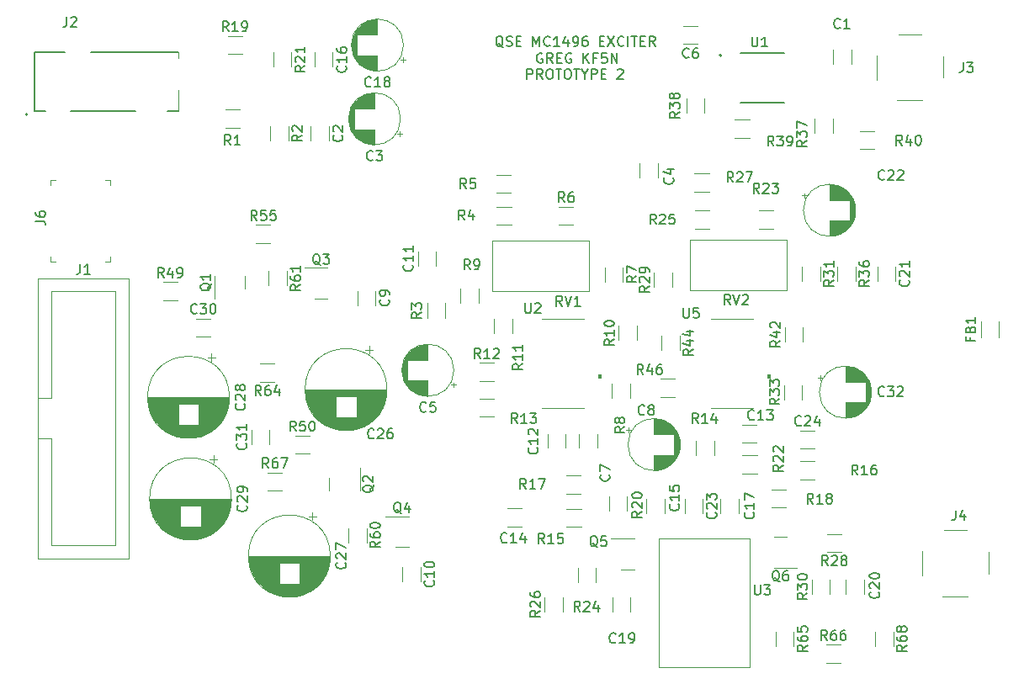
<source format=gto>
G04 #@! TF.GenerationSoftware,KiCad,Pcbnew,6.0.10-86aedd382b~118~ubuntu20.04.1*
G04 #@! TF.CreationDate,2023-01-17T10:28:52-05:00*
G04 #@! TF.ProjectId,sdt_qse_1496,7364745f-7173-4655-9f31-3439362e6b69,2.0*
G04 #@! TF.SameCoordinates,Original*
G04 #@! TF.FileFunction,Legend,Top*
G04 #@! TF.FilePolarity,Positive*
%FSLAX46Y46*%
G04 Gerber Fmt 4.6, Leading zero omitted, Abs format (unit mm)*
G04 Created by KiCad (PCBNEW 6.0.10-86aedd382b~118~ubuntu20.04.1) date 2023-01-17 10:28:52*
%MOMM*%
%LPD*%
G01*
G04 APERTURE LIST*
%ADD10C,0.150000*%
%ADD11C,0.120000*%
%ADD12C,0.100000*%
%ADD13C,0.127000*%
%ADD14C,0.200000*%
G04 APERTURE END LIST*
D10*
X142514285Y-74047619D02*
X142419047Y-74000000D01*
X142323809Y-73904761D01*
X142180952Y-73761904D01*
X142085714Y-73714285D01*
X141990476Y-73714285D01*
X142038095Y-73952380D02*
X141942857Y-73904761D01*
X141847619Y-73809523D01*
X141800000Y-73619047D01*
X141800000Y-73285714D01*
X141847619Y-73095238D01*
X141942857Y-73000000D01*
X142038095Y-72952380D01*
X142228571Y-72952380D01*
X142323809Y-73000000D01*
X142419047Y-73095238D01*
X142466666Y-73285714D01*
X142466666Y-73619047D01*
X142419047Y-73809523D01*
X142323809Y-73904761D01*
X142228571Y-73952380D01*
X142038095Y-73952380D01*
X142847619Y-73904761D02*
X142990476Y-73952380D01*
X143228571Y-73952380D01*
X143323809Y-73904761D01*
X143371428Y-73857142D01*
X143419047Y-73761904D01*
X143419047Y-73666666D01*
X143371428Y-73571428D01*
X143323809Y-73523809D01*
X143228571Y-73476190D01*
X143038095Y-73428571D01*
X142942857Y-73380952D01*
X142895238Y-73333333D01*
X142847619Y-73238095D01*
X142847619Y-73142857D01*
X142895238Y-73047619D01*
X142942857Y-73000000D01*
X143038095Y-72952380D01*
X143276190Y-72952380D01*
X143419047Y-73000000D01*
X143847619Y-73428571D02*
X144180952Y-73428571D01*
X144323809Y-73952380D02*
X143847619Y-73952380D01*
X143847619Y-72952380D01*
X144323809Y-72952380D01*
X145514285Y-73952380D02*
X145514285Y-72952380D01*
X145847619Y-73666666D01*
X146180952Y-72952380D01*
X146180952Y-73952380D01*
X147228571Y-73857142D02*
X147180952Y-73904761D01*
X147038095Y-73952380D01*
X146942857Y-73952380D01*
X146800000Y-73904761D01*
X146704761Y-73809523D01*
X146657142Y-73714285D01*
X146609523Y-73523809D01*
X146609523Y-73380952D01*
X146657142Y-73190476D01*
X146704761Y-73095238D01*
X146800000Y-73000000D01*
X146942857Y-72952380D01*
X147038095Y-72952380D01*
X147180952Y-73000000D01*
X147228571Y-73047619D01*
X148180952Y-73952380D02*
X147609523Y-73952380D01*
X147895238Y-73952380D02*
X147895238Y-72952380D01*
X147800000Y-73095238D01*
X147704761Y-73190476D01*
X147609523Y-73238095D01*
X149038095Y-73285714D02*
X149038095Y-73952380D01*
X148800000Y-72904761D02*
X148561904Y-73619047D01*
X149180952Y-73619047D01*
X149609523Y-73952380D02*
X149800000Y-73952380D01*
X149895238Y-73904761D01*
X149942857Y-73857142D01*
X150038095Y-73714285D01*
X150085714Y-73523809D01*
X150085714Y-73142857D01*
X150038095Y-73047619D01*
X149990476Y-73000000D01*
X149895238Y-72952380D01*
X149704761Y-72952380D01*
X149609523Y-73000000D01*
X149561904Y-73047619D01*
X149514285Y-73142857D01*
X149514285Y-73380952D01*
X149561904Y-73476190D01*
X149609523Y-73523809D01*
X149704761Y-73571428D01*
X149895238Y-73571428D01*
X149990476Y-73523809D01*
X150038095Y-73476190D01*
X150085714Y-73380952D01*
X150942857Y-72952380D02*
X150752380Y-72952380D01*
X150657142Y-73000000D01*
X150609523Y-73047619D01*
X150514285Y-73190476D01*
X150466666Y-73380952D01*
X150466666Y-73761904D01*
X150514285Y-73857142D01*
X150561904Y-73904761D01*
X150657142Y-73952380D01*
X150847619Y-73952380D01*
X150942857Y-73904761D01*
X150990476Y-73857142D01*
X151038095Y-73761904D01*
X151038095Y-73523809D01*
X150990476Y-73428571D01*
X150942857Y-73380952D01*
X150847619Y-73333333D01*
X150657142Y-73333333D01*
X150561904Y-73380952D01*
X150514285Y-73428571D01*
X150466666Y-73523809D01*
X152228571Y-73428571D02*
X152561904Y-73428571D01*
X152704761Y-73952380D02*
X152228571Y-73952380D01*
X152228571Y-72952380D01*
X152704761Y-72952380D01*
X153038095Y-72952380D02*
X153704761Y-73952380D01*
X153704761Y-72952380D02*
X153038095Y-73952380D01*
X154657142Y-73857142D02*
X154609523Y-73904761D01*
X154466666Y-73952380D01*
X154371428Y-73952380D01*
X154228571Y-73904761D01*
X154133333Y-73809523D01*
X154085714Y-73714285D01*
X154038095Y-73523809D01*
X154038095Y-73380952D01*
X154085714Y-73190476D01*
X154133333Y-73095238D01*
X154228571Y-73000000D01*
X154371428Y-72952380D01*
X154466666Y-72952380D01*
X154609523Y-73000000D01*
X154657142Y-73047619D01*
X155085714Y-73952380D02*
X155085714Y-72952380D01*
X155419047Y-72952380D02*
X155990476Y-72952380D01*
X155704761Y-73952380D02*
X155704761Y-72952380D01*
X156323809Y-73428571D02*
X156657142Y-73428571D01*
X156800000Y-73952380D02*
X156323809Y-73952380D01*
X156323809Y-72952380D01*
X156800000Y-72952380D01*
X157800000Y-73952380D02*
X157466666Y-73476190D01*
X157228571Y-73952380D02*
X157228571Y-72952380D01*
X157609523Y-72952380D01*
X157704761Y-73000000D01*
X157752380Y-73047619D01*
X157800000Y-73142857D01*
X157800000Y-73285714D01*
X157752380Y-73380952D01*
X157704761Y-73428571D01*
X157609523Y-73476190D01*
X157228571Y-73476190D01*
X144915476Y-77252380D02*
X144915476Y-76252380D01*
X145296428Y-76252380D01*
X145391666Y-76300000D01*
X145439285Y-76347619D01*
X145486904Y-76442857D01*
X145486904Y-76585714D01*
X145439285Y-76680952D01*
X145391666Y-76728571D01*
X145296428Y-76776190D01*
X144915476Y-76776190D01*
X146486904Y-77252380D02*
X146153571Y-76776190D01*
X145915476Y-77252380D02*
X145915476Y-76252380D01*
X146296428Y-76252380D01*
X146391666Y-76300000D01*
X146439285Y-76347619D01*
X146486904Y-76442857D01*
X146486904Y-76585714D01*
X146439285Y-76680952D01*
X146391666Y-76728571D01*
X146296428Y-76776190D01*
X145915476Y-76776190D01*
X147105952Y-76252380D02*
X147296428Y-76252380D01*
X147391666Y-76300000D01*
X147486904Y-76395238D01*
X147534523Y-76585714D01*
X147534523Y-76919047D01*
X147486904Y-77109523D01*
X147391666Y-77204761D01*
X147296428Y-77252380D01*
X147105952Y-77252380D01*
X147010714Y-77204761D01*
X146915476Y-77109523D01*
X146867857Y-76919047D01*
X146867857Y-76585714D01*
X146915476Y-76395238D01*
X147010714Y-76300000D01*
X147105952Y-76252380D01*
X147820238Y-76252380D02*
X148391666Y-76252380D01*
X148105952Y-77252380D02*
X148105952Y-76252380D01*
X148915476Y-76252380D02*
X149105952Y-76252380D01*
X149201190Y-76300000D01*
X149296428Y-76395238D01*
X149344047Y-76585714D01*
X149344047Y-76919047D01*
X149296428Y-77109523D01*
X149201190Y-77204761D01*
X149105952Y-77252380D01*
X148915476Y-77252380D01*
X148820238Y-77204761D01*
X148725000Y-77109523D01*
X148677380Y-76919047D01*
X148677380Y-76585714D01*
X148725000Y-76395238D01*
X148820238Y-76300000D01*
X148915476Y-76252380D01*
X149629761Y-76252380D02*
X150201190Y-76252380D01*
X149915476Y-77252380D02*
X149915476Y-76252380D01*
X150725000Y-76776190D02*
X150725000Y-77252380D01*
X150391666Y-76252380D02*
X150725000Y-76776190D01*
X151058333Y-76252380D01*
X151391666Y-77252380D02*
X151391666Y-76252380D01*
X151772619Y-76252380D01*
X151867857Y-76300000D01*
X151915476Y-76347619D01*
X151963095Y-76442857D01*
X151963095Y-76585714D01*
X151915476Y-76680952D01*
X151867857Y-76728571D01*
X151772619Y-76776190D01*
X151391666Y-76776190D01*
X152391666Y-76728571D02*
X152725000Y-76728571D01*
X152867857Y-77252380D02*
X152391666Y-77252380D01*
X152391666Y-76252380D01*
X152867857Y-76252380D01*
X154010714Y-76347619D02*
X154058333Y-76300000D01*
X154153571Y-76252380D01*
X154391666Y-76252380D01*
X154486904Y-76300000D01*
X154534523Y-76347619D01*
X154582142Y-76442857D01*
X154582142Y-76538095D01*
X154534523Y-76680952D01*
X153963095Y-77252380D01*
X154582142Y-77252380D01*
X146450000Y-74675000D02*
X146354761Y-74627380D01*
X146211904Y-74627380D01*
X146069047Y-74675000D01*
X145973809Y-74770238D01*
X145926190Y-74865476D01*
X145878571Y-75055952D01*
X145878571Y-75198809D01*
X145926190Y-75389285D01*
X145973809Y-75484523D01*
X146069047Y-75579761D01*
X146211904Y-75627380D01*
X146307142Y-75627380D01*
X146450000Y-75579761D01*
X146497619Y-75532142D01*
X146497619Y-75198809D01*
X146307142Y-75198809D01*
X147497619Y-75627380D02*
X147164285Y-75151190D01*
X146926190Y-75627380D02*
X146926190Y-74627380D01*
X147307142Y-74627380D01*
X147402380Y-74675000D01*
X147450000Y-74722619D01*
X147497619Y-74817857D01*
X147497619Y-74960714D01*
X147450000Y-75055952D01*
X147402380Y-75103571D01*
X147307142Y-75151190D01*
X146926190Y-75151190D01*
X147926190Y-75103571D02*
X148259523Y-75103571D01*
X148402380Y-75627380D02*
X147926190Y-75627380D01*
X147926190Y-74627380D01*
X148402380Y-74627380D01*
X149354761Y-74675000D02*
X149259523Y-74627380D01*
X149116666Y-74627380D01*
X148973809Y-74675000D01*
X148878571Y-74770238D01*
X148830952Y-74865476D01*
X148783333Y-75055952D01*
X148783333Y-75198809D01*
X148830952Y-75389285D01*
X148878571Y-75484523D01*
X148973809Y-75579761D01*
X149116666Y-75627380D01*
X149211904Y-75627380D01*
X149354761Y-75579761D01*
X149402380Y-75532142D01*
X149402380Y-75198809D01*
X149211904Y-75198809D01*
X150592857Y-75627380D02*
X150592857Y-74627380D01*
X151164285Y-75627380D02*
X150735714Y-75055952D01*
X151164285Y-74627380D02*
X150592857Y-75198809D01*
X151926190Y-75103571D02*
X151592857Y-75103571D01*
X151592857Y-75627380D02*
X151592857Y-74627380D01*
X152069047Y-74627380D01*
X152926190Y-74627380D02*
X152450000Y-74627380D01*
X152402380Y-75103571D01*
X152450000Y-75055952D01*
X152545238Y-75008333D01*
X152783333Y-75008333D01*
X152878571Y-75055952D01*
X152926190Y-75103571D01*
X152973809Y-75198809D01*
X152973809Y-75436904D01*
X152926190Y-75532142D01*
X152878571Y-75579761D01*
X152783333Y-75627380D01*
X152545238Y-75627380D01*
X152450000Y-75579761D01*
X152402380Y-75532142D01*
X153402380Y-75627380D02*
X153402380Y-74627380D01*
X153973809Y-75627380D01*
X153973809Y-74627380D01*
X167813095Y-128152380D02*
X167813095Y-128961904D01*
X167860714Y-129057142D01*
X167908333Y-129104761D01*
X168003571Y-129152380D01*
X168194047Y-129152380D01*
X168289285Y-129104761D01*
X168336904Y-129057142D01*
X168384523Y-128961904D01*
X168384523Y-128152380D01*
X168765476Y-128152380D02*
X169384523Y-128152380D01*
X169051190Y-128533333D01*
X169194047Y-128533333D01*
X169289285Y-128580952D01*
X169336904Y-128628571D01*
X169384523Y-128723809D01*
X169384523Y-128961904D01*
X169336904Y-129057142D01*
X169289285Y-129104761D01*
X169194047Y-129152380D01*
X168908333Y-129152380D01*
X168813095Y-129104761D01*
X168765476Y-129057142D01*
X99936666Y-95852380D02*
X99936666Y-96566666D01*
X99889047Y-96709523D01*
X99793809Y-96804761D01*
X99650952Y-96852380D01*
X99555714Y-96852380D01*
X100936666Y-96852380D02*
X100365238Y-96852380D01*
X100650952Y-96852380D02*
X100650952Y-95852380D01*
X100555714Y-95995238D01*
X100460476Y-96090476D01*
X100365238Y-96138095D01*
X144713095Y-99802380D02*
X144713095Y-100611904D01*
X144760714Y-100707142D01*
X144808333Y-100754761D01*
X144903571Y-100802380D01*
X145094047Y-100802380D01*
X145189285Y-100754761D01*
X145236904Y-100707142D01*
X145284523Y-100611904D01*
X145284523Y-99802380D01*
X145713095Y-99897619D02*
X145760714Y-99850000D01*
X145855952Y-99802380D01*
X146094047Y-99802380D01*
X146189285Y-99850000D01*
X146236904Y-99897619D01*
X146284523Y-99992857D01*
X146284523Y-100088095D01*
X146236904Y-100230952D01*
X145665476Y-100802380D01*
X146284523Y-100802380D01*
X173052380Y-83442857D02*
X172576190Y-83776190D01*
X173052380Y-84014285D02*
X172052380Y-84014285D01*
X172052380Y-83633333D01*
X172100000Y-83538095D01*
X172147619Y-83490476D01*
X172242857Y-83442857D01*
X172385714Y-83442857D01*
X172480952Y-83490476D01*
X172528571Y-83538095D01*
X172576190Y-83633333D01*
X172576190Y-84014285D01*
X172052380Y-83109523D02*
X172052380Y-82490476D01*
X172433333Y-82823809D01*
X172433333Y-82680952D01*
X172480952Y-82585714D01*
X172528571Y-82538095D01*
X172623809Y-82490476D01*
X172861904Y-82490476D01*
X172957142Y-82538095D01*
X173004761Y-82585714D01*
X173052380Y-82680952D01*
X173052380Y-82966666D01*
X173004761Y-83061904D01*
X172957142Y-83109523D01*
X172052380Y-82157142D02*
X172052380Y-81490476D01*
X173052380Y-81919047D01*
X140227142Y-105362380D02*
X139893809Y-104886190D01*
X139655714Y-105362380D02*
X139655714Y-104362380D01*
X140036666Y-104362380D01*
X140131904Y-104410000D01*
X140179523Y-104457619D01*
X140227142Y-104552857D01*
X140227142Y-104695714D01*
X140179523Y-104790952D01*
X140131904Y-104838571D01*
X140036666Y-104886190D01*
X139655714Y-104886190D01*
X141179523Y-105362380D02*
X140608095Y-105362380D01*
X140893809Y-105362380D02*
X140893809Y-104362380D01*
X140798571Y-104505238D01*
X140703333Y-104600476D01*
X140608095Y-104648095D01*
X141560476Y-104457619D02*
X141608095Y-104410000D01*
X141703333Y-104362380D01*
X141941428Y-104362380D01*
X142036666Y-104410000D01*
X142084285Y-104457619D01*
X142131904Y-104552857D01*
X142131904Y-104648095D01*
X142084285Y-104790952D01*
X141512857Y-105362380D01*
X142131904Y-105362380D01*
X167538095Y-72977380D02*
X167538095Y-73786904D01*
X167585714Y-73882142D01*
X167633333Y-73929761D01*
X167728571Y-73977380D01*
X167919047Y-73977380D01*
X168014285Y-73929761D01*
X168061904Y-73882142D01*
X168109523Y-73786904D01*
X168109523Y-72977380D01*
X169109523Y-73977380D02*
X168538095Y-73977380D01*
X168823809Y-73977380D02*
X168823809Y-72977380D01*
X168728571Y-73120238D01*
X168633333Y-73215476D01*
X168538095Y-73263095D01*
X161203333Y-75032142D02*
X161155714Y-75079761D01*
X161012857Y-75127380D01*
X160917619Y-75127380D01*
X160774761Y-75079761D01*
X160679523Y-74984523D01*
X160631904Y-74889285D01*
X160584285Y-74698809D01*
X160584285Y-74555952D01*
X160631904Y-74365476D01*
X160679523Y-74270238D01*
X160774761Y-74175000D01*
X160917619Y-74127380D01*
X161012857Y-74127380D01*
X161155714Y-74175000D01*
X161203333Y-74222619D01*
X162060476Y-74127380D02*
X161870000Y-74127380D01*
X161774761Y-74175000D01*
X161727142Y-74222619D01*
X161631904Y-74365476D01*
X161584285Y-74555952D01*
X161584285Y-74936904D01*
X161631904Y-75032142D01*
X161679523Y-75079761D01*
X161774761Y-75127380D01*
X161965238Y-75127380D01*
X162060476Y-75079761D01*
X162108095Y-75032142D01*
X162155714Y-74936904D01*
X162155714Y-74698809D01*
X162108095Y-74603571D01*
X162060476Y-74555952D01*
X161965238Y-74508333D01*
X161774761Y-74508333D01*
X161679523Y-74555952D01*
X161631904Y-74603571D01*
X161584285Y-74698809D01*
X182657142Y-83902380D02*
X182323809Y-83426190D01*
X182085714Y-83902380D02*
X182085714Y-82902380D01*
X182466666Y-82902380D01*
X182561904Y-82950000D01*
X182609523Y-82997619D01*
X182657142Y-83092857D01*
X182657142Y-83235714D01*
X182609523Y-83330952D01*
X182561904Y-83378571D01*
X182466666Y-83426190D01*
X182085714Y-83426190D01*
X183514285Y-83235714D02*
X183514285Y-83902380D01*
X183276190Y-82854761D02*
X183038095Y-83569047D01*
X183657142Y-83569047D01*
X184228571Y-82902380D02*
X184323809Y-82902380D01*
X184419047Y-82950000D01*
X184466666Y-82997619D01*
X184514285Y-83092857D01*
X184561904Y-83283333D01*
X184561904Y-83521428D01*
X184514285Y-83711904D01*
X184466666Y-83807142D01*
X184419047Y-83854761D01*
X184323809Y-83902380D01*
X184228571Y-83902380D01*
X184133333Y-83854761D01*
X184085714Y-83807142D01*
X184038095Y-83711904D01*
X183990476Y-83521428D01*
X183990476Y-83283333D01*
X184038095Y-83092857D01*
X184085714Y-82997619D01*
X184133333Y-82950000D01*
X184228571Y-82902380D01*
X132254761Y-120947619D02*
X132159523Y-120900000D01*
X132064285Y-120804761D01*
X131921428Y-120661904D01*
X131826190Y-120614285D01*
X131730952Y-120614285D01*
X131778571Y-120852380D02*
X131683333Y-120804761D01*
X131588095Y-120709523D01*
X131540476Y-120519047D01*
X131540476Y-120185714D01*
X131588095Y-119995238D01*
X131683333Y-119900000D01*
X131778571Y-119852380D01*
X131969047Y-119852380D01*
X132064285Y-119900000D01*
X132159523Y-119995238D01*
X132207142Y-120185714D01*
X132207142Y-120519047D01*
X132159523Y-120709523D01*
X132064285Y-120804761D01*
X131969047Y-120852380D01*
X131778571Y-120852380D01*
X133064285Y-120185714D02*
X133064285Y-120852380D01*
X132826190Y-119804761D02*
X132588095Y-120519047D01*
X133207142Y-120519047D01*
X157882142Y-91852380D02*
X157548809Y-91376190D01*
X157310714Y-91852380D02*
X157310714Y-90852380D01*
X157691666Y-90852380D01*
X157786904Y-90900000D01*
X157834523Y-90947619D01*
X157882142Y-91042857D01*
X157882142Y-91185714D01*
X157834523Y-91280952D01*
X157786904Y-91328571D01*
X157691666Y-91376190D01*
X157310714Y-91376190D01*
X158263095Y-90947619D02*
X158310714Y-90900000D01*
X158405952Y-90852380D01*
X158644047Y-90852380D01*
X158739285Y-90900000D01*
X158786904Y-90947619D01*
X158834523Y-91042857D01*
X158834523Y-91138095D01*
X158786904Y-91280952D01*
X158215476Y-91852380D01*
X158834523Y-91852380D01*
X159739285Y-90852380D02*
X159263095Y-90852380D01*
X159215476Y-91328571D01*
X159263095Y-91280952D01*
X159358333Y-91233333D01*
X159596428Y-91233333D01*
X159691666Y-91280952D01*
X159739285Y-91328571D01*
X159786904Y-91423809D01*
X159786904Y-91661904D01*
X159739285Y-91757142D01*
X159691666Y-91804761D01*
X159596428Y-91852380D01*
X159358333Y-91852380D01*
X159263095Y-91804761D01*
X159215476Y-91757142D01*
X115093333Y-83872380D02*
X114760000Y-83396190D01*
X114521904Y-83872380D02*
X114521904Y-82872380D01*
X114902857Y-82872380D01*
X114998095Y-82920000D01*
X115045714Y-82967619D01*
X115093333Y-83062857D01*
X115093333Y-83205714D01*
X115045714Y-83300952D01*
X114998095Y-83348571D01*
X114902857Y-83396190D01*
X114521904Y-83396190D01*
X116045714Y-83872380D02*
X115474285Y-83872380D01*
X115760000Y-83872380D02*
X115760000Y-82872380D01*
X115664761Y-83015238D01*
X115569523Y-83110476D01*
X115474285Y-83158095D01*
X148683333Y-89632380D02*
X148350000Y-89156190D01*
X148111904Y-89632380D02*
X148111904Y-88632380D01*
X148492857Y-88632380D01*
X148588095Y-88680000D01*
X148635714Y-88727619D01*
X148683333Y-88822857D01*
X148683333Y-88965714D01*
X148635714Y-89060952D01*
X148588095Y-89108571D01*
X148492857Y-89156190D01*
X148111904Y-89156190D01*
X149540476Y-88632380D02*
X149350000Y-88632380D01*
X149254761Y-88680000D01*
X149207142Y-88727619D01*
X149111904Y-88870476D01*
X149064285Y-89060952D01*
X149064285Y-89441904D01*
X149111904Y-89537142D01*
X149159523Y-89584761D01*
X149254761Y-89632380D01*
X149445238Y-89632380D01*
X149540476Y-89584761D01*
X149588095Y-89537142D01*
X149635714Y-89441904D01*
X149635714Y-89203809D01*
X149588095Y-89108571D01*
X149540476Y-89060952D01*
X149445238Y-89013333D01*
X149254761Y-89013333D01*
X149159523Y-89060952D01*
X149111904Y-89108571D01*
X149064285Y-89203809D01*
X188041666Y-120652380D02*
X188041666Y-121366666D01*
X187994047Y-121509523D01*
X187898809Y-121604761D01*
X187755952Y-121652380D01*
X187660714Y-121652380D01*
X188946428Y-120985714D02*
X188946428Y-121652380D01*
X188708333Y-120604761D02*
X188470238Y-121319047D01*
X189089285Y-121319047D01*
X138633333Y-91427380D02*
X138300000Y-90951190D01*
X138061904Y-91427380D02*
X138061904Y-90427380D01*
X138442857Y-90427380D01*
X138538095Y-90475000D01*
X138585714Y-90522619D01*
X138633333Y-90617857D01*
X138633333Y-90760714D01*
X138585714Y-90855952D01*
X138538095Y-90903571D01*
X138442857Y-90951190D01*
X138061904Y-90951190D01*
X139490476Y-90760714D02*
X139490476Y-91427380D01*
X139252380Y-90379761D02*
X139014285Y-91094047D01*
X139633333Y-91094047D01*
X126607142Y-125892857D02*
X126654761Y-125940476D01*
X126702380Y-126083333D01*
X126702380Y-126178571D01*
X126654761Y-126321428D01*
X126559523Y-126416666D01*
X126464285Y-126464285D01*
X126273809Y-126511904D01*
X126130952Y-126511904D01*
X125940476Y-126464285D01*
X125845238Y-126416666D01*
X125750000Y-126321428D01*
X125702380Y-126178571D01*
X125702380Y-126083333D01*
X125750000Y-125940476D01*
X125797619Y-125892857D01*
X125797619Y-125511904D02*
X125750000Y-125464285D01*
X125702380Y-125369047D01*
X125702380Y-125130952D01*
X125750000Y-125035714D01*
X125797619Y-124988095D01*
X125892857Y-124940476D01*
X125988095Y-124940476D01*
X126130952Y-124988095D01*
X126702380Y-125559523D01*
X126702380Y-124940476D01*
X125702380Y-124607142D02*
X125702380Y-123940476D01*
X126702380Y-124369047D01*
X167757142Y-111457142D02*
X167709523Y-111504761D01*
X167566666Y-111552380D01*
X167471428Y-111552380D01*
X167328571Y-111504761D01*
X167233333Y-111409523D01*
X167185714Y-111314285D01*
X167138095Y-111123809D01*
X167138095Y-110980952D01*
X167185714Y-110790476D01*
X167233333Y-110695238D01*
X167328571Y-110600000D01*
X167471428Y-110552380D01*
X167566666Y-110552380D01*
X167709523Y-110600000D01*
X167757142Y-110647619D01*
X168709523Y-111552380D02*
X168138095Y-111552380D01*
X168423809Y-111552380D02*
X168423809Y-110552380D01*
X168328571Y-110695238D01*
X168233333Y-110790476D01*
X168138095Y-110838095D01*
X169042857Y-110552380D02*
X169661904Y-110552380D01*
X169328571Y-110933333D01*
X169471428Y-110933333D01*
X169566666Y-110980952D01*
X169614285Y-111028571D01*
X169661904Y-111123809D01*
X169661904Y-111361904D01*
X169614285Y-111457142D01*
X169566666Y-111504761D01*
X169471428Y-111552380D01*
X169185714Y-111552380D01*
X169090476Y-111504761D01*
X169042857Y-111457142D01*
X188791666Y-75564380D02*
X188791666Y-76278666D01*
X188744047Y-76421523D01*
X188648809Y-76516761D01*
X188505952Y-76564380D01*
X188410714Y-76564380D01*
X189172619Y-75564380D02*
X189791666Y-75564380D01*
X189458333Y-75945333D01*
X189601190Y-75945333D01*
X189696428Y-75992952D01*
X189744047Y-76040571D01*
X189791666Y-76135809D01*
X189791666Y-76373904D01*
X189744047Y-76469142D01*
X189696428Y-76516761D01*
X189601190Y-76564380D01*
X189315476Y-76564380D01*
X189220238Y-76516761D01*
X189172619Y-76469142D01*
X142892142Y-123822142D02*
X142844523Y-123869761D01*
X142701666Y-123917380D01*
X142606428Y-123917380D01*
X142463571Y-123869761D01*
X142368333Y-123774523D01*
X142320714Y-123679285D01*
X142273095Y-123488809D01*
X142273095Y-123345952D01*
X142320714Y-123155476D01*
X142368333Y-123060238D01*
X142463571Y-122965000D01*
X142606428Y-122917380D01*
X142701666Y-122917380D01*
X142844523Y-122965000D01*
X142892142Y-123012619D01*
X143844523Y-123917380D02*
X143273095Y-123917380D01*
X143558809Y-123917380D02*
X143558809Y-122917380D01*
X143463571Y-123060238D01*
X143368333Y-123155476D01*
X143273095Y-123203095D01*
X144701666Y-123250714D02*
X144701666Y-123917380D01*
X144463571Y-122869761D02*
X144225476Y-123584047D01*
X144844523Y-123584047D01*
X113147619Y-97795238D02*
X113100000Y-97890476D01*
X113004761Y-97985714D01*
X112861904Y-98128571D01*
X112814285Y-98223809D01*
X112814285Y-98319047D01*
X113052380Y-98271428D02*
X113004761Y-98366666D01*
X112909523Y-98461904D01*
X112719047Y-98509523D01*
X112385714Y-98509523D01*
X112195238Y-98461904D01*
X112100000Y-98366666D01*
X112052380Y-98271428D01*
X112052380Y-98080952D01*
X112100000Y-97985714D01*
X112195238Y-97890476D01*
X112385714Y-97842857D01*
X112719047Y-97842857D01*
X112909523Y-97890476D01*
X113004761Y-97985714D01*
X113052380Y-98080952D01*
X113052380Y-98271428D01*
X113052380Y-96890476D02*
X113052380Y-97461904D01*
X113052380Y-97176190D02*
X112052380Y-97176190D01*
X112195238Y-97271428D01*
X112290476Y-97366666D01*
X112338095Y-97461904D01*
X163882142Y-120867857D02*
X163929761Y-120915476D01*
X163977380Y-121058333D01*
X163977380Y-121153571D01*
X163929761Y-121296428D01*
X163834523Y-121391666D01*
X163739285Y-121439285D01*
X163548809Y-121486904D01*
X163405952Y-121486904D01*
X163215476Y-121439285D01*
X163120238Y-121391666D01*
X163025000Y-121296428D01*
X162977380Y-121153571D01*
X162977380Y-121058333D01*
X163025000Y-120915476D01*
X163072619Y-120867857D01*
X163072619Y-120486904D02*
X163025000Y-120439285D01*
X162977380Y-120344047D01*
X162977380Y-120105952D01*
X163025000Y-120010714D01*
X163072619Y-119963095D01*
X163167857Y-119915476D01*
X163263095Y-119915476D01*
X163405952Y-119963095D01*
X163977380Y-120534523D01*
X163977380Y-119915476D01*
X162977380Y-119582142D02*
X162977380Y-118963095D01*
X163358333Y-119296428D01*
X163358333Y-119153571D01*
X163405952Y-119058333D01*
X163453571Y-119010714D01*
X163548809Y-118963095D01*
X163786904Y-118963095D01*
X163882142Y-119010714D01*
X163929761Y-119058333D01*
X163977380Y-119153571D01*
X163977380Y-119439285D01*
X163929761Y-119534523D01*
X163882142Y-119582142D01*
X138808333Y-88252380D02*
X138475000Y-87776190D01*
X138236904Y-88252380D02*
X138236904Y-87252380D01*
X138617857Y-87252380D01*
X138713095Y-87300000D01*
X138760714Y-87347619D01*
X138808333Y-87442857D01*
X138808333Y-87585714D01*
X138760714Y-87680952D01*
X138713095Y-87728571D01*
X138617857Y-87776190D01*
X138236904Y-87776190D01*
X139713095Y-87252380D02*
X139236904Y-87252380D01*
X139189285Y-87728571D01*
X139236904Y-87680952D01*
X139332142Y-87633333D01*
X139570238Y-87633333D01*
X139665476Y-87680952D01*
X139713095Y-87728571D01*
X139760714Y-87823809D01*
X139760714Y-88061904D01*
X139713095Y-88157142D01*
X139665476Y-88204761D01*
X139570238Y-88252380D01*
X139332142Y-88252380D01*
X139236904Y-88204761D01*
X139189285Y-88157142D01*
X170312730Y-109398857D02*
X169836540Y-109732190D01*
X170312730Y-109970285D02*
X169312730Y-109970285D01*
X169312730Y-109589333D01*
X169360350Y-109494095D01*
X169407969Y-109446476D01*
X169503207Y-109398857D01*
X169646064Y-109398857D01*
X169741302Y-109446476D01*
X169788921Y-109494095D01*
X169836540Y-109589333D01*
X169836540Y-109970285D01*
X169312730Y-109065523D02*
X169312730Y-108446476D01*
X169693683Y-108779809D01*
X169693683Y-108636952D01*
X169741302Y-108541714D01*
X169788921Y-108494095D01*
X169884159Y-108446476D01*
X170122254Y-108446476D01*
X170217492Y-108494095D01*
X170265111Y-108541714D01*
X170312730Y-108636952D01*
X170312730Y-108922666D01*
X170265111Y-109017904D01*
X170217492Y-109065523D01*
X169312730Y-108113142D02*
X169312730Y-107494095D01*
X169693683Y-107827428D01*
X169693683Y-107684571D01*
X169741302Y-107589333D01*
X169788921Y-107541714D01*
X169884159Y-107494095D01*
X170122254Y-107494095D01*
X170217492Y-107541714D01*
X170265111Y-107589333D01*
X170312730Y-107684571D01*
X170312730Y-107970285D01*
X170265111Y-108065523D01*
X170217492Y-108113142D01*
X189528571Y-103283333D02*
X189528571Y-103616666D01*
X190052380Y-103616666D02*
X189052380Y-103616666D01*
X189052380Y-103140476D01*
X189528571Y-102426190D02*
X189576190Y-102283333D01*
X189623809Y-102235714D01*
X189719047Y-102188095D01*
X189861904Y-102188095D01*
X189957142Y-102235714D01*
X190004761Y-102283333D01*
X190052380Y-102378571D01*
X190052380Y-102759523D01*
X189052380Y-102759523D01*
X189052380Y-102426190D01*
X189100000Y-102330952D01*
X189147619Y-102283333D01*
X189242857Y-102235714D01*
X189338095Y-102235714D01*
X189433333Y-102283333D01*
X189480952Y-102330952D01*
X189528571Y-102426190D01*
X189528571Y-102759523D01*
X190052380Y-101235714D02*
X190052380Y-101807142D01*
X190052380Y-101521428D02*
X189052380Y-101521428D01*
X189195238Y-101616666D01*
X189290476Y-101711904D01*
X189338095Y-101807142D01*
X129212255Y-77937142D02*
X129164636Y-77984761D01*
X129021779Y-78032380D01*
X128926541Y-78032380D01*
X128783684Y-77984761D01*
X128688446Y-77889523D01*
X128640827Y-77794285D01*
X128593208Y-77603809D01*
X128593208Y-77460952D01*
X128640827Y-77270476D01*
X128688446Y-77175238D01*
X128783684Y-77080000D01*
X128926541Y-77032380D01*
X129021779Y-77032380D01*
X129164636Y-77080000D01*
X129212255Y-77127619D01*
X130164636Y-78032380D02*
X129593208Y-78032380D01*
X129878922Y-78032380D02*
X129878922Y-77032380D01*
X129783684Y-77175238D01*
X129688446Y-77270476D01*
X129593208Y-77318095D01*
X130736065Y-77460952D02*
X130640827Y-77413333D01*
X130593208Y-77365714D01*
X130545589Y-77270476D01*
X130545589Y-77222857D01*
X130593208Y-77127619D01*
X130640827Y-77080000D01*
X130736065Y-77032380D01*
X130926541Y-77032380D01*
X131021779Y-77080000D01*
X131069398Y-77127619D01*
X131117017Y-77222857D01*
X131117017Y-77270476D01*
X131069398Y-77365714D01*
X131021779Y-77413333D01*
X130926541Y-77460952D01*
X130736065Y-77460952D01*
X130640827Y-77508571D01*
X130593208Y-77556190D01*
X130545589Y-77651428D01*
X130545589Y-77841904D01*
X130593208Y-77937142D01*
X130640827Y-77984761D01*
X130736065Y-78032380D01*
X130926541Y-78032380D01*
X131021779Y-77984761D01*
X131069398Y-77937142D01*
X131117017Y-77841904D01*
X131117017Y-77651428D01*
X131069398Y-77556190D01*
X131021779Y-77508571D01*
X130926541Y-77460952D01*
X155922380Y-97076666D02*
X155446190Y-97410000D01*
X155922380Y-97648095D02*
X154922380Y-97648095D01*
X154922380Y-97267142D01*
X154970000Y-97171904D01*
X155017619Y-97124285D01*
X155112857Y-97076666D01*
X155255714Y-97076666D01*
X155350952Y-97124285D01*
X155398571Y-97171904D01*
X155446190Y-97267142D01*
X155446190Y-97648095D01*
X154922380Y-96743333D02*
X154922380Y-96076666D01*
X155922380Y-96505238D01*
X118907142Y-116382380D02*
X118573809Y-115906190D01*
X118335714Y-116382380D02*
X118335714Y-115382380D01*
X118716666Y-115382380D01*
X118811904Y-115430000D01*
X118859523Y-115477619D01*
X118907142Y-115572857D01*
X118907142Y-115715714D01*
X118859523Y-115810952D01*
X118811904Y-115858571D01*
X118716666Y-115906190D01*
X118335714Y-115906190D01*
X119764285Y-115382380D02*
X119573809Y-115382380D01*
X119478571Y-115430000D01*
X119430952Y-115477619D01*
X119335714Y-115620476D01*
X119288095Y-115810952D01*
X119288095Y-116191904D01*
X119335714Y-116287142D01*
X119383333Y-116334761D01*
X119478571Y-116382380D01*
X119669047Y-116382380D01*
X119764285Y-116334761D01*
X119811904Y-116287142D01*
X119859523Y-116191904D01*
X119859523Y-115953809D01*
X119811904Y-115858571D01*
X119764285Y-115810952D01*
X119669047Y-115763333D01*
X119478571Y-115763333D01*
X119383333Y-115810952D01*
X119335714Y-115858571D01*
X119288095Y-115953809D01*
X120192857Y-115382380D02*
X120859523Y-115382380D01*
X120430952Y-116382380D01*
X178182142Y-117077380D02*
X177848809Y-116601190D01*
X177610714Y-117077380D02*
X177610714Y-116077380D01*
X177991666Y-116077380D01*
X178086904Y-116125000D01*
X178134523Y-116172619D01*
X178182142Y-116267857D01*
X178182142Y-116410714D01*
X178134523Y-116505952D01*
X178086904Y-116553571D01*
X177991666Y-116601190D01*
X177610714Y-116601190D01*
X179134523Y-117077380D02*
X178563095Y-117077380D01*
X178848809Y-117077380D02*
X178848809Y-116077380D01*
X178753571Y-116220238D01*
X178658333Y-116315476D01*
X178563095Y-116363095D01*
X179991666Y-116077380D02*
X179801190Y-116077380D01*
X179705952Y-116125000D01*
X179658333Y-116172619D01*
X179563095Y-116315476D01*
X179515476Y-116505952D01*
X179515476Y-116886904D01*
X179563095Y-116982142D01*
X179610714Y-117029761D01*
X179705952Y-117077380D01*
X179896428Y-117077380D01*
X179991666Y-117029761D01*
X180039285Y-116982142D01*
X180086904Y-116886904D01*
X180086904Y-116648809D01*
X180039285Y-116553571D01*
X179991666Y-116505952D01*
X179896428Y-116458333D01*
X179705952Y-116458333D01*
X179610714Y-116505952D01*
X179563095Y-116553571D01*
X179515476Y-116648809D01*
X116457142Y-109915206D02*
X116504761Y-109962825D01*
X116552380Y-110105682D01*
X116552380Y-110200920D01*
X116504761Y-110343777D01*
X116409523Y-110439015D01*
X116314285Y-110486634D01*
X116123809Y-110534253D01*
X115980952Y-110534253D01*
X115790476Y-110486634D01*
X115695238Y-110439015D01*
X115600000Y-110343777D01*
X115552380Y-110200920D01*
X115552380Y-110105682D01*
X115600000Y-109962825D01*
X115647619Y-109915206D01*
X115647619Y-109534253D02*
X115600000Y-109486634D01*
X115552380Y-109391396D01*
X115552380Y-109153301D01*
X115600000Y-109058063D01*
X115647619Y-109010444D01*
X115742857Y-108962825D01*
X115838095Y-108962825D01*
X115980952Y-109010444D01*
X116552380Y-109581872D01*
X116552380Y-108962825D01*
X115980952Y-108391396D02*
X115933333Y-108486634D01*
X115885714Y-108534253D01*
X115790476Y-108581872D01*
X115742857Y-108581872D01*
X115647619Y-108534253D01*
X115600000Y-108486634D01*
X115552380Y-108391396D01*
X115552380Y-108200920D01*
X115600000Y-108105682D01*
X115647619Y-108058063D01*
X115742857Y-108010444D01*
X115790476Y-108010444D01*
X115885714Y-108058063D01*
X115933333Y-108105682D01*
X115980952Y-108200920D01*
X115980952Y-108391396D01*
X116028571Y-108486634D01*
X116076190Y-108534253D01*
X116171428Y-108581872D01*
X116361904Y-108581872D01*
X116457142Y-108534253D01*
X116504761Y-108486634D01*
X116552380Y-108391396D01*
X116552380Y-108200920D01*
X116504761Y-108105682D01*
X116457142Y-108058063D01*
X116361904Y-108010444D01*
X116171428Y-108010444D01*
X116076190Y-108058063D01*
X116028571Y-108105682D01*
X115980952Y-108200920D01*
X153157142Y-117066666D02*
X153204761Y-117114285D01*
X153252380Y-117257142D01*
X153252380Y-117352380D01*
X153204761Y-117495238D01*
X153109523Y-117590476D01*
X153014285Y-117638095D01*
X152823809Y-117685714D01*
X152680952Y-117685714D01*
X152490476Y-117638095D01*
X152395238Y-117590476D01*
X152300000Y-117495238D01*
X152252380Y-117352380D01*
X152252380Y-117257142D01*
X152300000Y-117114285D01*
X152347619Y-117066666D01*
X152252380Y-116733333D02*
X152252380Y-116066666D01*
X153252380Y-116495238D01*
X122262380Y-82886666D02*
X121786190Y-83220000D01*
X122262380Y-83458095D02*
X121262380Y-83458095D01*
X121262380Y-83077142D01*
X121310000Y-82981904D01*
X121357619Y-82934285D01*
X121452857Y-82886666D01*
X121595714Y-82886666D01*
X121690952Y-82934285D01*
X121738571Y-82981904D01*
X121786190Y-83077142D01*
X121786190Y-83458095D01*
X121357619Y-82505714D02*
X121310000Y-82458095D01*
X121262380Y-82362857D01*
X121262380Y-82124761D01*
X121310000Y-82029523D01*
X121357619Y-81981904D01*
X121452857Y-81934285D01*
X121548095Y-81934285D01*
X121690952Y-81981904D01*
X122262380Y-82553333D01*
X122262380Y-81934285D01*
X156733333Y-110957142D02*
X156685714Y-111004761D01*
X156542857Y-111052380D01*
X156447619Y-111052380D01*
X156304761Y-111004761D01*
X156209523Y-110909523D01*
X156161904Y-110814285D01*
X156114285Y-110623809D01*
X156114285Y-110480952D01*
X156161904Y-110290476D01*
X156209523Y-110195238D01*
X156304761Y-110100000D01*
X156447619Y-110052380D01*
X156542857Y-110052380D01*
X156685714Y-110100000D01*
X156733333Y-110147619D01*
X157304761Y-110480952D02*
X157209523Y-110433333D01*
X157161904Y-110385714D01*
X157114285Y-110290476D01*
X157114285Y-110242857D01*
X157161904Y-110147619D01*
X157209523Y-110100000D01*
X157304761Y-110052380D01*
X157495238Y-110052380D01*
X157590476Y-110100000D01*
X157638095Y-110147619D01*
X157685714Y-110242857D01*
X157685714Y-110290476D01*
X157638095Y-110385714D01*
X157590476Y-110433333D01*
X157495238Y-110480952D01*
X157304761Y-110480952D01*
X157209523Y-110528571D01*
X157161904Y-110576190D01*
X157114285Y-110671428D01*
X157114285Y-110861904D01*
X157161904Y-110957142D01*
X157209523Y-111004761D01*
X157304761Y-111052380D01*
X157495238Y-111052380D01*
X157590476Y-111004761D01*
X157638095Y-110957142D01*
X157685714Y-110861904D01*
X157685714Y-110671428D01*
X157638095Y-110576190D01*
X157590476Y-110528571D01*
X157495238Y-110480952D01*
X162132142Y-111877380D02*
X161798809Y-111401190D01*
X161560714Y-111877380D02*
X161560714Y-110877380D01*
X161941666Y-110877380D01*
X162036904Y-110925000D01*
X162084523Y-110972619D01*
X162132142Y-111067857D01*
X162132142Y-111210714D01*
X162084523Y-111305952D01*
X162036904Y-111353571D01*
X161941666Y-111401190D01*
X161560714Y-111401190D01*
X163084523Y-111877380D02*
X162513095Y-111877380D01*
X162798809Y-111877380D02*
X162798809Y-110877380D01*
X162703571Y-111020238D01*
X162608333Y-111115476D01*
X162513095Y-111163095D01*
X163941666Y-111210714D02*
X163941666Y-111877380D01*
X163703571Y-110829761D02*
X163465476Y-111544047D01*
X164084523Y-111544047D01*
X146657142Y-123977380D02*
X146323809Y-123501190D01*
X146085714Y-123977380D02*
X146085714Y-122977380D01*
X146466666Y-122977380D01*
X146561904Y-123025000D01*
X146609523Y-123072619D01*
X146657142Y-123167857D01*
X146657142Y-123310714D01*
X146609523Y-123405952D01*
X146561904Y-123453571D01*
X146466666Y-123501190D01*
X146085714Y-123501190D01*
X147609523Y-123977380D02*
X147038095Y-123977380D01*
X147323809Y-123977380D02*
X147323809Y-122977380D01*
X147228571Y-123120238D01*
X147133333Y-123215476D01*
X147038095Y-123263095D01*
X148514285Y-122977380D02*
X148038095Y-122977380D01*
X147990476Y-123453571D01*
X148038095Y-123405952D01*
X148133333Y-123358333D01*
X148371428Y-123358333D01*
X148466666Y-123405952D01*
X148514285Y-123453571D01*
X148561904Y-123548809D01*
X148561904Y-123786904D01*
X148514285Y-123882142D01*
X148466666Y-123929761D01*
X148371428Y-123977380D01*
X148133333Y-123977380D01*
X148038095Y-123929761D01*
X147990476Y-123882142D01*
X135482142Y-127717857D02*
X135529761Y-127765476D01*
X135577380Y-127908333D01*
X135577380Y-128003571D01*
X135529761Y-128146428D01*
X135434523Y-128241666D01*
X135339285Y-128289285D01*
X135148809Y-128336904D01*
X135005952Y-128336904D01*
X134815476Y-128289285D01*
X134720238Y-128241666D01*
X134625000Y-128146428D01*
X134577380Y-128003571D01*
X134577380Y-127908333D01*
X134625000Y-127765476D01*
X134672619Y-127717857D01*
X135577380Y-126765476D02*
X135577380Y-127336904D01*
X135577380Y-127051190D02*
X134577380Y-127051190D01*
X134720238Y-127146428D01*
X134815476Y-127241666D01*
X134863095Y-127336904D01*
X134577380Y-126146428D02*
X134577380Y-126051190D01*
X134625000Y-125955952D01*
X134672619Y-125908333D01*
X134767857Y-125860714D01*
X134958333Y-125813095D01*
X135196428Y-125813095D01*
X135386904Y-125860714D01*
X135482142Y-125908333D01*
X135529761Y-125955952D01*
X135577380Y-126051190D01*
X135577380Y-126146428D01*
X135529761Y-126241666D01*
X135482142Y-126289285D01*
X135386904Y-126336904D01*
X135196428Y-126384523D01*
X134958333Y-126384523D01*
X134767857Y-126336904D01*
X134672619Y-126289285D01*
X134625000Y-126241666D01*
X134577380Y-126146428D01*
X146242380Y-130742857D02*
X145766190Y-131076190D01*
X146242380Y-131314285D02*
X145242380Y-131314285D01*
X145242380Y-130933333D01*
X145290000Y-130838095D01*
X145337619Y-130790476D01*
X145432857Y-130742857D01*
X145575714Y-130742857D01*
X145670952Y-130790476D01*
X145718571Y-130838095D01*
X145766190Y-130933333D01*
X145766190Y-131314285D01*
X145337619Y-130361904D02*
X145290000Y-130314285D01*
X145242380Y-130219047D01*
X145242380Y-129980952D01*
X145290000Y-129885714D01*
X145337619Y-129838095D01*
X145432857Y-129790476D01*
X145528095Y-129790476D01*
X145670952Y-129838095D01*
X146242380Y-130409523D01*
X146242380Y-129790476D01*
X145242380Y-128933333D02*
X145242380Y-129123809D01*
X145290000Y-129219047D01*
X145337619Y-129266666D01*
X145480476Y-129361904D01*
X145670952Y-129409523D01*
X146051904Y-129409523D01*
X146147142Y-129361904D01*
X146194761Y-129314285D01*
X146242380Y-129219047D01*
X146242380Y-129028571D01*
X146194761Y-128933333D01*
X146147142Y-128885714D01*
X146051904Y-128838095D01*
X145813809Y-128838095D01*
X145718571Y-128885714D01*
X145670952Y-128933333D01*
X145623333Y-129028571D01*
X145623333Y-129219047D01*
X145670952Y-129314285D01*
X145718571Y-129361904D01*
X145813809Y-129409523D01*
X156477380Y-120767857D02*
X156001190Y-121101190D01*
X156477380Y-121339285D02*
X155477380Y-121339285D01*
X155477380Y-120958333D01*
X155525000Y-120863095D01*
X155572619Y-120815476D01*
X155667857Y-120767857D01*
X155810714Y-120767857D01*
X155905952Y-120815476D01*
X155953571Y-120863095D01*
X156001190Y-120958333D01*
X156001190Y-121339285D01*
X155572619Y-120386904D02*
X155525000Y-120339285D01*
X155477380Y-120244047D01*
X155477380Y-120005952D01*
X155525000Y-119910714D01*
X155572619Y-119863095D01*
X155667857Y-119815476D01*
X155763095Y-119815476D01*
X155905952Y-119863095D01*
X156477380Y-120434523D01*
X156477380Y-119815476D01*
X155477380Y-119196428D02*
X155477380Y-119101190D01*
X155525000Y-119005952D01*
X155572619Y-118958333D01*
X155667857Y-118910714D01*
X155858333Y-118863095D01*
X156096428Y-118863095D01*
X156286904Y-118910714D01*
X156382142Y-118958333D01*
X156429761Y-119005952D01*
X156477380Y-119101190D01*
X156477380Y-119196428D01*
X156429761Y-119291666D01*
X156382142Y-119339285D01*
X156286904Y-119386904D01*
X156096428Y-119434523D01*
X155858333Y-119434523D01*
X155667857Y-119386904D01*
X155572619Y-119339285D01*
X155525000Y-119291666D01*
X155477380Y-119196428D01*
X170392730Y-103588857D02*
X169916540Y-103922190D01*
X170392730Y-104160285D02*
X169392730Y-104160285D01*
X169392730Y-103779333D01*
X169440350Y-103684095D01*
X169487969Y-103636476D01*
X169583207Y-103588857D01*
X169726064Y-103588857D01*
X169821302Y-103636476D01*
X169868921Y-103684095D01*
X169916540Y-103779333D01*
X169916540Y-104160285D01*
X169726064Y-102731714D02*
X170392730Y-102731714D01*
X169345111Y-102969809D02*
X170059397Y-103207904D01*
X170059397Y-102588857D01*
X169487969Y-102255523D02*
X169440350Y-102207904D01*
X169392730Y-102112666D01*
X169392730Y-101874571D01*
X169440350Y-101779333D01*
X169487969Y-101731714D01*
X169583207Y-101684095D01*
X169678445Y-101684095D01*
X169821302Y-101731714D01*
X170392730Y-102303142D01*
X170392730Y-101684095D01*
X161622380Y-104442857D02*
X161146190Y-104776190D01*
X161622380Y-105014285D02*
X160622380Y-105014285D01*
X160622380Y-104633333D01*
X160670000Y-104538095D01*
X160717619Y-104490476D01*
X160812857Y-104442857D01*
X160955714Y-104442857D01*
X161050952Y-104490476D01*
X161098571Y-104538095D01*
X161146190Y-104633333D01*
X161146190Y-105014285D01*
X160955714Y-103585714D02*
X161622380Y-103585714D01*
X160574761Y-103823809D02*
X161289047Y-104061904D01*
X161289047Y-103442857D01*
X160955714Y-102633333D02*
X161622380Y-102633333D01*
X160574761Y-102871428D02*
X161289047Y-103109523D01*
X161289047Y-102490476D01*
X175182142Y-126197380D02*
X174848809Y-125721190D01*
X174610714Y-126197380D02*
X174610714Y-125197380D01*
X174991666Y-125197380D01*
X175086904Y-125245000D01*
X175134523Y-125292619D01*
X175182142Y-125387857D01*
X175182142Y-125530714D01*
X175134523Y-125625952D01*
X175086904Y-125673571D01*
X174991666Y-125721190D01*
X174610714Y-125721190D01*
X175563095Y-125292619D02*
X175610714Y-125245000D01*
X175705952Y-125197380D01*
X175944047Y-125197380D01*
X176039285Y-125245000D01*
X176086904Y-125292619D01*
X176134523Y-125387857D01*
X176134523Y-125483095D01*
X176086904Y-125625952D01*
X175515476Y-126197380D01*
X176134523Y-126197380D01*
X176705952Y-125625952D02*
X176610714Y-125578333D01*
X176563095Y-125530714D01*
X176515476Y-125435476D01*
X176515476Y-125387857D01*
X176563095Y-125292619D01*
X176610714Y-125245000D01*
X176705952Y-125197380D01*
X176896428Y-125197380D01*
X176991666Y-125245000D01*
X177039285Y-125292619D01*
X177086904Y-125387857D01*
X177086904Y-125435476D01*
X177039285Y-125530714D01*
X176991666Y-125578333D01*
X176896428Y-125625952D01*
X176705952Y-125625952D01*
X176610714Y-125673571D01*
X176563095Y-125721190D01*
X176515476Y-125816428D01*
X176515476Y-126006904D01*
X176563095Y-126102142D01*
X176610714Y-126149761D01*
X176705952Y-126197380D01*
X176896428Y-126197380D01*
X176991666Y-126149761D01*
X177039285Y-126102142D01*
X177086904Y-126006904D01*
X177086904Y-125816428D01*
X177039285Y-125721190D01*
X176991666Y-125673571D01*
X176896428Y-125625952D01*
X153682380Y-103452857D02*
X153206190Y-103786190D01*
X153682380Y-104024285D02*
X152682380Y-104024285D01*
X152682380Y-103643333D01*
X152730000Y-103548095D01*
X152777619Y-103500476D01*
X152872857Y-103452857D01*
X153015714Y-103452857D01*
X153110952Y-103500476D01*
X153158571Y-103548095D01*
X153206190Y-103643333D01*
X153206190Y-104024285D01*
X153682380Y-102500476D02*
X153682380Y-103071904D01*
X153682380Y-102786190D02*
X152682380Y-102786190D01*
X152825238Y-102881428D01*
X152920476Y-102976666D01*
X152968095Y-103071904D01*
X152682380Y-101881428D02*
X152682380Y-101786190D01*
X152730000Y-101690952D01*
X152777619Y-101643333D01*
X152872857Y-101595714D01*
X153063333Y-101548095D01*
X153301428Y-101548095D01*
X153491904Y-101595714D01*
X153587142Y-101643333D01*
X153634761Y-101690952D01*
X153682380Y-101786190D01*
X153682380Y-101881428D01*
X153634761Y-101976666D01*
X153587142Y-102024285D01*
X153491904Y-102071904D01*
X153301428Y-102119523D01*
X153063333Y-102119523D01*
X152872857Y-102071904D01*
X152777619Y-102024285D01*
X152730000Y-101976666D01*
X152682380Y-101881428D01*
X179347380Y-97467857D02*
X178871190Y-97801190D01*
X179347380Y-98039285D02*
X178347380Y-98039285D01*
X178347380Y-97658333D01*
X178395000Y-97563095D01*
X178442619Y-97515476D01*
X178537857Y-97467857D01*
X178680714Y-97467857D01*
X178775952Y-97515476D01*
X178823571Y-97563095D01*
X178871190Y-97658333D01*
X178871190Y-98039285D01*
X178347380Y-97134523D02*
X178347380Y-96515476D01*
X178728333Y-96848809D01*
X178728333Y-96705952D01*
X178775952Y-96610714D01*
X178823571Y-96563095D01*
X178918809Y-96515476D01*
X179156904Y-96515476D01*
X179252142Y-96563095D01*
X179299761Y-96610714D01*
X179347380Y-96705952D01*
X179347380Y-96991666D01*
X179299761Y-97086904D01*
X179252142Y-97134523D01*
X178347380Y-95658333D02*
X178347380Y-95848809D01*
X178395000Y-95944047D01*
X178442619Y-95991666D01*
X178585476Y-96086904D01*
X178775952Y-96134523D01*
X179156904Y-96134523D01*
X179252142Y-96086904D01*
X179299761Y-96039285D01*
X179347380Y-95944047D01*
X179347380Y-95753571D01*
X179299761Y-95658333D01*
X179252142Y-95610714D01*
X179156904Y-95563095D01*
X178918809Y-95563095D01*
X178823571Y-95610714D01*
X178775952Y-95658333D01*
X178728333Y-95753571D01*
X178728333Y-95944047D01*
X178775952Y-96039285D01*
X178823571Y-96086904D01*
X178918809Y-96134523D01*
X167682142Y-120867857D02*
X167729761Y-120915476D01*
X167777380Y-121058333D01*
X167777380Y-121153571D01*
X167729761Y-121296428D01*
X167634523Y-121391666D01*
X167539285Y-121439285D01*
X167348809Y-121486904D01*
X167205952Y-121486904D01*
X167015476Y-121439285D01*
X166920238Y-121391666D01*
X166825000Y-121296428D01*
X166777380Y-121153571D01*
X166777380Y-121058333D01*
X166825000Y-120915476D01*
X166872619Y-120867857D01*
X167777380Y-119915476D02*
X167777380Y-120486904D01*
X167777380Y-120201190D02*
X166777380Y-120201190D01*
X166920238Y-120296428D01*
X167015476Y-120391666D01*
X167063095Y-120486904D01*
X166777380Y-119582142D02*
X166777380Y-118915476D01*
X167777380Y-119344047D01*
X148454761Y-100077380D02*
X148121428Y-99601190D01*
X147883333Y-100077380D02*
X147883333Y-99077380D01*
X148264285Y-99077380D01*
X148359523Y-99125000D01*
X148407142Y-99172619D01*
X148454761Y-99267857D01*
X148454761Y-99410714D01*
X148407142Y-99505952D01*
X148359523Y-99553571D01*
X148264285Y-99601190D01*
X147883333Y-99601190D01*
X148740476Y-99077380D02*
X149073809Y-100077380D01*
X149407142Y-99077380D01*
X150264285Y-100077380D02*
X149692857Y-100077380D01*
X149978571Y-100077380D02*
X149978571Y-99077380D01*
X149883333Y-99220238D01*
X149788095Y-99315476D01*
X149692857Y-99363095D01*
X160252380Y-80567857D02*
X159776190Y-80901190D01*
X160252380Y-81139285D02*
X159252380Y-81139285D01*
X159252380Y-80758333D01*
X159300000Y-80663095D01*
X159347619Y-80615476D01*
X159442857Y-80567857D01*
X159585714Y-80567857D01*
X159680952Y-80615476D01*
X159728571Y-80663095D01*
X159776190Y-80758333D01*
X159776190Y-81139285D01*
X159252380Y-80234523D02*
X159252380Y-79615476D01*
X159633333Y-79948809D01*
X159633333Y-79805952D01*
X159680952Y-79710714D01*
X159728571Y-79663095D01*
X159823809Y-79615476D01*
X160061904Y-79615476D01*
X160157142Y-79663095D01*
X160204761Y-79710714D01*
X160252380Y-79805952D01*
X160252380Y-80091666D01*
X160204761Y-80186904D01*
X160157142Y-80234523D01*
X159680952Y-79044047D02*
X159633333Y-79139285D01*
X159585714Y-79186904D01*
X159490476Y-79234523D01*
X159442857Y-79234523D01*
X159347619Y-79186904D01*
X159300000Y-79139285D01*
X159252380Y-79044047D01*
X159252380Y-78853571D01*
X159300000Y-78758333D01*
X159347619Y-78710714D01*
X159442857Y-78663095D01*
X159490476Y-78663095D01*
X159585714Y-78710714D01*
X159633333Y-78758333D01*
X159680952Y-78853571D01*
X159680952Y-79044047D01*
X159728571Y-79139285D01*
X159776190Y-79186904D01*
X159871428Y-79234523D01*
X160061904Y-79234523D01*
X160157142Y-79186904D01*
X160204761Y-79139285D01*
X160252380Y-79044047D01*
X160252380Y-78853571D01*
X160204761Y-78758333D01*
X160157142Y-78710714D01*
X160061904Y-78663095D01*
X159871428Y-78663095D01*
X159776190Y-78710714D01*
X159728571Y-78758333D01*
X159680952Y-78853571D01*
X134302380Y-100741666D02*
X133826190Y-101075000D01*
X134302380Y-101313095D02*
X133302380Y-101313095D01*
X133302380Y-100932142D01*
X133350000Y-100836904D01*
X133397619Y-100789285D01*
X133492857Y-100741666D01*
X133635714Y-100741666D01*
X133730952Y-100789285D01*
X133778571Y-100836904D01*
X133826190Y-100932142D01*
X133826190Y-101313095D01*
X133302380Y-100408333D02*
X133302380Y-99789285D01*
X133683333Y-100122619D01*
X133683333Y-99979761D01*
X133730952Y-99884523D01*
X133778571Y-99836904D01*
X133873809Y-99789285D01*
X134111904Y-99789285D01*
X134207142Y-99836904D01*
X134254761Y-99884523D01*
X134302380Y-99979761D01*
X134302380Y-100265476D01*
X134254761Y-100360714D01*
X134207142Y-100408333D01*
X130122380Y-123792857D02*
X129646190Y-124126190D01*
X130122380Y-124364285D02*
X129122380Y-124364285D01*
X129122380Y-123983333D01*
X129170000Y-123888095D01*
X129217619Y-123840476D01*
X129312857Y-123792857D01*
X129455714Y-123792857D01*
X129550952Y-123840476D01*
X129598571Y-123888095D01*
X129646190Y-123983333D01*
X129646190Y-124364285D01*
X129122380Y-122935714D02*
X129122380Y-123126190D01*
X129170000Y-123221428D01*
X129217619Y-123269047D01*
X129360476Y-123364285D01*
X129550952Y-123411904D01*
X129931904Y-123411904D01*
X130027142Y-123364285D01*
X130074761Y-123316666D01*
X130122380Y-123221428D01*
X130122380Y-123030952D01*
X130074761Y-122935714D01*
X130027142Y-122888095D01*
X129931904Y-122840476D01*
X129693809Y-122840476D01*
X129598571Y-122888095D01*
X129550952Y-122935714D01*
X129503333Y-123030952D01*
X129503333Y-123221428D01*
X129550952Y-123316666D01*
X129598571Y-123364285D01*
X129693809Y-123411904D01*
X129122380Y-122221428D02*
X129122380Y-122126190D01*
X129170000Y-122030952D01*
X129217619Y-121983333D01*
X129312857Y-121935714D01*
X129503333Y-121888095D01*
X129741428Y-121888095D01*
X129931904Y-121935714D01*
X130027142Y-121983333D01*
X130074761Y-122030952D01*
X130122380Y-122126190D01*
X130122380Y-122221428D01*
X130074761Y-122316666D01*
X130027142Y-122364285D01*
X129931904Y-122411904D01*
X129741428Y-122459523D01*
X129503333Y-122459523D01*
X129312857Y-122411904D01*
X129217619Y-122364285D01*
X129170000Y-122316666D01*
X129122380Y-122221428D01*
X129507142Y-113332142D02*
X129459523Y-113379761D01*
X129316666Y-113427380D01*
X129221428Y-113427380D01*
X129078571Y-113379761D01*
X128983333Y-113284523D01*
X128935714Y-113189285D01*
X128888095Y-112998809D01*
X128888095Y-112855952D01*
X128935714Y-112665476D01*
X128983333Y-112570238D01*
X129078571Y-112475000D01*
X129221428Y-112427380D01*
X129316666Y-112427380D01*
X129459523Y-112475000D01*
X129507142Y-112522619D01*
X129888095Y-112522619D02*
X129935714Y-112475000D01*
X130030952Y-112427380D01*
X130269047Y-112427380D01*
X130364285Y-112475000D01*
X130411904Y-112522619D01*
X130459523Y-112617857D01*
X130459523Y-112713095D01*
X130411904Y-112855952D01*
X129840476Y-113427380D01*
X130459523Y-113427380D01*
X131316666Y-112427380D02*
X131126190Y-112427380D01*
X131030952Y-112475000D01*
X130983333Y-112522619D01*
X130888095Y-112665476D01*
X130840476Y-112855952D01*
X130840476Y-113236904D01*
X130888095Y-113332142D01*
X130935714Y-113379761D01*
X131030952Y-113427380D01*
X131221428Y-113427380D01*
X131316666Y-113379761D01*
X131364285Y-113332142D01*
X131411904Y-113236904D01*
X131411904Y-112998809D01*
X131364285Y-112903571D01*
X131316666Y-112855952D01*
X131221428Y-112808333D01*
X131030952Y-112808333D01*
X130935714Y-112855952D01*
X130888095Y-112903571D01*
X130840476Y-112998809D01*
X169732142Y-83977380D02*
X169398809Y-83501190D01*
X169160714Y-83977380D02*
X169160714Y-82977380D01*
X169541666Y-82977380D01*
X169636904Y-83025000D01*
X169684523Y-83072619D01*
X169732142Y-83167857D01*
X169732142Y-83310714D01*
X169684523Y-83405952D01*
X169636904Y-83453571D01*
X169541666Y-83501190D01*
X169160714Y-83501190D01*
X170065476Y-82977380D02*
X170684523Y-82977380D01*
X170351190Y-83358333D01*
X170494047Y-83358333D01*
X170589285Y-83405952D01*
X170636904Y-83453571D01*
X170684523Y-83548809D01*
X170684523Y-83786904D01*
X170636904Y-83882142D01*
X170589285Y-83929761D01*
X170494047Y-83977380D01*
X170208333Y-83977380D01*
X170113095Y-83929761D01*
X170065476Y-83882142D01*
X171160714Y-83977380D02*
X171351190Y-83977380D01*
X171446428Y-83929761D01*
X171494047Y-83882142D01*
X171589285Y-83739285D01*
X171636904Y-83548809D01*
X171636904Y-83167857D01*
X171589285Y-83072619D01*
X171541666Y-83025000D01*
X171446428Y-82977380D01*
X171255952Y-82977380D01*
X171160714Y-83025000D01*
X171113095Y-83072619D01*
X171065476Y-83167857D01*
X171065476Y-83405952D01*
X171113095Y-83501190D01*
X171160714Y-83548809D01*
X171255952Y-83596428D01*
X171446428Y-83596428D01*
X171541666Y-83548809D01*
X171589285Y-83501190D01*
X171636904Y-83405952D01*
X144477380Y-105892857D02*
X144001190Y-106226190D01*
X144477380Y-106464285D02*
X143477380Y-106464285D01*
X143477380Y-106083333D01*
X143525000Y-105988095D01*
X143572619Y-105940476D01*
X143667857Y-105892857D01*
X143810714Y-105892857D01*
X143905952Y-105940476D01*
X143953571Y-105988095D01*
X144001190Y-106083333D01*
X144001190Y-106464285D01*
X144477380Y-104940476D02*
X144477380Y-105511904D01*
X144477380Y-105226190D02*
X143477380Y-105226190D01*
X143620238Y-105321428D01*
X143715476Y-105416666D01*
X143763095Y-105511904D01*
X144477380Y-103988095D02*
X144477380Y-104559523D01*
X144477380Y-104273809D02*
X143477380Y-104273809D01*
X143620238Y-104369047D01*
X143715476Y-104464285D01*
X143763095Y-104559523D01*
X134763446Y-110657142D02*
X134715827Y-110704761D01*
X134572970Y-110752380D01*
X134477732Y-110752380D01*
X134334874Y-110704761D01*
X134239636Y-110609523D01*
X134192017Y-110514285D01*
X134144398Y-110323809D01*
X134144398Y-110180952D01*
X134192017Y-109990476D01*
X134239636Y-109895238D01*
X134334874Y-109800000D01*
X134477732Y-109752380D01*
X134572970Y-109752380D01*
X134715827Y-109800000D01*
X134763446Y-109847619D01*
X135668208Y-109752380D02*
X135192017Y-109752380D01*
X135144398Y-110228571D01*
X135192017Y-110180952D01*
X135287255Y-110133333D01*
X135525351Y-110133333D01*
X135620589Y-110180952D01*
X135668208Y-110228571D01*
X135715827Y-110323809D01*
X135715827Y-110561904D01*
X135668208Y-110657142D01*
X135620589Y-110704761D01*
X135525351Y-110752380D01*
X135287255Y-110752380D01*
X135192017Y-110704761D01*
X135144398Y-110657142D01*
X159582142Y-87191666D02*
X159629761Y-87239285D01*
X159677380Y-87382142D01*
X159677380Y-87477380D01*
X159629761Y-87620238D01*
X159534523Y-87715476D01*
X159439285Y-87763095D01*
X159248809Y-87810714D01*
X159105952Y-87810714D01*
X158915476Y-87763095D01*
X158820238Y-87715476D01*
X158725000Y-87620238D01*
X158677380Y-87477380D01*
X158677380Y-87382142D01*
X158725000Y-87239285D01*
X158772619Y-87191666D01*
X159010714Y-86334523D02*
X159677380Y-86334523D01*
X158629761Y-86572619D02*
X159344047Y-86810714D01*
X159344047Y-86191666D01*
X124104761Y-95947619D02*
X124009523Y-95900000D01*
X123914285Y-95804761D01*
X123771428Y-95661904D01*
X123676190Y-95614285D01*
X123580952Y-95614285D01*
X123628571Y-95852380D02*
X123533333Y-95804761D01*
X123438095Y-95709523D01*
X123390476Y-95519047D01*
X123390476Y-95185714D01*
X123438095Y-94995238D01*
X123533333Y-94900000D01*
X123628571Y-94852380D01*
X123819047Y-94852380D01*
X123914285Y-94900000D01*
X124009523Y-94995238D01*
X124057142Y-95185714D01*
X124057142Y-95519047D01*
X124009523Y-95709523D01*
X123914285Y-95804761D01*
X123819047Y-95852380D01*
X123628571Y-95852380D01*
X124390476Y-94852380D02*
X125009523Y-94852380D01*
X124676190Y-95233333D01*
X124819047Y-95233333D01*
X124914285Y-95280952D01*
X124961904Y-95328571D01*
X125009523Y-95423809D01*
X125009523Y-95661904D01*
X124961904Y-95757142D01*
X124914285Y-95804761D01*
X124819047Y-95852380D01*
X124533333Y-95852380D01*
X124438095Y-95804761D01*
X124390476Y-95757142D01*
X175782730Y-97468857D02*
X175306540Y-97802190D01*
X175782730Y-98040285D02*
X174782730Y-98040285D01*
X174782730Y-97659333D01*
X174830350Y-97564095D01*
X174877969Y-97516476D01*
X174973207Y-97468857D01*
X175116064Y-97468857D01*
X175211302Y-97516476D01*
X175258921Y-97564095D01*
X175306540Y-97659333D01*
X175306540Y-98040285D01*
X174782730Y-97135523D02*
X174782730Y-96516476D01*
X175163683Y-96849809D01*
X175163683Y-96706952D01*
X175211302Y-96611714D01*
X175258921Y-96564095D01*
X175354159Y-96516476D01*
X175592254Y-96516476D01*
X175687492Y-96564095D01*
X175735111Y-96611714D01*
X175782730Y-96706952D01*
X175782730Y-96992666D01*
X175735111Y-97087904D01*
X175687492Y-97135523D01*
X175782730Y-95564095D02*
X175782730Y-96135523D01*
X175782730Y-95849809D02*
X174782730Y-95849809D01*
X174925588Y-95945047D01*
X175020826Y-96040285D01*
X175068445Y-96135523D01*
X180282142Y-128867857D02*
X180329761Y-128915476D01*
X180377380Y-129058333D01*
X180377380Y-129153571D01*
X180329761Y-129296428D01*
X180234523Y-129391666D01*
X180139285Y-129439285D01*
X179948809Y-129486904D01*
X179805952Y-129486904D01*
X179615476Y-129439285D01*
X179520238Y-129391666D01*
X179425000Y-129296428D01*
X179377380Y-129153571D01*
X179377380Y-129058333D01*
X179425000Y-128915476D01*
X179472619Y-128867857D01*
X179472619Y-128486904D02*
X179425000Y-128439285D01*
X179377380Y-128344047D01*
X179377380Y-128105952D01*
X179425000Y-128010714D01*
X179472619Y-127963095D01*
X179567857Y-127915476D01*
X179663095Y-127915476D01*
X179805952Y-127963095D01*
X180377380Y-128534523D01*
X180377380Y-127915476D01*
X179377380Y-127296428D02*
X179377380Y-127201190D01*
X179425000Y-127105952D01*
X179472619Y-127058333D01*
X179567857Y-127010714D01*
X179758333Y-126963095D01*
X179996428Y-126963095D01*
X180186904Y-127010714D01*
X180282142Y-127058333D01*
X180329761Y-127105952D01*
X180377380Y-127201190D01*
X180377380Y-127296428D01*
X180329761Y-127391666D01*
X180282142Y-127439285D01*
X180186904Y-127486904D01*
X179996428Y-127534523D01*
X179758333Y-127534523D01*
X179567857Y-127486904D01*
X179472619Y-127439285D01*
X179425000Y-127391666D01*
X179377380Y-127296428D01*
X126277142Y-82896666D02*
X126324761Y-82944285D01*
X126372380Y-83087142D01*
X126372380Y-83182380D01*
X126324761Y-83325238D01*
X126229523Y-83420476D01*
X126134285Y-83468095D01*
X125943809Y-83515714D01*
X125800952Y-83515714D01*
X125610476Y-83468095D01*
X125515238Y-83420476D01*
X125420000Y-83325238D01*
X125372380Y-83182380D01*
X125372380Y-83087142D01*
X125420000Y-82944285D01*
X125467619Y-82896666D01*
X125467619Y-82515714D02*
X125420000Y-82468095D01*
X125372380Y-82372857D01*
X125372380Y-82134761D01*
X125420000Y-82039523D01*
X125467619Y-81991904D01*
X125562857Y-81944285D01*
X125658095Y-81944285D01*
X125800952Y-81991904D01*
X126372380Y-82563333D01*
X126372380Y-81944285D01*
X173107380Y-128967857D02*
X172631190Y-129301190D01*
X173107380Y-129539285D02*
X172107380Y-129539285D01*
X172107380Y-129158333D01*
X172155000Y-129063095D01*
X172202619Y-129015476D01*
X172297857Y-128967857D01*
X172440714Y-128967857D01*
X172535952Y-129015476D01*
X172583571Y-129063095D01*
X172631190Y-129158333D01*
X172631190Y-129539285D01*
X172107380Y-128634523D02*
X172107380Y-128015476D01*
X172488333Y-128348809D01*
X172488333Y-128205952D01*
X172535952Y-128110714D01*
X172583571Y-128063095D01*
X172678809Y-128015476D01*
X172916904Y-128015476D01*
X173012142Y-128063095D01*
X173059761Y-128110714D01*
X173107380Y-128205952D01*
X173107380Y-128491666D01*
X173059761Y-128586904D01*
X173012142Y-128634523D01*
X172107380Y-127396428D02*
X172107380Y-127301190D01*
X172155000Y-127205952D01*
X172202619Y-127158333D01*
X172297857Y-127110714D01*
X172488333Y-127063095D01*
X172726428Y-127063095D01*
X172916904Y-127110714D01*
X173012142Y-127158333D01*
X173059761Y-127205952D01*
X173107380Y-127301190D01*
X173107380Y-127396428D01*
X173059761Y-127491666D01*
X173012142Y-127539285D01*
X172916904Y-127586904D01*
X172726428Y-127634523D01*
X172488333Y-127634523D01*
X172297857Y-127586904D01*
X172202619Y-127539285D01*
X172155000Y-127491666D01*
X172107380Y-127396428D01*
X153832142Y-133907142D02*
X153784523Y-133954761D01*
X153641666Y-134002380D01*
X153546428Y-134002380D01*
X153403571Y-133954761D01*
X153308333Y-133859523D01*
X153260714Y-133764285D01*
X153213095Y-133573809D01*
X153213095Y-133430952D01*
X153260714Y-133240476D01*
X153308333Y-133145238D01*
X153403571Y-133050000D01*
X153546428Y-133002380D01*
X153641666Y-133002380D01*
X153784523Y-133050000D01*
X153832142Y-133097619D01*
X154784523Y-134002380D02*
X154213095Y-134002380D01*
X154498809Y-134002380D02*
X154498809Y-133002380D01*
X154403571Y-133145238D01*
X154308333Y-133240476D01*
X154213095Y-133288095D01*
X155260714Y-134002380D02*
X155451190Y-134002380D01*
X155546428Y-133954761D01*
X155594047Y-133907142D01*
X155689285Y-133764285D01*
X155736904Y-133573809D01*
X155736904Y-133192857D01*
X155689285Y-133097619D01*
X155641666Y-133050000D01*
X155546428Y-133002380D01*
X155355952Y-133002380D01*
X155260714Y-133050000D01*
X155213095Y-133097619D01*
X155165476Y-133192857D01*
X155165476Y-133430952D01*
X155213095Y-133526190D01*
X155260714Y-133573809D01*
X155355952Y-133621428D01*
X155546428Y-133621428D01*
X155641666Y-133573809D01*
X155689285Y-133526190D01*
X155736904Y-133430952D01*
X157212730Y-98088857D02*
X156736540Y-98422190D01*
X157212730Y-98660285D02*
X156212730Y-98660285D01*
X156212730Y-98279333D01*
X156260350Y-98184095D01*
X156307969Y-98136476D01*
X156403207Y-98088857D01*
X156546064Y-98088857D01*
X156641302Y-98136476D01*
X156688921Y-98184095D01*
X156736540Y-98279333D01*
X156736540Y-98660285D01*
X156307969Y-97707904D02*
X156260350Y-97660285D01*
X156212730Y-97565047D01*
X156212730Y-97326952D01*
X156260350Y-97231714D01*
X156307969Y-97184095D01*
X156403207Y-97136476D01*
X156498445Y-97136476D01*
X156641302Y-97184095D01*
X157212730Y-97755523D01*
X157212730Y-97136476D01*
X157212730Y-96660285D02*
X157212730Y-96469809D01*
X157165111Y-96374571D01*
X157117492Y-96326952D01*
X156974635Y-96231714D01*
X156784159Y-96184095D01*
X156403207Y-96184095D01*
X156307969Y-96231714D01*
X156260350Y-96279333D01*
X156212730Y-96374571D01*
X156212730Y-96565047D01*
X156260350Y-96660285D01*
X156307969Y-96707904D01*
X156403207Y-96755523D01*
X156641302Y-96755523D01*
X156736540Y-96707904D01*
X156784159Y-96660285D01*
X156831778Y-96565047D01*
X156831778Y-96374571D01*
X156784159Y-96279333D01*
X156736540Y-96231714D01*
X156641302Y-96184095D01*
X165657142Y-87602380D02*
X165323809Y-87126190D01*
X165085714Y-87602380D02*
X165085714Y-86602380D01*
X165466666Y-86602380D01*
X165561904Y-86650000D01*
X165609523Y-86697619D01*
X165657142Y-86792857D01*
X165657142Y-86935714D01*
X165609523Y-87030952D01*
X165561904Y-87078571D01*
X165466666Y-87126190D01*
X165085714Y-87126190D01*
X166038095Y-86697619D02*
X166085714Y-86650000D01*
X166180952Y-86602380D01*
X166419047Y-86602380D01*
X166514285Y-86650000D01*
X166561904Y-86697619D01*
X166609523Y-86792857D01*
X166609523Y-86888095D01*
X166561904Y-87030952D01*
X165990476Y-87602380D01*
X166609523Y-87602380D01*
X166942857Y-86602380D02*
X167609523Y-86602380D01*
X167180952Y-87602380D01*
X116657142Y-120140206D02*
X116704761Y-120187825D01*
X116752380Y-120330682D01*
X116752380Y-120425920D01*
X116704761Y-120568777D01*
X116609523Y-120664015D01*
X116514285Y-120711634D01*
X116323809Y-120759253D01*
X116180952Y-120759253D01*
X115990476Y-120711634D01*
X115895238Y-120664015D01*
X115800000Y-120568777D01*
X115752380Y-120425920D01*
X115752380Y-120330682D01*
X115800000Y-120187825D01*
X115847619Y-120140206D01*
X115847619Y-119759253D02*
X115800000Y-119711634D01*
X115752380Y-119616396D01*
X115752380Y-119378301D01*
X115800000Y-119283063D01*
X115847619Y-119235444D01*
X115942857Y-119187825D01*
X116038095Y-119187825D01*
X116180952Y-119235444D01*
X116752380Y-119806872D01*
X116752380Y-119187825D01*
X116752380Y-118711634D02*
X116752380Y-118521158D01*
X116704761Y-118425920D01*
X116657142Y-118378301D01*
X116514285Y-118283063D01*
X116323809Y-118235444D01*
X115942857Y-118235444D01*
X115847619Y-118283063D01*
X115800000Y-118330682D01*
X115752380Y-118425920D01*
X115752380Y-118616396D01*
X115800000Y-118711634D01*
X115847619Y-118759253D01*
X115942857Y-118806872D01*
X116180952Y-118806872D01*
X116276190Y-118759253D01*
X116323809Y-118711634D01*
X116371428Y-118616396D01*
X116371428Y-118425920D01*
X116323809Y-118330682D01*
X116276190Y-118283063D01*
X116180952Y-118235444D01*
X145932142Y-114342857D02*
X145979761Y-114390476D01*
X146027380Y-114533333D01*
X146027380Y-114628571D01*
X145979761Y-114771428D01*
X145884523Y-114866666D01*
X145789285Y-114914285D01*
X145598809Y-114961904D01*
X145455952Y-114961904D01*
X145265476Y-114914285D01*
X145170238Y-114866666D01*
X145075000Y-114771428D01*
X145027380Y-114628571D01*
X145027380Y-114533333D01*
X145075000Y-114390476D01*
X145122619Y-114342857D01*
X146027380Y-113390476D02*
X146027380Y-113961904D01*
X146027380Y-113676190D02*
X145027380Y-113676190D01*
X145170238Y-113771428D01*
X145265476Y-113866666D01*
X145313095Y-113961904D01*
X145122619Y-113009523D02*
X145075000Y-112961904D01*
X145027380Y-112866666D01*
X145027380Y-112628571D01*
X145075000Y-112533333D01*
X145122619Y-112485714D01*
X145217857Y-112438095D01*
X145313095Y-112438095D01*
X145455952Y-112485714D01*
X146027380Y-113057142D01*
X146027380Y-112438095D01*
X183122380Y-134217857D02*
X182646190Y-134551190D01*
X183122380Y-134789285D02*
X182122380Y-134789285D01*
X182122380Y-134408333D01*
X182170000Y-134313095D01*
X182217619Y-134265476D01*
X182312857Y-134217857D01*
X182455714Y-134217857D01*
X182550952Y-134265476D01*
X182598571Y-134313095D01*
X182646190Y-134408333D01*
X182646190Y-134789285D01*
X182122380Y-133360714D02*
X182122380Y-133551190D01*
X182170000Y-133646428D01*
X182217619Y-133694047D01*
X182360476Y-133789285D01*
X182550952Y-133836904D01*
X182931904Y-133836904D01*
X183027142Y-133789285D01*
X183074761Y-133741666D01*
X183122380Y-133646428D01*
X183122380Y-133455952D01*
X183074761Y-133360714D01*
X183027142Y-133313095D01*
X182931904Y-133265476D01*
X182693809Y-133265476D01*
X182598571Y-133313095D01*
X182550952Y-133360714D01*
X182503333Y-133455952D01*
X182503333Y-133646428D01*
X182550952Y-133741666D01*
X182598571Y-133789285D01*
X182693809Y-133836904D01*
X182550952Y-132694047D02*
X182503333Y-132789285D01*
X182455714Y-132836904D01*
X182360476Y-132884523D01*
X182312857Y-132884523D01*
X182217619Y-132836904D01*
X182170000Y-132789285D01*
X182122380Y-132694047D01*
X182122380Y-132503571D01*
X182170000Y-132408333D01*
X182217619Y-132360714D01*
X182312857Y-132313095D01*
X182360476Y-132313095D01*
X182455714Y-132360714D01*
X182503333Y-132408333D01*
X182550952Y-132503571D01*
X182550952Y-132694047D01*
X182598571Y-132789285D01*
X182646190Y-132836904D01*
X182741428Y-132884523D01*
X182931904Y-132884523D01*
X183027142Y-132836904D01*
X183074761Y-132789285D01*
X183122380Y-132694047D01*
X183122380Y-132503571D01*
X183074761Y-132408333D01*
X183027142Y-132360714D01*
X182931904Y-132313095D01*
X182741428Y-132313095D01*
X182646190Y-132360714D01*
X182598571Y-132408333D01*
X182550952Y-132503571D01*
X98578717Y-71006388D02*
X98578717Y-71721883D01*
X98531017Y-71864982D01*
X98435618Y-71960382D01*
X98292519Y-72008081D01*
X98197120Y-72008081D01*
X99008014Y-71101788D02*
X99055714Y-71054088D01*
X99151113Y-71006388D01*
X99389611Y-71006388D01*
X99485011Y-71054088D01*
X99532710Y-71101788D01*
X99580410Y-71197187D01*
X99580410Y-71292586D01*
X99532710Y-71435685D01*
X98960314Y-72008081D01*
X99580410Y-72008081D01*
X129497619Y-118095238D02*
X129450000Y-118190476D01*
X129354761Y-118285714D01*
X129211904Y-118428571D01*
X129164285Y-118523809D01*
X129164285Y-118619047D01*
X129402380Y-118571428D02*
X129354761Y-118666666D01*
X129259523Y-118761904D01*
X129069047Y-118809523D01*
X128735714Y-118809523D01*
X128545238Y-118761904D01*
X128450000Y-118666666D01*
X128402380Y-118571428D01*
X128402380Y-118380952D01*
X128450000Y-118285714D01*
X128545238Y-118190476D01*
X128735714Y-118142857D01*
X129069047Y-118142857D01*
X129259523Y-118190476D01*
X129354761Y-118285714D01*
X129402380Y-118380952D01*
X129402380Y-118571428D01*
X128497619Y-117761904D02*
X128450000Y-117714285D01*
X128402380Y-117619047D01*
X128402380Y-117380952D01*
X128450000Y-117285714D01*
X128497619Y-117238095D01*
X128592857Y-117190476D01*
X128688095Y-117190476D01*
X128830952Y-117238095D01*
X129402380Y-117809523D01*
X129402380Y-117190476D01*
X173707142Y-119977380D02*
X173373809Y-119501190D01*
X173135714Y-119977380D02*
X173135714Y-118977380D01*
X173516666Y-118977380D01*
X173611904Y-119025000D01*
X173659523Y-119072619D01*
X173707142Y-119167857D01*
X173707142Y-119310714D01*
X173659523Y-119405952D01*
X173611904Y-119453571D01*
X173516666Y-119501190D01*
X173135714Y-119501190D01*
X174659523Y-119977380D02*
X174088095Y-119977380D01*
X174373809Y-119977380D02*
X174373809Y-118977380D01*
X174278571Y-119120238D01*
X174183333Y-119215476D01*
X174088095Y-119263095D01*
X175230952Y-119405952D02*
X175135714Y-119358333D01*
X175088095Y-119310714D01*
X175040476Y-119215476D01*
X175040476Y-119167857D01*
X175088095Y-119072619D01*
X175135714Y-119025000D01*
X175230952Y-118977380D01*
X175421428Y-118977380D01*
X175516666Y-119025000D01*
X175564285Y-119072619D01*
X175611904Y-119167857D01*
X175611904Y-119215476D01*
X175564285Y-119310714D01*
X175516666Y-119358333D01*
X175421428Y-119405952D01*
X175230952Y-119405952D01*
X175135714Y-119453571D01*
X175088095Y-119501190D01*
X175040476Y-119596428D01*
X175040476Y-119786904D01*
X175088095Y-119882142D01*
X175135714Y-119929761D01*
X175230952Y-119977380D01*
X175421428Y-119977380D01*
X175516666Y-119929761D01*
X175564285Y-119882142D01*
X175611904Y-119786904D01*
X175611904Y-119596428D01*
X175564285Y-119501190D01*
X175516666Y-119453571D01*
X175421428Y-119405952D01*
X139183333Y-96402380D02*
X138850000Y-95926190D01*
X138611904Y-96402380D02*
X138611904Y-95402380D01*
X138992857Y-95402380D01*
X139088095Y-95450000D01*
X139135714Y-95497619D01*
X139183333Y-95592857D01*
X139183333Y-95735714D01*
X139135714Y-95830952D01*
X139088095Y-95878571D01*
X138992857Y-95926190D01*
X138611904Y-95926190D01*
X139659523Y-96402380D02*
X139850000Y-96402380D01*
X139945238Y-96354761D01*
X139992857Y-96307142D01*
X140088095Y-96164285D01*
X140135714Y-95973809D01*
X140135714Y-95592857D01*
X140088095Y-95497619D01*
X140040476Y-95450000D01*
X139945238Y-95402380D01*
X139754761Y-95402380D01*
X139659523Y-95450000D01*
X139611904Y-95497619D01*
X139564285Y-95592857D01*
X139564285Y-95830952D01*
X139611904Y-95926190D01*
X139659523Y-95973809D01*
X139754761Y-96021428D01*
X139945238Y-96021428D01*
X140040476Y-95973809D01*
X140088095Y-95926190D01*
X140135714Y-95830952D01*
X133357142Y-95947969D02*
X133404761Y-95995588D01*
X133452380Y-96138445D01*
X133452380Y-96233683D01*
X133404761Y-96376540D01*
X133309523Y-96471778D01*
X133214285Y-96519397D01*
X133023809Y-96567016D01*
X132880952Y-96567016D01*
X132690476Y-96519397D01*
X132595238Y-96471778D01*
X132500000Y-96376540D01*
X132452380Y-96233683D01*
X132452380Y-96138445D01*
X132500000Y-95995588D01*
X132547619Y-95947969D01*
X133452380Y-94995588D02*
X133452380Y-95567016D01*
X133452380Y-95281302D02*
X132452380Y-95281302D01*
X132595238Y-95376540D01*
X132690476Y-95471778D01*
X132738095Y-95567016D01*
X133452380Y-94043207D02*
X133452380Y-94614635D01*
X133452380Y-94328921D02*
X132452380Y-94328921D01*
X132595238Y-94424159D01*
X132690476Y-94519397D01*
X132738095Y-94614635D01*
X172501492Y-112045142D02*
X172453873Y-112092761D01*
X172311016Y-112140380D01*
X172215778Y-112140380D01*
X172072921Y-112092761D01*
X171977683Y-111997523D01*
X171930064Y-111902285D01*
X171882445Y-111711809D01*
X171882445Y-111568952D01*
X171930064Y-111378476D01*
X171977683Y-111283238D01*
X172072921Y-111188000D01*
X172215778Y-111140380D01*
X172311016Y-111140380D01*
X172453873Y-111188000D01*
X172501492Y-111235619D01*
X172882445Y-111235619D02*
X172930064Y-111188000D01*
X173025302Y-111140380D01*
X173263397Y-111140380D01*
X173358635Y-111188000D01*
X173406254Y-111235619D01*
X173453873Y-111330857D01*
X173453873Y-111426095D01*
X173406254Y-111568952D01*
X172834826Y-112140380D01*
X173453873Y-112140380D01*
X174311016Y-111473714D02*
X174311016Y-112140380D01*
X174072921Y-111092761D02*
X173834826Y-111807047D01*
X174453873Y-111807047D01*
X176428333Y-72062142D02*
X176380714Y-72109761D01*
X176237857Y-72157380D01*
X176142619Y-72157380D01*
X175999761Y-72109761D01*
X175904523Y-72014523D01*
X175856904Y-71919285D01*
X175809285Y-71728809D01*
X175809285Y-71585952D01*
X175856904Y-71395476D01*
X175904523Y-71300238D01*
X175999761Y-71205000D01*
X176142619Y-71157380D01*
X176237857Y-71157380D01*
X176380714Y-71205000D01*
X176428333Y-71252619D01*
X177380714Y-72157380D02*
X176809285Y-72157380D01*
X177095000Y-72157380D02*
X177095000Y-71157380D01*
X176999761Y-71300238D01*
X176904523Y-71395476D01*
X176809285Y-71443095D01*
X150257142Y-130812380D02*
X149923809Y-130336190D01*
X149685714Y-130812380D02*
X149685714Y-129812380D01*
X150066666Y-129812380D01*
X150161904Y-129860000D01*
X150209523Y-129907619D01*
X150257142Y-130002857D01*
X150257142Y-130145714D01*
X150209523Y-130240952D01*
X150161904Y-130288571D01*
X150066666Y-130336190D01*
X149685714Y-130336190D01*
X150638095Y-129907619D02*
X150685714Y-129860000D01*
X150780952Y-129812380D01*
X151019047Y-129812380D01*
X151114285Y-129860000D01*
X151161904Y-129907619D01*
X151209523Y-130002857D01*
X151209523Y-130098095D01*
X151161904Y-130240952D01*
X150590476Y-130812380D01*
X151209523Y-130812380D01*
X152066666Y-130145714D02*
X152066666Y-130812380D01*
X151828571Y-129764761D02*
X151590476Y-130479047D01*
X152209523Y-130479047D01*
X121657142Y-112682380D02*
X121323809Y-112206190D01*
X121085714Y-112682380D02*
X121085714Y-111682380D01*
X121466666Y-111682380D01*
X121561904Y-111730000D01*
X121609523Y-111777619D01*
X121657142Y-111872857D01*
X121657142Y-112015714D01*
X121609523Y-112110952D01*
X121561904Y-112158571D01*
X121466666Y-112206190D01*
X121085714Y-112206190D01*
X122561904Y-111682380D02*
X122085714Y-111682380D01*
X122038095Y-112158571D01*
X122085714Y-112110952D01*
X122180952Y-112063333D01*
X122419047Y-112063333D01*
X122514285Y-112110952D01*
X122561904Y-112158571D01*
X122609523Y-112253809D01*
X122609523Y-112491904D01*
X122561904Y-112587142D01*
X122514285Y-112634761D01*
X122419047Y-112682380D01*
X122180952Y-112682380D01*
X122085714Y-112634761D01*
X122038095Y-112587142D01*
X123228571Y-111682380D02*
X123323809Y-111682380D01*
X123419047Y-111730000D01*
X123466666Y-111777619D01*
X123514285Y-111872857D01*
X123561904Y-112063333D01*
X123561904Y-112301428D01*
X123514285Y-112491904D01*
X123466666Y-112587142D01*
X123419047Y-112634761D01*
X123323809Y-112682380D01*
X123228571Y-112682380D01*
X123133333Y-112634761D01*
X123085714Y-112587142D01*
X123038095Y-112491904D01*
X122990476Y-112301428D01*
X122990476Y-112063333D01*
X123038095Y-111872857D01*
X123085714Y-111777619D01*
X123133333Y-111730000D01*
X123228571Y-111682380D01*
X111682142Y-100782142D02*
X111634523Y-100829761D01*
X111491666Y-100877380D01*
X111396428Y-100877380D01*
X111253571Y-100829761D01*
X111158333Y-100734523D01*
X111110714Y-100639285D01*
X111063095Y-100448809D01*
X111063095Y-100305952D01*
X111110714Y-100115476D01*
X111158333Y-100020238D01*
X111253571Y-99925000D01*
X111396428Y-99877380D01*
X111491666Y-99877380D01*
X111634523Y-99925000D01*
X111682142Y-99972619D01*
X112015476Y-99877380D02*
X112634523Y-99877380D01*
X112301190Y-100258333D01*
X112444047Y-100258333D01*
X112539285Y-100305952D01*
X112586904Y-100353571D01*
X112634523Y-100448809D01*
X112634523Y-100686904D01*
X112586904Y-100782142D01*
X112539285Y-100829761D01*
X112444047Y-100877380D01*
X112158333Y-100877380D01*
X112063095Y-100829761D01*
X112015476Y-100782142D01*
X113253571Y-99877380D02*
X113348809Y-99877380D01*
X113444047Y-99925000D01*
X113491666Y-99972619D01*
X113539285Y-100067857D01*
X113586904Y-100258333D01*
X113586904Y-100496428D01*
X113539285Y-100686904D01*
X113491666Y-100782142D01*
X113444047Y-100829761D01*
X113348809Y-100877380D01*
X113253571Y-100877380D01*
X113158333Y-100829761D01*
X113110714Y-100782142D01*
X113063095Y-100686904D01*
X113015476Y-100496428D01*
X113015476Y-100258333D01*
X113063095Y-100067857D01*
X113110714Y-99972619D01*
X113158333Y-99925000D01*
X113253571Y-99877380D01*
X175107142Y-133707380D02*
X174773809Y-133231190D01*
X174535714Y-133707380D02*
X174535714Y-132707380D01*
X174916666Y-132707380D01*
X175011904Y-132755000D01*
X175059523Y-132802619D01*
X175107142Y-132897857D01*
X175107142Y-133040714D01*
X175059523Y-133135952D01*
X175011904Y-133183571D01*
X174916666Y-133231190D01*
X174535714Y-133231190D01*
X175964285Y-132707380D02*
X175773809Y-132707380D01*
X175678571Y-132755000D01*
X175630952Y-132802619D01*
X175535714Y-132945476D01*
X175488095Y-133135952D01*
X175488095Y-133516904D01*
X175535714Y-133612142D01*
X175583333Y-133659761D01*
X175678571Y-133707380D01*
X175869047Y-133707380D01*
X175964285Y-133659761D01*
X176011904Y-133612142D01*
X176059523Y-133516904D01*
X176059523Y-133278809D01*
X176011904Y-133183571D01*
X175964285Y-133135952D01*
X175869047Y-133088333D01*
X175678571Y-133088333D01*
X175583333Y-133135952D01*
X175535714Y-133183571D01*
X175488095Y-133278809D01*
X176916666Y-132707380D02*
X176726190Y-132707380D01*
X176630952Y-132755000D01*
X176583333Y-132802619D01*
X176488095Y-132945476D01*
X176440476Y-133135952D01*
X176440476Y-133516904D01*
X176488095Y-133612142D01*
X176535714Y-133659761D01*
X176630952Y-133707380D01*
X176821428Y-133707380D01*
X176916666Y-133659761D01*
X176964285Y-133612142D01*
X177011904Y-133516904D01*
X177011904Y-133278809D01*
X176964285Y-133183571D01*
X176916666Y-133135952D01*
X176821428Y-133088333D01*
X176630952Y-133088333D01*
X176535714Y-133135952D01*
X176488095Y-133183571D01*
X176440476Y-133278809D01*
X144807142Y-118477380D02*
X144473809Y-118001190D01*
X144235714Y-118477380D02*
X144235714Y-117477380D01*
X144616666Y-117477380D01*
X144711904Y-117525000D01*
X144759523Y-117572619D01*
X144807142Y-117667857D01*
X144807142Y-117810714D01*
X144759523Y-117905952D01*
X144711904Y-117953571D01*
X144616666Y-118001190D01*
X144235714Y-118001190D01*
X145759523Y-118477380D02*
X145188095Y-118477380D01*
X145473809Y-118477380D02*
X145473809Y-117477380D01*
X145378571Y-117620238D01*
X145283333Y-117715476D01*
X145188095Y-117763095D01*
X146092857Y-117477380D02*
X146759523Y-117477380D01*
X146330952Y-118477380D01*
X130982142Y-99441666D02*
X131029761Y-99489285D01*
X131077380Y-99632142D01*
X131077380Y-99727380D01*
X131029761Y-99870238D01*
X130934523Y-99965476D01*
X130839285Y-100013095D01*
X130648809Y-100060714D01*
X130505952Y-100060714D01*
X130315476Y-100013095D01*
X130220238Y-99965476D01*
X130125000Y-99870238D01*
X130077380Y-99727380D01*
X130077380Y-99632142D01*
X130125000Y-99489285D01*
X130172619Y-99441666D01*
X131077380Y-98965476D02*
X131077380Y-98775000D01*
X131029761Y-98679761D01*
X130982142Y-98632142D01*
X130839285Y-98536904D01*
X130648809Y-98489285D01*
X130267857Y-98489285D01*
X130172619Y-98536904D01*
X130125000Y-98584523D01*
X130077380Y-98679761D01*
X130077380Y-98870238D01*
X130125000Y-98965476D01*
X130172619Y-99013095D01*
X130267857Y-99060714D01*
X130505952Y-99060714D01*
X130601190Y-99013095D01*
X130648809Y-98965476D01*
X130696428Y-98870238D01*
X130696428Y-98679761D01*
X130648809Y-98584523D01*
X130601190Y-98536904D01*
X130505952Y-98489285D01*
X156607142Y-106952380D02*
X156273809Y-106476190D01*
X156035714Y-106952380D02*
X156035714Y-105952380D01*
X156416666Y-105952380D01*
X156511904Y-106000000D01*
X156559523Y-106047619D01*
X156607142Y-106142857D01*
X156607142Y-106285714D01*
X156559523Y-106380952D01*
X156511904Y-106428571D01*
X156416666Y-106476190D01*
X156035714Y-106476190D01*
X157464285Y-106285714D02*
X157464285Y-106952380D01*
X157226190Y-105904761D02*
X156988095Y-106619047D01*
X157607142Y-106619047D01*
X158416666Y-105952380D02*
X158226190Y-105952380D01*
X158130952Y-106000000D01*
X158083333Y-106047619D01*
X157988095Y-106190476D01*
X157940476Y-106380952D01*
X157940476Y-106761904D01*
X157988095Y-106857142D01*
X158035714Y-106904761D01*
X158130952Y-106952380D01*
X158321428Y-106952380D01*
X158416666Y-106904761D01*
X158464285Y-106857142D01*
X158511904Y-106761904D01*
X158511904Y-106523809D01*
X158464285Y-106428571D01*
X158416666Y-106380952D01*
X158321428Y-106333333D01*
X158130952Y-106333333D01*
X158035714Y-106380952D01*
X157988095Y-106428571D01*
X157940476Y-106523809D01*
X126662029Y-75932857D02*
X126709648Y-75980476D01*
X126757267Y-76123333D01*
X126757267Y-76218571D01*
X126709648Y-76361428D01*
X126614410Y-76456666D01*
X126519172Y-76504285D01*
X126328696Y-76551904D01*
X126185839Y-76551904D01*
X125995363Y-76504285D01*
X125900125Y-76456666D01*
X125804887Y-76361428D01*
X125757267Y-76218571D01*
X125757267Y-76123333D01*
X125804887Y-75980476D01*
X125852506Y-75932857D01*
X126757267Y-74980476D02*
X126757267Y-75551904D01*
X126757267Y-75266190D02*
X125757267Y-75266190D01*
X125900125Y-75361428D01*
X125995363Y-75456666D01*
X126042982Y-75551904D01*
X125757267Y-74123333D02*
X125757267Y-74313809D01*
X125804887Y-74409047D01*
X125852506Y-74456666D01*
X125995363Y-74551904D01*
X126185839Y-74599523D01*
X126566791Y-74599523D01*
X126662029Y-74551904D01*
X126709648Y-74504285D01*
X126757267Y-74409047D01*
X126757267Y-74218571D01*
X126709648Y-74123333D01*
X126662029Y-74075714D01*
X126566791Y-74028095D01*
X126328696Y-74028095D01*
X126233458Y-74075714D01*
X126185839Y-74123333D01*
X126138220Y-74218571D01*
X126138220Y-74409047D01*
X126185839Y-74504285D01*
X126233458Y-74551904D01*
X126328696Y-74599523D01*
X122567267Y-75912857D02*
X122091077Y-76246190D01*
X122567267Y-76484285D02*
X121567267Y-76484285D01*
X121567267Y-76103333D01*
X121614887Y-76008095D01*
X121662506Y-75960476D01*
X121757744Y-75912857D01*
X121900601Y-75912857D01*
X121995839Y-75960476D01*
X122043458Y-76008095D01*
X122091077Y-76103333D01*
X122091077Y-76484285D01*
X121662506Y-75531904D02*
X121614887Y-75484285D01*
X121567267Y-75389047D01*
X121567267Y-75150952D01*
X121614887Y-75055714D01*
X121662506Y-75008095D01*
X121757744Y-74960476D01*
X121852982Y-74960476D01*
X121995839Y-75008095D01*
X122567267Y-75579523D01*
X122567267Y-74960476D01*
X122567267Y-74008095D02*
X122567267Y-74579523D01*
X122567267Y-74293809D02*
X121567267Y-74293809D01*
X121710125Y-74389047D01*
X121805363Y-74484285D01*
X121852982Y-74579523D01*
X170677380Y-116092857D02*
X170201190Y-116426190D01*
X170677380Y-116664285D02*
X169677380Y-116664285D01*
X169677380Y-116283333D01*
X169725000Y-116188095D01*
X169772619Y-116140476D01*
X169867857Y-116092857D01*
X170010714Y-116092857D01*
X170105952Y-116140476D01*
X170153571Y-116188095D01*
X170201190Y-116283333D01*
X170201190Y-116664285D01*
X169772619Y-115711904D02*
X169725000Y-115664285D01*
X169677380Y-115569047D01*
X169677380Y-115330952D01*
X169725000Y-115235714D01*
X169772619Y-115188095D01*
X169867857Y-115140476D01*
X169963095Y-115140476D01*
X170105952Y-115188095D01*
X170677380Y-115759523D01*
X170677380Y-115140476D01*
X169772619Y-114759523D02*
X169725000Y-114711904D01*
X169677380Y-114616666D01*
X169677380Y-114378571D01*
X169725000Y-114283333D01*
X169772619Y-114235714D01*
X169867857Y-114188095D01*
X169963095Y-114188095D01*
X170105952Y-114235714D01*
X170677380Y-114807142D01*
X170677380Y-114188095D01*
X180857142Y-109082142D02*
X180809523Y-109129761D01*
X180666666Y-109177380D01*
X180571428Y-109177380D01*
X180428571Y-109129761D01*
X180333333Y-109034523D01*
X180285714Y-108939285D01*
X180238095Y-108748809D01*
X180238095Y-108605952D01*
X180285714Y-108415476D01*
X180333333Y-108320238D01*
X180428571Y-108225000D01*
X180571428Y-108177380D01*
X180666666Y-108177380D01*
X180809523Y-108225000D01*
X180857142Y-108272619D01*
X181190476Y-108177380D02*
X181809523Y-108177380D01*
X181476190Y-108558333D01*
X181619047Y-108558333D01*
X181714285Y-108605952D01*
X181761904Y-108653571D01*
X181809523Y-108748809D01*
X181809523Y-108986904D01*
X181761904Y-109082142D01*
X181714285Y-109129761D01*
X181619047Y-109177380D01*
X181333333Y-109177380D01*
X181238095Y-109129761D01*
X181190476Y-109082142D01*
X182190476Y-108272619D02*
X182238095Y-108225000D01*
X182333333Y-108177380D01*
X182571428Y-108177380D01*
X182666666Y-108225000D01*
X182714285Y-108272619D01*
X182761904Y-108367857D01*
X182761904Y-108463095D01*
X182714285Y-108605952D01*
X182142857Y-109177380D01*
X182761904Y-109177380D01*
X114872029Y-72442380D02*
X114538696Y-71966190D01*
X114300601Y-72442380D02*
X114300601Y-71442380D01*
X114681553Y-71442380D01*
X114776791Y-71490000D01*
X114824410Y-71537619D01*
X114872029Y-71632857D01*
X114872029Y-71775714D01*
X114824410Y-71870952D01*
X114776791Y-71918571D01*
X114681553Y-71966190D01*
X114300601Y-71966190D01*
X115824410Y-72442380D02*
X115252982Y-72442380D01*
X115538696Y-72442380D02*
X115538696Y-71442380D01*
X115443458Y-71585238D01*
X115348220Y-71680476D01*
X115252982Y-71728095D01*
X116300601Y-72442380D02*
X116491077Y-72442380D01*
X116586315Y-72394761D01*
X116633934Y-72347142D01*
X116729172Y-72204285D01*
X116776791Y-72013809D01*
X116776791Y-71632857D01*
X116729172Y-71537619D01*
X116681553Y-71490000D01*
X116586315Y-71442380D01*
X116395839Y-71442380D01*
X116300601Y-71490000D01*
X116252982Y-71537619D01*
X116205363Y-71632857D01*
X116205363Y-71870952D01*
X116252982Y-71966190D01*
X116300601Y-72013809D01*
X116395839Y-72061428D01*
X116586315Y-72061428D01*
X116681553Y-72013809D01*
X116729172Y-71966190D01*
X116776791Y-71870952D01*
X118157142Y-109072380D02*
X117823809Y-108596190D01*
X117585714Y-109072380D02*
X117585714Y-108072380D01*
X117966666Y-108072380D01*
X118061904Y-108120000D01*
X118109523Y-108167619D01*
X118157142Y-108262857D01*
X118157142Y-108405714D01*
X118109523Y-108500952D01*
X118061904Y-108548571D01*
X117966666Y-108596190D01*
X117585714Y-108596190D01*
X119014285Y-108072380D02*
X118823809Y-108072380D01*
X118728571Y-108120000D01*
X118680952Y-108167619D01*
X118585714Y-108310476D01*
X118538095Y-108500952D01*
X118538095Y-108881904D01*
X118585714Y-108977142D01*
X118633333Y-109024761D01*
X118728571Y-109072380D01*
X118919047Y-109072380D01*
X119014285Y-109024761D01*
X119061904Y-108977142D01*
X119109523Y-108881904D01*
X119109523Y-108643809D01*
X119061904Y-108548571D01*
X119014285Y-108500952D01*
X118919047Y-108453333D01*
X118728571Y-108453333D01*
X118633333Y-108500952D01*
X118585714Y-108548571D01*
X118538095Y-108643809D01*
X119966666Y-108405714D02*
X119966666Y-109072380D01*
X119728571Y-108024761D02*
X119490476Y-108739047D01*
X120109523Y-108739047D01*
X108357142Y-97232380D02*
X108023809Y-96756190D01*
X107785714Y-97232380D02*
X107785714Y-96232380D01*
X108166666Y-96232380D01*
X108261904Y-96280000D01*
X108309523Y-96327619D01*
X108357142Y-96422857D01*
X108357142Y-96565714D01*
X108309523Y-96660952D01*
X108261904Y-96708571D01*
X108166666Y-96756190D01*
X107785714Y-96756190D01*
X109214285Y-96565714D02*
X109214285Y-97232380D01*
X108976190Y-96184761D02*
X108738095Y-96899047D01*
X109357142Y-96899047D01*
X109785714Y-97232380D02*
X109976190Y-97232380D01*
X110071428Y-97184761D01*
X110119047Y-97137142D01*
X110214285Y-96994285D01*
X110261904Y-96803809D01*
X110261904Y-96422857D01*
X110214285Y-96327619D01*
X110166666Y-96280000D01*
X110071428Y-96232380D01*
X109880952Y-96232380D01*
X109785714Y-96280000D01*
X109738095Y-96327619D01*
X109690476Y-96422857D01*
X109690476Y-96660952D01*
X109738095Y-96756190D01*
X109785714Y-96803809D01*
X109880952Y-96851428D01*
X110071428Y-96851428D01*
X110166666Y-96803809D01*
X110214285Y-96756190D01*
X110261904Y-96660952D01*
X143937142Y-111877380D02*
X143603809Y-111401190D01*
X143365714Y-111877380D02*
X143365714Y-110877380D01*
X143746666Y-110877380D01*
X143841904Y-110925000D01*
X143889523Y-110972619D01*
X143937142Y-111067857D01*
X143937142Y-111210714D01*
X143889523Y-111305952D01*
X143841904Y-111353571D01*
X143746666Y-111401190D01*
X143365714Y-111401190D01*
X144889523Y-111877380D02*
X144318095Y-111877380D01*
X144603809Y-111877380D02*
X144603809Y-110877380D01*
X144508571Y-111020238D01*
X144413333Y-111115476D01*
X144318095Y-111163095D01*
X145222857Y-110877380D02*
X145841904Y-110877380D01*
X145508571Y-111258333D01*
X145651428Y-111258333D01*
X145746666Y-111305952D01*
X145794285Y-111353571D01*
X145841904Y-111448809D01*
X145841904Y-111686904D01*
X145794285Y-111782142D01*
X145746666Y-111829761D01*
X145651428Y-111877380D01*
X145365714Y-111877380D01*
X145270476Y-111829761D01*
X145222857Y-111782142D01*
X152004761Y-124347619D02*
X151909523Y-124300000D01*
X151814285Y-124204761D01*
X151671428Y-124061904D01*
X151576190Y-124014285D01*
X151480952Y-124014285D01*
X151528571Y-124252380D02*
X151433333Y-124204761D01*
X151338095Y-124109523D01*
X151290476Y-123919047D01*
X151290476Y-123585714D01*
X151338095Y-123395238D01*
X151433333Y-123300000D01*
X151528571Y-123252380D01*
X151719047Y-123252380D01*
X151814285Y-123300000D01*
X151909523Y-123395238D01*
X151957142Y-123585714D01*
X151957142Y-123919047D01*
X151909523Y-124109523D01*
X151814285Y-124204761D01*
X151719047Y-124252380D01*
X151528571Y-124252380D01*
X152861904Y-123252380D02*
X152385714Y-123252380D01*
X152338095Y-123728571D01*
X152385714Y-123680952D01*
X152480952Y-123633333D01*
X152719047Y-123633333D01*
X152814285Y-123680952D01*
X152861904Y-123728571D01*
X152909523Y-123823809D01*
X152909523Y-124061904D01*
X152861904Y-124157142D01*
X152814285Y-124204761D01*
X152719047Y-124252380D01*
X152480952Y-124252380D01*
X152385714Y-124204761D01*
X152338095Y-124157142D01*
X95452380Y-91533333D02*
X96166666Y-91533333D01*
X96309523Y-91580952D01*
X96404761Y-91676190D01*
X96452380Y-91819047D01*
X96452380Y-91914285D01*
X95452380Y-90628571D02*
X95452380Y-90819047D01*
X95500000Y-90914285D01*
X95547619Y-90961904D01*
X95690476Y-91057142D01*
X95880952Y-91104761D01*
X96261904Y-91104761D01*
X96357142Y-91057142D01*
X96404761Y-91009523D01*
X96452380Y-90914285D01*
X96452380Y-90723809D01*
X96404761Y-90628571D01*
X96357142Y-90580952D01*
X96261904Y-90533333D01*
X96023809Y-90533333D01*
X95928571Y-90580952D01*
X95880952Y-90628571D01*
X95833333Y-90723809D01*
X95833333Y-90914285D01*
X95880952Y-91009523D01*
X95928571Y-91057142D01*
X96023809Y-91104761D01*
X117732142Y-91457380D02*
X117398809Y-90981190D01*
X117160714Y-91457380D02*
X117160714Y-90457380D01*
X117541666Y-90457380D01*
X117636904Y-90505000D01*
X117684523Y-90552619D01*
X117732142Y-90647857D01*
X117732142Y-90790714D01*
X117684523Y-90885952D01*
X117636904Y-90933571D01*
X117541666Y-90981190D01*
X117160714Y-90981190D01*
X118636904Y-90457380D02*
X118160714Y-90457380D01*
X118113095Y-90933571D01*
X118160714Y-90885952D01*
X118255952Y-90838333D01*
X118494047Y-90838333D01*
X118589285Y-90885952D01*
X118636904Y-90933571D01*
X118684523Y-91028809D01*
X118684523Y-91266904D01*
X118636904Y-91362142D01*
X118589285Y-91409761D01*
X118494047Y-91457380D01*
X118255952Y-91457380D01*
X118160714Y-91409761D01*
X118113095Y-91362142D01*
X119589285Y-90457380D02*
X119113095Y-90457380D01*
X119065476Y-90933571D01*
X119113095Y-90885952D01*
X119208333Y-90838333D01*
X119446428Y-90838333D01*
X119541666Y-90885952D01*
X119589285Y-90933571D01*
X119636904Y-91028809D01*
X119636904Y-91266904D01*
X119589285Y-91362142D01*
X119541666Y-91409761D01*
X119446428Y-91457380D01*
X119208333Y-91457380D01*
X119113095Y-91409761D01*
X119065476Y-91362142D01*
X160152142Y-120037857D02*
X160199761Y-120085476D01*
X160247380Y-120228333D01*
X160247380Y-120323571D01*
X160199761Y-120466428D01*
X160104523Y-120561666D01*
X160009285Y-120609285D01*
X159818809Y-120656904D01*
X159675952Y-120656904D01*
X159485476Y-120609285D01*
X159390238Y-120561666D01*
X159295000Y-120466428D01*
X159247380Y-120323571D01*
X159247380Y-120228333D01*
X159295000Y-120085476D01*
X159342619Y-120037857D01*
X160247380Y-119085476D02*
X160247380Y-119656904D01*
X160247380Y-119371190D02*
X159247380Y-119371190D01*
X159390238Y-119466428D01*
X159485476Y-119561666D01*
X159533095Y-119656904D01*
X159247380Y-118180714D02*
X159247380Y-118656904D01*
X159723571Y-118704523D01*
X159675952Y-118656904D01*
X159628333Y-118561666D01*
X159628333Y-118323571D01*
X159675952Y-118228333D01*
X159723571Y-118180714D01*
X159818809Y-118133095D01*
X160056904Y-118133095D01*
X160152142Y-118180714D01*
X160199761Y-118228333D01*
X160247380Y-118323571D01*
X160247380Y-118561666D01*
X160199761Y-118656904D01*
X160152142Y-118704523D01*
X170329761Y-127822619D02*
X170234523Y-127775000D01*
X170139285Y-127679761D01*
X169996428Y-127536904D01*
X169901190Y-127489285D01*
X169805952Y-127489285D01*
X169853571Y-127727380D02*
X169758333Y-127679761D01*
X169663095Y-127584523D01*
X169615476Y-127394047D01*
X169615476Y-127060714D01*
X169663095Y-126870238D01*
X169758333Y-126775000D01*
X169853571Y-126727380D01*
X170044047Y-126727380D01*
X170139285Y-126775000D01*
X170234523Y-126870238D01*
X170282142Y-127060714D01*
X170282142Y-127394047D01*
X170234523Y-127584523D01*
X170139285Y-127679761D01*
X170044047Y-127727380D01*
X169853571Y-127727380D01*
X171139285Y-126727380D02*
X170948809Y-126727380D01*
X170853571Y-126775000D01*
X170805952Y-126822619D01*
X170710714Y-126965476D01*
X170663095Y-127155952D01*
X170663095Y-127536904D01*
X170710714Y-127632142D01*
X170758333Y-127679761D01*
X170853571Y-127727380D01*
X171044047Y-127727380D01*
X171139285Y-127679761D01*
X171186904Y-127632142D01*
X171234523Y-127536904D01*
X171234523Y-127298809D01*
X171186904Y-127203571D01*
X171139285Y-127155952D01*
X171044047Y-127108333D01*
X170853571Y-127108333D01*
X170758333Y-127155952D01*
X170710714Y-127203571D01*
X170663095Y-127298809D01*
X122097380Y-97942857D02*
X121621190Y-98276190D01*
X122097380Y-98514285D02*
X121097380Y-98514285D01*
X121097380Y-98133333D01*
X121145000Y-98038095D01*
X121192619Y-97990476D01*
X121287857Y-97942857D01*
X121430714Y-97942857D01*
X121525952Y-97990476D01*
X121573571Y-98038095D01*
X121621190Y-98133333D01*
X121621190Y-98514285D01*
X121097380Y-97085714D02*
X121097380Y-97276190D01*
X121145000Y-97371428D01*
X121192619Y-97419047D01*
X121335476Y-97514285D01*
X121525952Y-97561904D01*
X121906904Y-97561904D01*
X122002142Y-97514285D01*
X122049761Y-97466666D01*
X122097380Y-97371428D01*
X122097380Y-97180952D01*
X122049761Y-97085714D01*
X122002142Y-97038095D01*
X121906904Y-96990476D01*
X121668809Y-96990476D01*
X121573571Y-97038095D01*
X121525952Y-97085714D01*
X121478333Y-97180952D01*
X121478333Y-97371428D01*
X121525952Y-97466666D01*
X121573571Y-97514285D01*
X121668809Y-97561904D01*
X122097380Y-96038095D02*
X122097380Y-96609523D01*
X122097380Y-96323809D02*
X121097380Y-96323809D01*
X121240238Y-96419047D01*
X121335476Y-96514285D01*
X121383095Y-96609523D01*
X168282142Y-88727380D02*
X167948809Y-88251190D01*
X167710714Y-88727380D02*
X167710714Y-87727380D01*
X168091666Y-87727380D01*
X168186904Y-87775000D01*
X168234523Y-87822619D01*
X168282142Y-87917857D01*
X168282142Y-88060714D01*
X168234523Y-88155952D01*
X168186904Y-88203571D01*
X168091666Y-88251190D01*
X167710714Y-88251190D01*
X168663095Y-87822619D02*
X168710714Y-87775000D01*
X168805952Y-87727380D01*
X169044047Y-87727380D01*
X169139285Y-87775000D01*
X169186904Y-87822619D01*
X169234523Y-87917857D01*
X169234523Y-88013095D01*
X169186904Y-88155952D01*
X168615476Y-88727380D01*
X169234523Y-88727380D01*
X169567857Y-87727380D02*
X170186904Y-87727380D01*
X169853571Y-88108333D01*
X169996428Y-88108333D01*
X170091666Y-88155952D01*
X170139285Y-88203571D01*
X170186904Y-88298809D01*
X170186904Y-88536904D01*
X170139285Y-88632142D01*
X170091666Y-88679761D01*
X169996428Y-88727380D01*
X169710714Y-88727380D01*
X169615476Y-88679761D01*
X169567857Y-88632142D01*
X160638095Y-100277380D02*
X160638095Y-101086904D01*
X160685714Y-101182142D01*
X160733333Y-101229761D01*
X160828571Y-101277380D01*
X161019047Y-101277380D01*
X161114285Y-101229761D01*
X161161904Y-101182142D01*
X161209523Y-101086904D01*
X161209523Y-100277380D01*
X162161904Y-100277380D02*
X161685714Y-100277380D01*
X161638095Y-100753571D01*
X161685714Y-100705952D01*
X161780952Y-100658333D01*
X162019047Y-100658333D01*
X162114285Y-100705952D01*
X162161904Y-100753571D01*
X162209523Y-100848809D01*
X162209523Y-101086904D01*
X162161904Y-101182142D01*
X162114285Y-101229761D01*
X162019047Y-101277380D01*
X161780952Y-101277380D01*
X161685714Y-101229761D01*
X161638095Y-101182142D01*
X116607142Y-113892857D02*
X116654761Y-113940476D01*
X116702380Y-114083333D01*
X116702380Y-114178571D01*
X116654761Y-114321428D01*
X116559523Y-114416666D01*
X116464285Y-114464285D01*
X116273809Y-114511904D01*
X116130952Y-114511904D01*
X115940476Y-114464285D01*
X115845238Y-114416666D01*
X115750000Y-114321428D01*
X115702380Y-114178571D01*
X115702380Y-114083333D01*
X115750000Y-113940476D01*
X115797619Y-113892857D01*
X115702380Y-113559523D02*
X115702380Y-112940476D01*
X116083333Y-113273809D01*
X116083333Y-113130952D01*
X116130952Y-113035714D01*
X116178571Y-112988095D01*
X116273809Y-112940476D01*
X116511904Y-112940476D01*
X116607142Y-112988095D01*
X116654761Y-113035714D01*
X116702380Y-113130952D01*
X116702380Y-113416666D01*
X116654761Y-113511904D01*
X116607142Y-113559523D01*
X116702380Y-111988095D02*
X116702380Y-112559523D01*
X116702380Y-112273809D02*
X115702380Y-112273809D01*
X115845238Y-112369047D01*
X115940476Y-112464285D01*
X115988095Y-112559523D01*
X129398446Y-85357142D02*
X129350827Y-85404761D01*
X129207970Y-85452380D01*
X129112732Y-85452380D01*
X128969874Y-85404761D01*
X128874636Y-85309523D01*
X128827017Y-85214285D01*
X128779398Y-85023809D01*
X128779398Y-84880952D01*
X128827017Y-84690476D01*
X128874636Y-84595238D01*
X128969874Y-84500000D01*
X129112732Y-84452380D01*
X129207970Y-84452380D01*
X129350827Y-84500000D01*
X129398446Y-84547619D01*
X129731779Y-84452380D02*
X130350827Y-84452380D01*
X130017493Y-84833333D01*
X130160351Y-84833333D01*
X130255589Y-84880952D01*
X130303208Y-84928571D01*
X130350827Y-85023809D01*
X130350827Y-85261904D01*
X130303208Y-85357142D01*
X130255589Y-85404761D01*
X130160351Y-85452380D01*
X129874636Y-85452380D01*
X129779398Y-85404761D01*
X129731779Y-85357142D01*
X173122380Y-134217857D02*
X172646190Y-134551190D01*
X173122380Y-134789285D02*
X172122380Y-134789285D01*
X172122380Y-134408333D01*
X172170000Y-134313095D01*
X172217619Y-134265476D01*
X172312857Y-134217857D01*
X172455714Y-134217857D01*
X172550952Y-134265476D01*
X172598571Y-134313095D01*
X172646190Y-134408333D01*
X172646190Y-134789285D01*
X172122380Y-133360714D02*
X172122380Y-133551190D01*
X172170000Y-133646428D01*
X172217619Y-133694047D01*
X172360476Y-133789285D01*
X172550952Y-133836904D01*
X172931904Y-133836904D01*
X173027142Y-133789285D01*
X173074761Y-133741666D01*
X173122380Y-133646428D01*
X173122380Y-133455952D01*
X173074761Y-133360714D01*
X173027142Y-133313095D01*
X172931904Y-133265476D01*
X172693809Y-133265476D01*
X172598571Y-133313095D01*
X172550952Y-133360714D01*
X172503333Y-133455952D01*
X172503333Y-133646428D01*
X172550952Y-133741666D01*
X172598571Y-133789285D01*
X172693809Y-133836904D01*
X172122380Y-132360714D02*
X172122380Y-132836904D01*
X172598571Y-132884523D01*
X172550952Y-132836904D01*
X172503333Y-132741666D01*
X172503333Y-132503571D01*
X172550952Y-132408333D01*
X172598571Y-132360714D01*
X172693809Y-132313095D01*
X172931904Y-132313095D01*
X173027142Y-132360714D01*
X173074761Y-132408333D01*
X173122380Y-132503571D01*
X173122380Y-132741666D01*
X173074761Y-132836904D01*
X173027142Y-132884523D01*
X183282142Y-97467857D02*
X183329761Y-97515476D01*
X183377380Y-97658333D01*
X183377380Y-97753571D01*
X183329761Y-97896428D01*
X183234523Y-97991666D01*
X183139285Y-98039285D01*
X182948809Y-98086904D01*
X182805952Y-98086904D01*
X182615476Y-98039285D01*
X182520238Y-97991666D01*
X182425000Y-97896428D01*
X182377380Y-97753571D01*
X182377380Y-97658333D01*
X182425000Y-97515476D01*
X182472619Y-97467857D01*
X182472619Y-97086904D02*
X182425000Y-97039285D01*
X182377380Y-96944047D01*
X182377380Y-96705952D01*
X182425000Y-96610714D01*
X182472619Y-96563095D01*
X182567857Y-96515476D01*
X182663095Y-96515476D01*
X182805952Y-96563095D01*
X183377380Y-97134523D01*
X183377380Y-96515476D01*
X183377380Y-95563095D02*
X183377380Y-96134523D01*
X183377380Y-95848809D02*
X182377380Y-95848809D01*
X182520238Y-95944047D01*
X182615476Y-96039285D01*
X182663095Y-96134523D01*
X180881679Y-87311142D02*
X180834060Y-87358761D01*
X180691203Y-87406380D01*
X180595965Y-87406380D01*
X180453108Y-87358761D01*
X180357870Y-87263523D01*
X180310251Y-87168285D01*
X180262632Y-86977809D01*
X180262632Y-86834952D01*
X180310251Y-86644476D01*
X180357870Y-86549238D01*
X180453108Y-86454000D01*
X180595965Y-86406380D01*
X180691203Y-86406380D01*
X180834060Y-86454000D01*
X180881679Y-86501619D01*
X181262632Y-86501619D02*
X181310251Y-86454000D01*
X181405489Y-86406380D01*
X181643584Y-86406380D01*
X181738822Y-86454000D01*
X181786441Y-86501619D01*
X181834060Y-86596857D01*
X181834060Y-86692095D01*
X181786441Y-86834952D01*
X181215013Y-87406380D01*
X181834060Y-87406380D01*
X182215013Y-86501619D02*
X182262632Y-86454000D01*
X182357870Y-86406380D01*
X182595965Y-86406380D01*
X182691203Y-86454000D01*
X182738822Y-86501619D01*
X182786441Y-86596857D01*
X182786441Y-86692095D01*
X182738822Y-86834952D01*
X182167394Y-87406380D01*
X182786441Y-87406380D01*
X154742380Y-112246666D02*
X154266190Y-112580000D01*
X154742380Y-112818095D02*
X153742380Y-112818095D01*
X153742380Y-112437142D01*
X153790000Y-112341904D01*
X153837619Y-112294285D01*
X153932857Y-112246666D01*
X154075714Y-112246666D01*
X154170952Y-112294285D01*
X154218571Y-112341904D01*
X154266190Y-112437142D01*
X154266190Y-112818095D01*
X154170952Y-111675238D02*
X154123333Y-111770476D01*
X154075714Y-111818095D01*
X153980476Y-111865714D01*
X153932857Y-111865714D01*
X153837619Y-111818095D01*
X153790000Y-111770476D01*
X153742380Y-111675238D01*
X153742380Y-111484761D01*
X153790000Y-111389523D01*
X153837619Y-111341904D01*
X153932857Y-111294285D01*
X153980476Y-111294285D01*
X154075714Y-111341904D01*
X154123333Y-111389523D01*
X154170952Y-111484761D01*
X154170952Y-111675238D01*
X154218571Y-111770476D01*
X154266190Y-111818095D01*
X154361428Y-111865714D01*
X154551904Y-111865714D01*
X154647142Y-111818095D01*
X154694761Y-111770476D01*
X154742380Y-111675238D01*
X154742380Y-111484761D01*
X154694761Y-111389523D01*
X154647142Y-111341904D01*
X154551904Y-111294285D01*
X154361428Y-111294285D01*
X154266190Y-111341904D01*
X154218571Y-111389523D01*
X154170952Y-111484761D01*
X165379761Y-99927380D02*
X165046428Y-99451190D01*
X164808333Y-99927380D02*
X164808333Y-98927380D01*
X165189285Y-98927380D01*
X165284523Y-98975000D01*
X165332142Y-99022619D01*
X165379761Y-99117857D01*
X165379761Y-99260714D01*
X165332142Y-99355952D01*
X165284523Y-99403571D01*
X165189285Y-99451190D01*
X164808333Y-99451190D01*
X165665476Y-98927380D02*
X165998809Y-99927380D01*
X166332142Y-98927380D01*
X166617857Y-99022619D02*
X166665476Y-98975000D01*
X166760714Y-98927380D01*
X166998809Y-98927380D01*
X167094047Y-98975000D01*
X167141666Y-99022619D01*
X167189285Y-99117857D01*
X167189285Y-99213095D01*
X167141666Y-99355952D01*
X166570238Y-99927380D01*
X167189285Y-99927380D01*
D11*
X158158000Y-123473000D02*
X158158000Y-136427000D01*
X167302000Y-123473000D02*
X158158000Y-123473000D01*
X158158000Y-136427000D02*
X167302000Y-136427000D01*
X167302000Y-136427000D02*
X167302000Y-123473000D01*
X97020000Y-98590000D02*
X103520000Y-98590000D01*
X97020000Y-124190000D02*
X97020000Y-113440000D01*
X103520000Y-124190000D02*
X97020000Y-124190000D01*
X97020000Y-113440000D02*
X95710000Y-113440000D01*
X104830000Y-97290000D02*
X104830000Y-125490000D01*
X103520000Y-98590000D02*
X103520000Y-124190000D01*
X97020000Y-113440000D02*
X97020000Y-113440000D01*
X95710000Y-97290000D02*
X104830000Y-97290000D01*
X97020000Y-109340000D02*
X97020000Y-98590000D01*
X95710000Y-125490000D02*
X95710000Y-97290000D01*
X104830000Y-125490000D02*
X95710000Y-125490000D01*
X95710000Y-109340000D02*
X97020000Y-109340000D01*
G36*
X152360800Y-107335500D02*
G01*
X152106800Y-107335500D01*
X152106800Y-106954500D01*
X152360800Y-106954500D01*
X152360800Y-107335500D01*
G37*
D12*
X152360800Y-107335500D02*
X152106800Y-107335500D01*
X152106800Y-106954500D01*
X152360800Y-106954500D01*
X152360800Y-107335500D01*
D11*
X146379100Y-110370800D02*
X150620900Y-110370800D01*
X150620900Y-101379200D02*
X146379100Y-101379200D01*
X173850000Y-81192936D02*
X173850000Y-82647064D01*
X175670000Y-81192936D02*
X175670000Y-82647064D01*
X140142936Y-107640000D02*
X141597064Y-107640000D01*
X140142936Y-105820000D02*
X141597064Y-105820000D01*
D13*
X166425000Y-79625000D02*
X170825000Y-79625000D01*
X166425000Y-74625000D02*
X170825000Y-74625000D01*
D14*
X164485000Y-74865000D02*
G75*
G03*
X164485000Y-74865000I-100000J0D01*
G01*
D11*
X162081252Y-73735000D02*
X160658748Y-73735000D01*
X162081252Y-71915000D02*
X160658748Y-71915000D01*
X179857064Y-82490000D02*
X178402936Y-82490000D01*
X179857064Y-84310000D02*
X178402936Y-84310000D01*
X132350000Y-124360000D02*
X133000000Y-124360000D01*
X132350000Y-121240000D02*
X133000000Y-121240000D01*
X132350000Y-121240000D02*
X130675000Y-121240000D01*
X132350000Y-124360000D02*
X131700000Y-124360000D01*
X161783286Y-90476000D02*
X163237414Y-90476000D01*
X161783286Y-92296000D02*
X163237414Y-92296000D01*
X114572936Y-80340000D02*
X116027064Y-80340000D01*
X114572936Y-82160000D02*
X116027064Y-82160000D01*
X148122936Y-90090000D02*
X149577064Y-90090000D01*
X148122936Y-91910000D02*
X149577064Y-91910000D01*
D12*
X186700000Y-129325000D02*
X189250000Y-129325000D01*
X186850000Y-122650000D02*
X189175000Y-122650000D01*
X184675000Y-127225000D02*
X184675000Y-124775000D01*
X191400000Y-124850000D02*
X191400000Y-127025000D01*
D11*
X141872936Y-91910000D02*
X143327064Y-91910000D01*
X141872936Y-90090000D02*
X143327064Y-90090000D01*
X124805000Y-126731000D02*
X122040000Y-126731000D01*
X124444000Y-127451000D02*
X122040000Y-127451000D01*
X123034000Y-128811000D02*
X118966000Y-128811000D01*
X122964000Y-128851000D02*
X119036000Y-128851000D01*
X123400000Y-128571000D02*
X118600000Y-128571000D01*
X125037000Y-125850000D02*
X116963000Y-125850000D01*
X124540000Y-127291000D02*
X122040000Y-127291000D01*
X119960000Y-126091000D02*
X117006000Y-126091000D01*
X119960000Y-126851000D02*
X117243000Y-126851000D01*
X119960000Y-127531000D02*
X117608000Y-127531000D01*
X119960000Y-127731000D02*
X117750000Y-127731000D01*
X123102000Y-128771000D02*
X118898000Y-128771000D01*
X119960000Y-126331000D02*
X117064000Y-126331000D01*
X119960000Y-126651000D02*
X117165000Y-126651000D01*
X124220000Y-127771000D02*
X122040000Y-127771000D01*
X119960000Y-125971000D02*
X116983000Y-125971000D01*
X119960000Y-127971000D02*
X117945000Y-127971000D01*
X124666000Y-127051000D02*
X122040000Y-127051000D01*
X124309000Y-127651000D02*
X122040000Y-127651000D01*
X121533000Y-129331000D02*
X120467000Y-129331000D01*
X124627000Y-127131000D02*
X122040000Y-127131000D01*
X122813000Y-128931000D02*
X119187000Y-128931000D01*
X119960000Y-126451000D02*
X117098000Y-126451000D01*
X125002000Y-126051000D02*
X122040000Y-126051000D01*
X119960000Y-127051000D02*
X117334000Y-127051000D01*
X124877000Y-126531000D02*
X122040000Y-126531000D01*
X124418000Y-127491000D02*
X122040000Y-127491000D01*
X124469000Y-127411000D02*
X122040000Y-127411000D01*
X119960000Y-126371000D02*
X117075000Y-126371000D01*
X124019000Y-128011000D02*
X122040000Y-128011000D01*
X119960000Y-127091000D02*
X117353000Y-127091000D01*
X122346000Y-129131000D02*
X119654000Y-129131000D01*
X125068000Y-125570000D02*
X116932000Y-125570000D01*
X122453000Y-129091000D02*
X119547000Y-129091000D01*
X124365000Y-127571000D02*
X122040000Y-127571000D01*
X119960000Y-127851000D02*
X117844000Y-127851000D01*
X125030000Y-125890000D02*
X116970000Y-125890000D01*
X119960000Y-126611000D02*
X117150000Y-126611000D01*
X125079000Y-125370000D02*
X116921000Y-125370000D01*
X119960000Y-127291000D02*
X117460000Y-127291000D01*
X125017000Y-125971000D02*
X122040000Y-125971000D01*
X123741000Y-128291000D02*
X118259000Y-128291000D01*
X119960000Y-126211000D02*
X117033000Y-126211000D01*
X119960000Y-127771000D02*
X117780000Y-127771000D01*
X123454000Y-128531000D02*
X118546000Y-128531000D01*
X119960000Y-127011000D02*
X117314000Y-127011000D01*
X119960000Y-127411000D02*
X117531000Y-127411000D01*
X125074000Y-125490000D02*
X116926000Y-125490000D01*
X124156000Y-127851000D02*
X122040000Y-127851000D01*
X123867000Y-128171000D02*
X118133000Y-128171000D01*
X125071000Y-125530000D02*
X116929000Y-125530000D01*
X124647000Y-127091000D02*
X122040000Y-127091000D01*
X123228000Y-128691000D02*
X118772000Y-128691000D01*
X119960000Y-126691000D02*
X117179000Y-126691000D01*
X124686000Y-127011000D02*
X122040000Y-127011000D01*
X125065000Y-125610000D02*
X116935000Y-125610000D01*
X123715000Y-121240302D02*
X122915000Y-121240302D01*
X124055000Y-127971000D02*
X122040000Y-127971000D01*
X123604000Y-128411000D02*
X118396000Y-128411000D01*
X124250000Y-127731000D02*
X122040000Y-127731000D01*
X124925000Y-126371000D02*
X122040000Y-126371000D01*
X125080000Y-125330000D02*
X116920000Y-125330000D01*
X124517000Y-127331000D02*
X122040000Y-127331000D01*
X124189000Y-127811000D02*
X122040000Y-127811000D01*
X119960000Y-126251000D02*
X117043000Y-126251000D01*
X124914000Y-126411000D02*
X122040000Y-126411000D01*
X119960000Y-127331000D02*
X117483000Y-127331000D01*
X124957000Y-126251000D02*
X122040000Y-126251000D01*
X123345000Y-128611000D02*
X118655000Y-128611000D01*
X119960000Y-126811000D02*
X117226000Y-126811000D01*
X124562000Y-127251000D02*
X122040000Y-127251000D01*
X122552000Y-129051000D02*
X119448000Y-129051000D01*
X124889000Y-126491000D02*
X122040000Y-126491000D01*
X124985000Y-126131000D02*
X122040000Y-126131000D01*
X123556000Y-128451000D02*
X118444000Y-128451000D01*
X122731000Y-128971000D02*
X119269000Y-128971000D01*
X119960000Y-126891000D02*
X117260000Y-126891000D01*
X123784000Y-128251000D02*
X118216000Y-128251000D01*
X124704000Y-126971000D02*
X122040000Y-126971000D01*
X119960000Y-127931000D02*
X117910000Y-127931000D01*
X119960000Y-127811000D02*
X117811000Y-127811000D01*
X119960000Y-126731000D02*
X117195000Y-126731000D01*
X122229000Y-129171000D02*
X119771000Y-129171000D01*
X119960000Y-126571000D02*
X117137000Y-126571000D01*
X125057000Y-125690000D02*
X116943000Y-125690000D01*
X124090000Y-127931000D02*
X122040000Y-127931000D01*
X119960000Y-126291000D02*
X117053000Y-126291000D01*
X125077000Y-125410000D02*
X116923000Y-125410000D01*
X125061000Y-125650000D02*
X116939000Y-125650000D01*
X119960000Y-126491000D02*
X117111000Y-126491000D01*
X124757000Y-126851000D02*
X122040000Y-126851000D01*
X124902000Y-126451000D02*
X122040000Y-126451000D01*
X124774000Y-126811000D02*
X122040000Y-126811000D01*
X124606000Y-127171000D02*
X122040000Y-127171000D01*
X123651000Y-128371000D02*
X118349000Y-128371000D01*
X124124000Y-127891000D02*
X122040000Y-127891000D01*
X124947000Y-126291000D02*
X122040000Y-126291000D01*
X124976000Y-126171000D02*
X122040000Y-126171000D01*
X119960000Y-126771000D02*
X117210000Y-126771000D01*
X124338000Y-127611000D02*
X122040000Y-127611000D01*
X125076000Y-125450000D02*
X116924000Y-125450000D01*
X124994000Y-126091000D02*
X122040000Y-126091000D01*
X124392000Y-127531000D02*
X122040000Y-127531000D01*
X123826000Y-128211000D02*
X118174000Y-128211000D01*
X121948000Y-129251000D02*
X120052000Y-129251000D01*
X123983000Y-128051000D02*
X118017000Y-128051000D01*
X124722000Y-126931000D02*
X122040000Y-126931000D01*
X124740000Y-126891000D02*
X122040000Y-126891000D01*
X123945000Y-128091000D02*
X118055000Y-128091000D01*
X119960000Y-127211000D02*
X117416000Y-127211000D01*
X124821000Y-126691000D02*
X122040000Y-126691000D01*
X119960000Y-127131000D02*
X117373000Y-127131000D01*
X119960000Y-127651000D02*
X117691000Y-127651000D01*
X119960000Y-126171000D02*
X117024000Y-126171000D01*
X119960000Y-127611000D02*
X117662000Y-127611000D01*
X122890000Y-128891000D02*
X119110000Y-128891000D01*
X119960000Y-126411000D02*
X117086000Y-126411000D01*
X119960000Y-126131000D02*
X117015000Y-126131000D01*
X124936000Y-126331000D02*
X122040000Y-126331000D01*
X125010000Y-126011000D02*
X122040000Y-126011000D01*
X122645000Y-129011000D02*
X119355000Y-129011000D01*
X123907000Y-128131000D02*
X118093000Y-128131000D01*
X124790000Y-126771000D02*
X122040000Y-126771000D01*
X119960000Y-127251000D02*
X117438000Y-127251000D01*
X123315000Y-120840302D02*
X123315000Y-121640302D01*
X119960000Y-126931000D02*
X117278000Y-126931000D01*
X122098000Y-129211000D02*
X119902000Y-129211000D01*
X125080000Y-125250000D02*
X116920000Y-125250000D01*
X123287000Y-128651000D02*
X118713000Y-128651000D01*
X125080000Y-125290000D02*
X116920000Y-125290000D01*
X119960000Y-126971000D02*
X117296000Y-126971000D01*
X124967000Y-126211000D02*
X122040000Y-126211000D01*
X124280000Y-127691000D02*
X122040000Y-127691000D01*
X119960000Y-128011000D02*
X117981000Y-128011000D01*
X123505000Y-128491000D02*
X118495000Y-128491000D01*
X119960000Y-127371000D02*
X117507000Y-127371000D01*
X119960000Y-127691000D02*
X117720000Y-127691000D01*
X124584000Y-127211000D02*
X122040000Y-127211000D01*
X125048000Y-125770000D02*
X116952000Y-125770000D01*
X125052000Y-125730000D02*
X116948000Y-125730000D01*
X123697000Y-128331000D02*
X118303000Y-128331000D01*
X119960000Y-127451000D02*
X117556000Y-127451000D01*
X119960000Y-126051000D02*
X116998000Y-126051000D01*
X119960000Y-126531000D02*
X117123000Y-126531000D01*
X124850000Y-126611000D02*
X122040000Y-126611000D01*
X123166000Y-128731000D02*
X118834000Y-128731000D01*
X125024000Y-125930000D02*
X116976000Y-125930000D01*
X119960000Y-127491000D02*
X117582000Y-127491000D01*
X119960000Y-127571000D02*
X117635000Y-127571000D01*
X121768000Y-129291000D02*
X120232000Y-129291000D01*
X124493000Y-127371000D02*
X122040000Y-127371000D01*
X119960000Y-127171000D02*
X117394000Y-127171000D01*
X125042000Y-125810000D02*
X116958000Y-125810000D01*
X119960000Y-126011000D02*
X116990000Y-126011000D01*
X119960000Y-127891000D02*
X117876000Y-127891000D01*
X124863000Y-126571000D02*
X122040000Y-126571000D01*
X124835000Y-126651000D02*
X122040000Y-126651000D01*
X125120000Y-125250000D02*
G75*
G03*
X125120000Y-125250000I-4120000J0D01*
G01*
X166588748Y-113835000D02*
X168011252Y-113835000D01*
X166588748Y-112015000D02*
X168011252Y-112015000D01*
D12*
X180100000Y-77300000D02*
X180100000Y-74850000D01*
X182275000Y-72725000D02*
X184600000Y-72725000D01*
X186825000Y-74925000D02*
X186825000Y-77100000D01*
X182125000Y-79400000D02*
X184675000Y-79400000D01*
D11*
X144386252Y-122285000D02*
X142963748Y-122285000D01*
X144386252Y-120465000D02*
X142963748Y-120465000D01*
X113440000Y-97700000D02*
X113440000Y-99375000D01*
X116560000Y-97700000D02*
X116560000Y-97050000D01*
X116560000Y-97700000D02*
X116560000Y-98350000D01*
X113440000Y-97700000D02*
X113440000Y-97050000D01*
X160765000Y-119513748D02*
X160765000Y-120936252D01*
X162585000Y-119513748D02*
X162585000Y-120936252D01*
X143277064Y-88685000D02*
X141822936Y-88685000D01*
X143277064Y-86865000D02*
X141822936Y-86865000D01*
X170770350Y-109483064D02*
X170770350Y-108028936D01*
X172590350Y-109483064D02*
X172590350Y-108028936D01*
X190590000Y-103285242D02*
X190590000Y-101614758D01*
X192410000Y-103285242D02*
X192410000Y-101614758D01*
X128974113Y-76258000D02*
X128974113Y-74870000D01*
X128934113Y-72790000D02*
X128934113Y-71416000D01*
X127854113Y-72790000D02*
X127854113Y-72177000D01*
X128574113Y-76077000D02*
X128574113Y-74870000D01*
X129054113Y-72790000D02*
X129054113Y-71375000D01*
X128294113Y-75895000D02*
X128294113Y-74870000D01*
X128614113Y-72790000D02*
X128614113Y-71562000D01*
X129575113Y-76395000D02*
X129575113Y-74870000D01*
X127574113Y-75081000D02*
X127574113Y-72579000D01*
X129535113Y-72790000D02*
X129535113Y-71269000D01*
X127934113Y-72790000D02*
X127934113Y-72087000D01*
X127894113Y-75529000D02*
X127894113Y-74870000D01*
X128854113Y-76212000D02*
X128854113Y-74870000D01*
X128174113Y-75801000D02*
X128174113Y-74870000D01*
X128374113Y-72790000D02*
X128374113Y-71708000D01*
X128254113Y-72790000D02*
X128254113Y-71795000D01*
X127254113Y-74114000D02*
X127254113Y-73546000D01*
X129575113Y-72790000D02*
X129575113Y-71265000D01*
X128894113Y-72790000D02*
X128894113Y-71432000D01*
X128334113Y-72790000D02*
X128334113Y-71735000D01*
X128894113Y-76228000D02*
X128894113Y-74870000D01*
X128854113Y-72790000D02*
X128854113Y-71448000D01*
X129014113Y-72790000D02*
X129014113Y-71388000D01*
X128014113Y-72790000D02*
X128014113Y-72004000D01*
X129375113Y-72790000D02*
X129375113Y-71294000D01*
X129415113Y-76373000D02*
X129415113Y-74870000D01*
X129495113Y-72790000D02*
X129495113Y-71274000D01*
X128654113Y-72790000D02*
X128654113Y-71540000D01*
X127494113Y-74928000D02*
X127494113Y-72732000D01*
X128134113Y-75767000D02*
X128134113Y-74870000D01*
X128534113Y-76054000D02*
X128534113Y-74870000D01*
X127974113Y-75615000D02*
X127974113Y-74870000D01*
X128454113Y-76005000D02*
X128454113Y-74870000D01*
X129255113Y-76341000D02*
X129255113Y-74870000D01*
X128574113Y-72790000D02*
X128574113Y-71583000D01*
X129335113Y-72790000D02*
X129335113Y-71302000D01*
X127774113Y-75384000D02*
X127774113Y-72276000D01*
X129695113Y-76406000D02*
X129695113Y-74870000D01*
X127334113Y-74507000D02*
X127334113Y-73153000D01*
X127934113Y-75573000D02*
X127934113Y-74870000D01*
X128054113Y-72790000D02*
X128054113Y-71966000D01*
X128374113Y-75952000D02*
X128374113Y-74870000D01*
X128654113Y-76120000D02*
X128654113Y-74870000D01*
X128174113Y-72790000D02*
X128174113Y-71859000D01*
X128014113Y-75656000D02*
X128014113Y-74870000D01*
X128774113Y-72790000D02*
X128774113Y-71482000D01*
X129094113Y-72790000D02*
X129094113Y-71362000D01*
X128214113Y-72790000D02*
X128214113Y-71826000D01*
X129815113Y-72790000D02*
X129815113Y-71250000D01*
X129375113Y-76366000D02*
X129375113Y-74870000D01*
X127374113Y-74635000D02*
X127374113Y-73025000D01*
X129215113Y-72790000D02*
X129215113Y-71329000D01*
X129134113Y-72790000D02*
X129134113Y-71350000D01*
X128734113Y-76159000D02*
X128734113Y-74870000D01*
X128814113Y-72790000D02*
X128814113Y-71465000D01*
X129655113Y-76403000D02*
X129655113Y-74870000D01*
X129014113Y-76272000D02*
X129014113Y-74870000D01*
X132659888Y-75305000D02*
X132159888Y-75305000D01*
X127654113Y-75213000D02*
X127654113Y-72447000D01*
X128494113Y-72790000D02*
X128494113Y-71630000D01*
X128534113Y-72790000D02*
X128534113Y-71606000D01*
X128494113Y-76030000D02*
X128494113Y-74870000D01*
X128094113Y-72790000D02*
X128094113Y-71929000D01*
X127454113Y-74841000D02*
X127454113Y-72819000D01*
X129134113Y-76310000D02*
X129134113Y-74870000D01*
X129775113Y-72790000D02*
X129775113Y-71251000D01*
X129335113Y-76358000D02*
X129335113Y-74870000D01*
X127694113Y-75273000D02*
X127694113Y-72387000D01*
X128054113Y-75694000D02*
X128054113Y-74870000D01*
X127534113Y-75008000D02*
X127534113Y-72652000D01*
X129255113Y-72790000D02*
X129255113Y-71319000D01*
X129735113Y-76408000D02*
X129735113Y-74870000D01*
X128134113Y-72790000D02*
X128134113Y-71893000D01*
X129415113Y-72790000D02*
X129415113Y-71287000D01*
X129295113Y-72790000D02*
X129295113Y-71310000D01*
X127894113Y-72790000D02*
X127894113Y-72131000D01*
X127734113Y-75330000D02*
X127734113Y-72330000D01*
X128414113Y-75979000D02*
X128414113Y-74870000D01*
X129455113Y-72790000D02*
X129455113Y-71280000D01*
X128094113Y-75731000D02*
X128094113Y-74870000D01*
X129855113Y-72790000D02*
X129855113Y-71250000D01*
X128254113Y-75865000D02*
X128254113Y-74870000D01*
X129175113Y-76321000D02*
X129175113Y-74870000D01*
X129815113Y-76410000D02*
X129815113Y-74870000D01*
X129455113Y-76380000D02*
X129455113Y-74870000D01*
X128454113Y-72790000D02*
X128454113Y-71655000D01*
X129855113Y-76410000D02*
X129855113Y-74870000D01*
X129695113Y-72790000D02*
X129695113Y-71254000D01*
X127854113Y-75483000D02*
X127854113Y-74870000D01*
X129094113Y-76298000D02*
X129094113Y-74870000D01*
X129655113Y-72790000D02*
X129655113Y-71257000D01*
X129495113Y-76386000D02*
X129495113Y-74870000D01*
X129775113Y-76409000D02*
X129775113Y-74870000D01*
X127814113Y-75435000D02*
X127814113Y-72225000D01*
X127614113Y-75149000D02*
X127614113Y-72511000D01*
X128214113Y-75834000D02*
X128214113Y-74870000D01*
X128334113Y-75925000D02*
X128334113Y-74870000D01*
X129215113Y-76331000D02*
X129215113Y-74870000D01*
X129615113Y-76399000D02*
X129615113Y-74870000D01*
X128774113Y-76178000D02*
X128774113Y-74870000D01*
X129175113Y-72790000D02*
X129175113Y-71339000D01*
X127974113Y-72790000D02*
X127974113Y-72045000D01*
X129295113Y-76350000D02*
X129295113Y-74870000D01*
X128974113Y-72790000D02*
X128974113Y-71402000D01*
X132409888Y-75555000D02*
X132409888Y-75055000D01*
X129535113Y-76391000D02*
X129535113Y-74870000D01*
X127414113Y-74745000D02*
X127414113Y-72915000D01*
X128294113Y-72790000D02*
X128294113Y-71765000D01*
X128694113Y-76140000D02*
X128694113Y-74870000D01*
X129054113Y-76285000D02*
X129054113Y-74870000D01*
X128414113Y-72790000D02*
X128414113Y-71681000D01*
X129615113Y-72790000D02*
X129615113Y-71261000D01*
X128694113Y-72790000D02*
X128694113Y-71520000D01*
X129735113Y-72790000D02*
X129735113Y-71252000D01*
X128614113Y-76098000D02*
X128614113Y-74870000D01*
X128814113Y-76195000D02*
X128814113Y-74870000D01*
X128734113Y-72790000D02*
X128734113Y-71501000D01*
X128934113Y-76244000D02*
X128934113Y-74870000D01*
X127294113Y-74348000D02*
X127294113Y-73312000D01*
X132475113Y-73830000D02*
G75*
G03*
X132475113Y-73830000I-2620000J0D01*
G01*
X154560000Y-96182936D02*
X154560000Y-97637064D01*
X152740000Y-96182936D02*
X152740000Y-97637064D01*
X118822936Y-116840000D02*
X120277064Y-116840000D01*
X118822936Y-118660000D02*
X120277064Y-118660000D01*
X172372936Y-117535000D02*
X173827064Y-117535000D01*
X172372936Y-115715000D02*
X173827064Y-115715000D01*
X114727000Y-110553349D02*
X111890000Y-110553349D01*
X109810000Y-110913349D02*
X107110000Y-110913349D01*
X113591000Y-112313349D02*
X108109000Y-112313349D01*
X114477000Y-111153349D02*
X111890000Y-111153349D01*
X109810000Y-110633349D02*
X107000000Y-110633349D01*
X114930000Y-109272349D02*
X106770000Y-109272349D01*
X113795000Y-112113349D02*
X107905000Y-112113349D01*
X109810000Y-110953349D02*
X107128000Y-110953349D01*
X114215000Y-111593349D02*
X111890000Y-111593349D01*
X113940000Y-111953349D02*
X111890000Y-111953349D01*
X114700000Y-110633349D02*
X111890000Y-110633349D01*
X114860000Y-110033349D02*
X111890000Y-110033349D01*
X109810000Y-110353349D02*
X106914000Y-110353349D01*
X113547000Y-112353349D02*
X108153000Y-112353349D01*
X109810000Y-110433349D02*
X106936000Y-110433349D01*
X109810000Y-110313349D02*
X106903000Y-110313349D01*
X109810000Y-110113349D02*
X106856000Y-110113349D01*
X113406000Y-112473349D02*
X108294000Y-112473349D01*
X112663000Y-112953349D02*
X109037000Y-112953349D01*
X109810000Y-111593349D02*
X107485000Y-111593349D01*
X114797000Y-110313349D02*
X111890000Y-110313349D01*
X114268000Y-111513349D02*
X111890000Y-111513349D01*
X114826000Y-110193349D02*
X111890000Y-110193349D01*
X114902000Y-109752349D02*
X106798000Y-109752349D01*
X109810000Y-111033349D02*
X107164000Y-111033349D01*
X109810000Y-110593349D02*
X106987000Y-110593349D01*
X109810000Y-111713349D02*
X107570000Y-111713349D01*
X114390000Y-111313349D02*
X111890000Y-111313349D01*
X109810000Y-111633349D02*
X107512000Y-111633349D01*
X113165000Y-104862651D02*
X113165000Y-105662651D01*
X112581000Y-112993349D02*
X109119000Y-112993349D01*
X109810000Y-110993349D02*
X107146000Y-110993349D01*
X114844000Y-110113349D02*
X111890000Y-110113349D01*
X109810000Y-111353349D02*
X107333000Y-111353349D01*
X113905000Y-111993349D02*
X111890000Y-111993349D01*
X113078000Y-112713349D02*
X108622000Y-112713349D01*
X114319000Y-111433349D02*
X111890000Y-111433349D01*
X114930000Y-109352349D02*
X106770000Y-109352349D01*
X109810000Y-110193349D02*
X106874000Y-110193349D01*
X114929000Y-109392349D02*
X106771000Y-109392349D01*
X114242000Y-111553349D02*
X111890000Y-111553349D01*
X109810000Y-110513349D02*
X106961000Y-110513349D01*
X109810000Y-110233349D02*
X106883000Y-110233349D01*
X109810000Y-110713349D02*
X107029000Y-110713349D01*
X114188000Y-111633349D02*
X111890000Y-111633349D01*
X114764000Y-110433349D02*
X111890000Y-110433349D01*
X113565000Y-105262651D02*
X112765000Y-105262651D01*
X109810000Y-111433349D02*
X107381000Y-111433349D01*
X114434000Y-111233349D02*
X111890000Y-111233349D01*
X114713000Y-110593349D02*
X111890000Y-110593349D01*
X112884000Y-112833349D02*
X108816000Y-112833349D01*
X112196000Y-113153349D02*
X109504000Y-113153349D01*
X114874000Y-109952349D02*
X106826000Y-109952349D01*
X109810000Y-111473349D02*
X107406000Y-111473349D01*
X111618000Y-113313349D02*
X110082000Y-113313349D01*
X114294000Y-111473349D02*
X111890000Y-111473349D01*
X113137000Y-112673349D02*
X108563000Y-112673349D01*
X109810000Y-111913349D02*
X107726000Y-111913349D01*
X109810000Y-111553349D02*
X107458000Y-111553349D01*
X109810000Y-111993349D02*
X107795000Y-111993349D01*
X109810000Y-110673349D02*
X107015000Y-110673349D01*
X114835000Y-110153349D02*
X111890000Y-110153349D01*
X109810000Y-111393349D02*
X107357000Y-111393349D01*
X112814000Y-112873349D02*
X108886000Y-112873349D01*
X112079000Y-113193349D02*
X109621000Y-113193349D01*
X109810000Y-110553349D02*
X106973000Y-110553349D01*
X114898000Y-109792349D02*
X106802000Y-109792349D01*
X114907000Y-109712349D02*
X106793000Y-109712349D01*
X113355000Y-112513349D02*
X108345000Y-112513349D01*
X111383000Y-113353349D02*
X110317000Y-113353349D01*
X109810000Y-111513349D02*
X107432000Y-111513349D01*
X109810000Y-110153349D02*
X106865000Y-110153349D01*
X114926000Y-109472349D02*
X106774000Y-109472349D01*
X114887000Y-109872349D02*
X106813000Y-109872349D01*
X114655000Y-110753349D02*
X111890000Y-110753349D01*
X114817000Y-110233349D02*
X111890000Y-110233349D01*
X113016000Y-112753349D02*
X108684000Y-112753349D01*
X109810000Y-111313349D02*
X107310000Y-111313349D01*
X109810000Y-110073349D02*
X106848000Y-110073349D01*
X109810000Y-111153349D02*
X107223000Y-111153349D01*
X113634000Y-112273349D02*
X108066000Y-112273349D01*
X114130000Y-111713349D02*
X111890000Y-111713349D01*
X114070000Y-111793349D02*
X111890000Y-111793349D01*
X109810000Y-109993349D02*
X106833000Y-109993349D01*
X112952000Y-112793349D02*
X108748000Y-112793349D01*
X114412000Y-111273349D02*
X111890000Y-111273349D01*
X114892000Y-109832349D02*
X106808000Y-109832349D01*
X114554000Y-110993349D02*
X111890000Y-110993349D01*
X112740000Y-112913349D02*
X108960000Y-112913349D01*
X113869000Y-112033349D02*
X111890000Y-112033349D01*
X109810000Y-111273349D02*
X107288000Y-111273349D01*
X113757000Y-112153349D02*
X107943000Y-112153349D01*
X112402000Y-113073349D02*
X109298000Y-113073349D01*
X109810000Y-110393349D02*
X106925000Y-110393349D01*
X114607000Y-110873349D02*
X111890000Y-110873349D01*
X109810000Y-111113349D02*
X107203000Y-111113349D01*
X114159000Y-111673349D02*
X111890000Y-111673349D01*
X114590000Y-110913349D02*
X111890000Y-110913349D01*
X113195000Y-112633349D02*
X108505000Y-112633349D01*
X113974000Y-111913349D02*
X111890000Y-111913349D01*
X109810000Y-111073349D02*
X107184000Y-111073349D01*
X114911000Y-109672349D02*
X106789000Y-109672349D01*
X113717000Y-112193349D02*
X107983000Y-112193349D01*
X114927000Y-109432349D02*
X106773000Y-109432349D01*
X109810000Y-111953349D02*
X107760000Y-111953349D01*
X114775000Y-110393349D02*
X111890000Y-110393349D01*
X109810000Y-111793349D02*
X107630000Y-111793349D01*
X109810000Y-111873349D02*
X107694000Y-111873349D01*
X114100000Y-111753349D02*
X111890000Y-111753349D01*
X114039000Y-111833349D02*
X111890000Y-111833349D01*
X114867000Y-109993349D02*
X111890000Y-109993349D01*
X109810000Y-110033349D02*
X106840000Y-110033349D01*
X114852000Y-110073349D02*
X111890000Y-110073349D01*
X109810000Y-110273349D02*
X106893000Y-110273349D01*
X112303000Y-113113349D02*
X109397000Y-113113349D01*
X112495000Y-113033349D02*
X109205000Y-113033349D01*
X113501000Y-112393349D02*
X108199000Y-112393349D01*
X109810000Y-110473349D02*
X106948000Y-110473349D01*
X113676000Y-112233349D02*
X108024000Y-112233349D01*
X109810000Y-111753349D02*
X107600000Y-111753349D01*
X114915000Y-109632349D02*
X106785000Y-109632349D01*
X113833000Y-112073349D02*
X107867000Y-112073349D01*
X114640000Y-110793349D02*
X111890000Y-110793349D01*
X109810000Y-111833349D02*
X107661000Y-111833349D01*
X114921000Y-109552349D02*
X106779000Y-109552349D01*
X114536000Y-111033349D02*
X111890000Y-111033349D01*
X109810000Y-112033349D02*
X107831000Y-112033349D01*
X114924000Y-109512349D02*
X106776000Y-109512349D01*
X114497000Y-111113349D02*
X111890000Y-111113349D01*
X113304000Y-112553349D02*
X108396000Y-112553349D01*
X114671000Y-110713349D02*
X111890000Y-110713349D01*
X109810000Y-110793349D02*
X107060000Y-110793349D01*
X109810000Y-110753349D02*
X107045000Y-110753349D01*
X113454000Y-112433349D02*
X108246000Y-112433349D01*
X114685000Y-110673349D02*
X111890000Y-110673349D01*
X114930000Y-109312349D02*
X106770000Y-109312349D01*
X111798000Y-113273349D02*
X109902000Y-113273349D01*
X114807000Y-110273349D02*
X111890000Y-110273349D01*
X109810000Y-111673349D02*
X107541000Y-111673349D01*
X114786000Y-110353349D02*
X111890000Y-110353349D01*
X114367000Y-111353349D02*
X111890000Y-111353349D01*
X114572000Y-110953349D02*
X111890000Y-110953349D01*
X111948000Y-113233349D02*
X109752000Y-113233349D01*
X109810000Y-110833349D02*
X107076000Y-110833349D01*
X109810000Y-110873349D02*
X107093000Y-110873349D01*
X114752000Y-110473349D02*
X111890000Y-110473349D01*
X113250000Y-112593349D02*
X108450000Y-112593349D01*
X109810000Y-111233349D02*
X107266000Y-111233349D01*
X114918000Y-109592349D02*
X106782000Y-109592349D01*
X114624000Y-110833349D02*
X111890000Y-110833349D01*
X114456000Y-111193349D02*
X111890000Y-111193349D01*
X109810000Y-111193349D02*
X107244000Y-111193349D01*
X114343000Y-111393349D02*
X111890000Y-111393349D01*
X114739000Y-110513349D02*
X111890000Y-110513349D01*
X114880000Y-109912349D02*
X106820000Y-109912349D01*
X114516000Y-111073349D02*
X111890000Y-111073349D01*
X114006000Y-111873349D02*
X111890000Y-111873349D01*
X114970000Y-109272349D02*
G75*
G03*
X114970000Y-109272349I-4120000J0D01*
G01*
X150170000Y-112938748D02*
X150170000Y-114361252D01*
X151990000Y-112938748D02*
X151990000Y-114361252D01*
X119080000Y-81992936D02*
X119080000Y-83447064D01*
X120900000Y-81992936D02*
X120900000Y-83447064D01*
X159255888Y-115065000D02*
X159255888Y-116090000D01*
X158495888Y-115065000D02*
X158495888Y-116480000D01*
X159375888Y-112054000D02*
X159375888Y-112985000D01*
X157854888Y-111449000D02*
X157854888Y-112985000D01*
X159415888Y-115065000D02*
X159415888Y-115962000D01*
X159295888Y-111990000D02*
X159295888Y-112985000D01*
X157854888Y-115065000D02*
X157854888Y-116601000D01*
X159415888Y-112088000D02*
X159415888Y-112985000D01*
X159015888Y-115065000D02*
X159015888Y-116249000D01*
X158655888Y-111627000D02*
X158655888Y-112985000D01*
X158535888Y-111583000D02*
X158535888Y-112985000D01*
X160055888Y-112927000D02*
X160055888Y-115123000D01*
X158935888Y-115065000D02*
X158935888Y-116293000D01*
X159255888Y-111960000D02*
X159255888Y-112985000D01*
X158214888Y-115065000D02*
X158214888Y-116553000D01*
X159335888Y-115065000D02*
X159335888Y-116029000D01*
X159815888Y-112525000D02*
X159815888Y-115525000D01*
X159455888Y-115065000D02*
X159455888Y-115926000D01*
X158254888Y-111505000D02*
X158254888Y-112985000D01*
X159215888Y-115065000D02*
X159215888Y-116120000D01*
X160255888Y-113507000D02*
X160255888Y-114543000D01*
X158615888Y-115065000D02*
X158615888Y-116439000D01*
X160215888Y-113348000D02*
X160215888Y-114702000D01*
X159655888Y-112326000D02*
X159655888Y-112985000D01*
X159655888Y-115065000D02*
X159655888Y-115724000D01*
X158695888Y-111643000D02*
X158695888Y-112985000D01*
X158735888Y-115065000D02*
X158735888Y-116390000D01*
X157974888Y-111460000D02*
X157974888Y-112985000D01*
X157814888Y-115065000D02*
X157814888Y-116603000D01*
X157734888Y-115065000D02*
X157734888Y-116605000D01*
X159935888Y-112706000D02*
X159935888Y-115344000D01*
X160015888Y-112847000D02*
X160015888Y-115203000D01*
X159535888Y-115065000D02*
X159535888Y-115851000D01*
X159535888Y-112199000D02*
X159535888Y-112985000D01*
X158174888Y-111489000D02*
X158174888Y-112985000D01*
X158054888Y-115065000D02*
X158054888Y-116581000D01*
X158415888Y-111545000D02*
X158415888Y-112985000D01*
X159215888Y-111930000D02*
X159215888Y-112985000D01*
X158455888Y-115065000D02*
X158455888Y-116493000D01*
X158855888Y-115065000D02*
X158855888Y-116335000D01*
X160295888Y-113741000D02*
X160295888Y-114309000D01*
X158975888Y-111778000D02*
X158975888Y-112985000D01*
X158775888Y-111677000D02*
X158775888Y-112985000D01*
X160095888Y-113014000D02*
X160095888Y-115036000D01*
X158094888Y-115065000D02*
X158094888Y-116575000D01*
X159975888Y-112774000D02*
X159975888Y-115276000D01*
X159695888Y-112372000D02*
X159695888Y-112985000D01*
X158054888Y-111469000D02*
X158054888Y-112985000D01*
X159135888Y-111876000D02*
X159135888Y-112985000D01*
X158014888Y-115065000D02*
X158014888Y-116586000D01*
X158334888Y-115065000D02*
X158334888Y-116526000D01*
X158294888Y-115065000D02*
X158294888Y-116536000D01*
X159775888Y-112471000D02*
X159775888Y-115579000D01*
X158334888Y-111524000D02*
X158334888Y-112985000D01*
X157734888Y-111445000D02*
X157734888Y-112985000D01*
X158815888Y-115065000D02*
X158815888Y-116354000D01*
X158815888Y-111696000D02*
X158815888Y-112985000D01*
X157694888Y-111445000D02*
X157694888Y-112985000D01*
X158214888Y-111497000D02*
X158214888Y-112985000D01*
X159575888Y-112240000D02*
X159575888Y-112985000D01*
X159855888Y-112582000D02*
X159855888Y-115468000D01*
X159295888Y-115065000D02*
X159295888Y-116060000D01*
X159735888Y-112420000D02*
X159735888Y-115630000D01*
X158014888Y-111464000D02*
X158014888Y-112985000D01*
X158575888Y-111597000D02*
X158575888Y-112985000D01*
X158895888Y-111735000D02*
X158895888Y-112985000D01*
X159615888Y-112282000D02*
X159615888Y-112985000D01*
X158374888Y-115065000D02*
X158374888Y-116516000D01*
X159015888Y-111801000D02*
X159015888Y-112985000D01*
X157894888Y-111452000D02*
X157894888Y-112985000D01*
X159495888Y-112161000D02*
X159495888Y-112985000D01*
X158895888Y-115065000D02*
X158895888Y-116315000D01*
X159095888Y-111850000D02*
X159095888Y-112985000D01*
X159055888Y-111825000D02*
X159055888Y-112985000D01*
X159095888Y-115065000D02*
X159095888Y-116200000D01*
X159175888Y-111903000D02*
X159175888Y-112985000D01*
X157694888Y-115065000D02*
X157694888Y-116605000D01*
X159695888Y-115065000D02*
X159695888Y-115678000D01*
X158495888Y-111570000D02*
X158495888Y-112985000D01*
X158695888Y-115065000D02*
X158695888Y-116407000D01*
X157774888Y-115065000D02*
X157774888Y-116604000D01*
X158455888Y-111557000D02*
X158455888Y-112985000D01*
X157934888Y-111456000D02*
X157934888Y-112985000D01*
X158615888Y-111611000D02*
X158615888Y-112985000D01*
X158535888Y-115065000D02*
X158535888Y-116467000D01*
X158855888Y-111715000D02*
X158855888Y-112985000D01*
X159175888Y-115065000D02*
X159175888Y-116147000D01*
X159055888Y-115065000D02*
X159055888Y-116225000D01*
X158975888Y-115065000D02*
X158975888Y-116272000D01*
X157774888Y-111446000D02*
X157774888Y-112985000D01*
X157814888Y-111447000D02*
X157814888Y-112985000D01*
X154890113Y-112550000D02*
X155390113Y-112550000D01*
X155140113Y-112300000D02*
X155140113Y-112800000D01*
X159455888Y-112124000D02*
X159455888Y-112985000D01*
X158374888Y-111534000D02*
X158374888Y-112985000D01*
X160135888Y-113110000D02*
X160135888Y-114940000D01*
X158935888Y-111757000D02*
X158935888Y-112985000D01*
X158735888Y-111660000D02*
X158735888Y-112985000D01*
X158134888Y-115065000D02*
X158134888Y-116568000D01*
X158134888Y-111482000D02*
X158134888Y-112985000D01*
X159575888Y-115065000D02*
X159575888Y-115810000D01*
X159895888Y-112642000D02*
X159895888Y-115408000D01*
X158655888Y-115065000D02*
X158655888Y-116423000D01*
X159615888Y-115065000D02*
X159615888Y-115768000D01*
X158294888Y-111514000D02*
X158294888Y-112985000D01*
X157934888Y-115065000D02*
X157934888Y-116594000D01*
X158575888Y-115065000D02*
X158575888Y-116453000D01*
X158415888Y-115065000D02*
X158415888Y-116505000D01*
X158094888Y-111475000D02*
X158094888Y-112985000D01*
X159495888Y-115065000D02*
X159495888Y-115889000D01*
X159135888Y-115065000D02*
X159135888Y-116174000D01*
X159335888Y-112021000D02*
X159335888Y-112985000D01*
X159375888Y-115065000D02*
X159375888Y-115996000D01*
X157894888Y-115065000D02*
X157894888Y-116598000D01*
X157974888Y-115065000D02*
X157974888Y-116590000D01*
X158775888Y-115065000D02*
X158775888Y-116373000D01*
X158174888Y-115065000D02*
X158174888Y-116561000D01*
X158254888Y-115065000D02*
X158254888Y-116545000D01*
X160175888Y-113220000D02*
X160175888Y-114830000D01*
X160314888Y-114025000D02*
G75*
G03*
X160314888Y-114025000I-2620000J0D01*
G01*
X163735000Y-115077064D02*
X163735000Y-113622936D01*
X161915000Y-115077064D02*
X161915000Y-113622936D01*
X150352064Y-120490000D02*
X148897936Y-120490000D01*
X150352064Y-122310000D02*
X148897936Y-122310000D01*
X132365000Y-126363748D02*
X132365000Y-127786252D01*
X134185000Y-126363748D02*
X134185000Y-127786252D01*
X146700000Y-130827064D02*
X146700000Y-129372936D01*
X148520000Y-130827064D02*
X148520000Y-129372936D01*
X153180000Y-119222936D02*
X153180000Y-120677064D01*
X155000000Y-119222936D02*
X155000000Y-120677064D01*
X172670350Y-103673064D02*
X172670350Y-102218936D01*
X170850350Y-103673064D02*
X170850350Y-102218936D01*
X160260000Y-103072936D02*
X160260000Y-104527064D01*
X158440000Y-103072936D02*
X158440000Y-104527064D01*
X176552064Y-124835000D02*
X175097936Y-124835000D01*
X176552064Y-123015000D02*
X175097936Y-123015000D01*
X154140000Y-103537064D02*
X154140000Y-102082936D01*
X155960000Y-103537064D02*
X155960000Y-102082936D01*
X177985000Y-96097936D02*
X177985000Y-97552064D01*
X176165000Y-96097936D02*
X176165000Y-97552064D01*
X166185000Y-119488748D02*
X166185000Y-120911252D01*
X164365000Y-119488748D02*
X164365000Y-120911252D01*
X141405000Y-98580000D02*
X141405000Y-93510000D01*
X151175000Y-98580000D02*
X141405000Y-98580000D01*
X151175000Y-93510000D02*
X141405000Y-93510000D01*
X151175000Y-98580000D02*
X151175000Y-93510000D01*
X162770000Y-79162936D02*
X162770000Y-80617064D01*
X160950000Y-79162936D02*
X160950000Y-80617064D01*
X134880000Y-99812936D02*
X134880000Y-101267064D01*
X136700000Y-99812936D02*
X136700000Y-101267064D01*
X126940000Y-122422936D02*
X126940000Y-123877064D01*
X128760000Y-122422936D02*
X128760000Y-123877064D01*
X130550000Y-109858349D02*
X127740000Y-109858349D01*
X128590000Y-112138349D02*
X124810000Y-112138349D01*
X130009000Y-110898349D02*
X127740000Y-110898349D01*
X129100000Y-111818349D02*
X124300000Y-111818349D01*
X130490000Y-110018349D02*
X127740000Y-110018349D01*
X125660000Y-109618349D02*
X122775000Y-109618349D01*
X130757000Y-108937349D02*
X122643000Y-108937349D01*
X125660000Y-111218349D02*
X123645000Y-111218349D01*
X128513000Y-112178349D02*
X124887000Y-112178349D01*
X130065000Y-110818349D02*
X127740000Y-110818349D01*
X128987000Y-111898349D02*
X124413000Y-111898349D01*
X125660000Y-110738349D02*
X123282000Y-110738349D01*
X130702000Y-109298349D02*
X127740000Y-109298349D01*
X129045000Y-111858349D02*
X124355000Y-111858349D01*
X128866000Y-111978349D02*
X124534000Y-111978349D01*
X125660000Y-110298349D02*
X123034000Y-110298349D01*
X125660000Y-110218349D02*
X122996000Y-110218349D01*
X125660000Y-110658349D02*
X123231000Y-110658349D01*
X125660000Y-109658349D02*
X122786000Y-109658349D01*
X128153000Y-112338349D02*
X125247000Y-112338349D01*
X125660000Y-109938349D02*
X122879000Y-109938349D01*
X130038000Y-110858349D02*
X127740000Y-110858349D01*
X125660000Y-111018349D02*
X123480000Y-111018349D01*
X130724000Y-109177349D02*
X122676000Y-109177349D01*
X127798000Y-112458349D02*
X125602000Y-112458349D01*
X130347000Y-110338349D02*
X127740000Y-110338349D01*
X125660000Y-109858349D02*
X122850000Y-109858349D01*
X125660000Y-110698349D02*
X123256000Y-110698349D01*
X128928000Y-111938349D02*
X124472000Y-111938349D01*
X125660000Y-110418349D02*
X123094000Y-110418349D01*
X129526000Y-111458349D02*
X123874000Y-111458349D01*
X130092000Y-110778349D02*
X127740000Y-110778349D01*
X130602000Y-109698349D02*
X127740000Y-109698349D01*
X129719000Y-111258349D02*
X127740000Y-111258349D01*
X125660000Y-109458349D02*
X122733000Y-109458349D01*
X129950000Y-110978349D02*
X127740000Y-110978349D01*
X125660000Y-109338349D02*
X122706000Y-109338349D01*
X125660000Y-111098349D02*
X123544000Y-111098349D01*
X125660000Y-110858349D02*
X123362000Y-110858349D01*
X130752000Y-108977349D02*
X122648000Y-108977349D01*
X130505000Y-109978349D02*
X127740000Y-109978349D01*
X127233000Y-112578349D02*
X126167000Y-112578349D01*
X125660000Y-109978349D02*
X122895000Y-109978349D01*
X125660000Y-109498349D02*
X122743000Y-109498349D01*
X129304000Y-111658349D02*
X124096000Y-111658349D01*
X130676000Y-109418349D02*
X127740000Y-109418349D01*
X129205000Y-111738349D02*
X124195000Y-111738349D01*
X130169000Y-110658349D02*
X127740000Y-110658349D01*
X129567000Y-111418349D02*
X123833000Y-111418349D01*
X125660000Y-110018349D02*
X122910000Y-110018349D01*
X130589000Y-109738349D02*
X127740000Y-109738349D01*
X130366000Y-110298349D02*
X127740000Y-110298349D01*
X125660000Y-109778349D02*
X122823000Y-109778349D01*
X130118000Y-110738349D02*
X127740000Y-110738349D01*
X130327000Y-110378349D02*
X127740000Y-110378349D01*
X130647000Y-109538349D02*
X127740000Y-109538349D01*
X130386000Y-110258349D02*
X127740000Y-110258349D01*
X130521000Y-109938349D02*
X127740000Y-109938349D01*
X129256000Y-111698349D02*
X124144000Y-111698349D01*
X128345000Y-112258349D02*
X125055000Y-112258349D01*
X129607000Y-111378349D02*
X123793000Y-111378349D01*
X125660000Y-109698349D02*
X122798000Y-109698349D01*
X130667000Y-109458349D02*
X127740000Y-109458349D01*
X125660000Y-109738349D02*
X122811000Y-109738349D01*
X130742000Y-109057349D02*
X122658000Y-109057349D01*
X130717000Y-109218349D02*
X127740000Y-109218349D01*
X125660000Y-110378349D02*
X123073000Y-110378349D01*
X130625000Y-109618349D02*
X127740000Y-109618349D01*
X128046000Y-112378349D02*
X125354000Y-112378349D01*
X125660000Y-109538349D02*
X122753000Y-109538349D01*
X130771000Y-108777349D02*
X122629000Y-108777349D01*
X125660000Y-110138349D02*
X122960000Y-110138349D01*
X130193000Y-110618349D02*
X127740000Y-110618349D01*
X129856000Y-111098349D02*
X127740000Y-111098349D01*
X125660000Y-110898349D02*
X123391000Y-110898349D01*
X130765000Y-108857349D02*
X122635000Y-108857349D01*
X130730000Y-109137349D02*
X122670000Y-109137349D01*
X125660000Y-110338349D02*
X123053000Y-110338349D01*
X130306000Y-110418349D02*
X127740000Y-110418349D01*
X130240000Y-110538349D02*
X127740000Y-110538349D01*
X129683000Y-111298349D02*
X123717000Y-111298349D01*
X125660000Y-110778349D02*
X123308000Y-110778349D01*
X130636000Y-109578349D02*
X127740000Y-109578349D01*
X130768000Y-108817349D02*
X122632000Y-108817349D01*
X130217000Y-110578349D02*
X127740000Y-110578349D01*
X130685000Y-109378349D02*
X127740000Y-109378349D01*
X125660000Y-109578349D02*
X122764000Y-109578349D01*
X130780000Y-108577349D02*
X122620000Y-108577349D01*
X130404000Y-110218349D02*
X127740000Y-110218349D01*
X130262000Y-110498349D02*
X127740000Y-110498349D01*
X125660000Y-110938349D02*
X123420000Y-110938349D01*
X129790000Y-111178349D02*
X127740000Y-111178349D01*
X128252000Y-112298349D02*
X125148000Y-112298349D01*
X129645000Y-111338349D02*
X123755000Y-111338349D01*
X130535000Y-109898349D02*
X127740000Y-109898349D01*
X130144000Y-110698349D02*
X127740000Y-110698349D01*
X127468000Y-112538349D02*
X125932000Y-112538349D01*
X125660000Y-110978349D02*
X123450000Y-110978349D01*
X125660000Y-110538349D02*
X123160000Y-110538349D01*
X130440000Y-110138349D02*
X127740000Y-110138349D01*
X127648000Y-112498349D02*
X125752000Y-112498349D01*
X125660000Y-110818349D02*
X123335000Y-110818349D01*
X125660000Y-109258349D02*
X122690000Y-109258349D01*
X129154000Y-111778349D02*
X124246000Y-111778349D01*
X130710000Y-109258349D02*
X127740000Y-109258349D01*
X125660000Y-110098349D02*
X122943000Y-110098349D01*
X129415000Y-104487651D02*
X128615000Y-104487651D01*
X125660000Y-110458349D02*
X123116000Y-110458349D01*
X130657000Y-109498349D02*
X127740000Y-109498349D01*
X130774000Y-108737349D02*
X122626000Y-108737349D01*
X130780000Y-108537349D02*
X122620000Y-108537349D01*
X125660000Y-111058349D02*
X123511000Y-111058349D01*
X129484000Y-111498349D02*
X123916000Y-111498349D01*
X130761000Y-108897349D02*
X122639000Y-108897349D01*
X129755000Y-111218349D02*
X127740000Y-111218349D01*
X128802000Y-112018349D02*
X124598000Y-112018349D01*
X129889000Y-111058349D02*
X127740000Y-111058349D01*
X130614000Y-109658349D02*
X127740000Y-109658349D01*
X129351000Y-111618349D02*
X124049000Y-111618349D01*
X125660000Y-109818349D02*
X122837000Y-109818349D01*
X128664000Y-112098349D02*
X124736000Y-112098349D01*
X125660000Y-110258349D02*
X123014000Y-110258349D01*
X125660000Y-111178349D02*
X123610000Y-111178349D01*
X125660000Y-109898349D02*
X122865000Y-109898349D01*
X125660000Y-109218349D02*
X122683000Y-109218349D01*
X130748000Y-109017349D02*
X122652000Y-109017349D01*
X130777000Y-108657349D02*
X122623000Y-108657349D01*
X125660000Y-111138349D02*
X123576000Y-111138349D01*
X130694000Y-109338349D02*
X127740000Y-109338349D01*
X129441000Y-111538349D02*
X123959000Y-111538349D01*
X130422000Y-110178349D02*
X127740000Y-110178349D01*
X130284000Y-110458349D02*
X127740000Y-110458349D01*
X130457000Y-110098349D02*
X127740000Y-110098349D01*
X125660000Y-109298349D02*
X122698000Y-109298349D01*
X125660000Y-110578349D02*
X123183000Y-110578349D01*
X130776000Y-108697349D02*
X122624000Y-108697349D01*
X129824000Y-111138349D02*
X127740000Y-111138349D01*
X129920000Y-111018349D02*
X127740000Y-111018349D01*
X128431000Y-112218349D02*
X124969000Y-112218349D01*
X129397000Y-111578349D02*
X124003000Y-111578349D01*
X129015000Y-104087651D02*
X129015000Y-104887651D01*
X125660000Y-110178349D02*
X122978000Y-110178349D01*
X130779000Y-108617349D02*
X122621000Y-108617349D01*
X125660000Y-110498349D02*
X123138000Y-110498349D01*
X130563000Y-109818349D02*
X127740000Y-109818349D01*
X130577000Y-109778349D02*
X127740000Y-109778349D01*
X125660000Y-111258349D02*
X123681000Y-111258349D01*
X125660000Y-110618349D02*
X123207000Y-110618349D01*
X130474000Y-110058349D02*
X127740000Y-110058349D01*
X125660000Y-109418349D02*
X122724000Y-109418349D01*
X129980000Y-110938349D02*
X127740000Y-110938349D01*
X125660000Y-110058349D02*
X122926000Y-110058349D01*
X130780000Y-108497349D02*
X122620000Y-108497349D01*
X128734000Y-112058349D02*
X124666000Y-112058349D01*
X127929000Y-112418349D02*
X125471000Y-112418349D01*
X125660000Y-109378349D02*
X122715000Y-109378349D01*
X130737000Y-109097349D02*
X122663000Y-109097349D01*
X130820000Y-108497349D02*
G75*
G03*
X130820000Y-108497349I-4120000J0D01*
G01*
X167287064Y-81330000D02*
X165832936Y-81330000D01*
X167287064Y-83150000D02*
X165832936Y-83150000D01*
X141615000Y-101397936D02*
X141615000Y-102852064D01*
X143435000Y-101397936D02*
X143435000Y-102852064D01*
X134410113Y-109078000D02*
X134410113Y-107590000D01*
X133289113Y-108554000D02*
X133289113Y-107590000D01*
X132969113Y-105510000D02*
X132969113Y-104851000D01*
X133129113Y-108414000D02*
X133129113Y-107590000D01*
X133409113Y-108645000D02*
X133409113Y-107590000D01*
X133289113Y-105510000D02*
X133289113Y-104546000D01*
X133329113Y-105510000D02*
X133329113Y-104515000D01*
X134850113Y-105510000D02*
X134850113Y-103971000D01*
X134650113Y-105510000D02*
X134650113Y-103985000D01*
X133169113Y-105510000D02*
X133169113Y-104649000D01*
X132489113Y-107465000D02*
X132489113Y-105635000D01*
X133209113Y-105510000D02*
X133209113Y-104613000D01*
X134209113Y-105510000D02*
X134209113Y-104070000D01*
X134209113Y-109030000D02*
X134209113Y-107590000D01*
X133089113Y-108376000D02*
X133089113Y-107590000D01*
X132729113Y-107933000D02*
X132729113Y-105167000D01*
X134570113Y-105510000D02*
X134570113Y-103994000D01*
X133529113Y-105510000D02*
X133529113Y-104375000D01*
X133369113Y-108615000D02*
X133369113Y-107590000D01*
X134169113Y-105510000D02*
X134169113Y-104082000D01*
X133889113Y-105510000D02*
X133889113Y-104185000D01*
X133769113Y-108860000D02*
X133769113Y-107590000D01*
X132969113Y-108249000D02*
X132969113Y-107590000D01*
X133809113Y-105510000D02*
X133809113Y-104221000D01*
X133489113Y-108699000D02*
X133489113Y-107590000D01*
X133929113Y-108932000D02*
X133929113Y-107590000D01*
X134169113Y-109018000D02*
X134169113Y-107590000D01*
X132809113Y-108050000D02*
X132809113Y-105050000D01*
X133449113Y-105510000D02*
X133449113Y-104428000D01*
X133769113Y-105510000D02*
X133769113Y-104240000D01*
X134610113Y-105510000D02*
X134610113Y-103989000D01*
X132329113Y-106834000D02*
X132329113Y-106266000D01*
X134250113Y-109041000D02*
X134250113Y-107590000D01*
X133689113Y-108818000D02*
X133689113Y-107590000D01*
X133969113Y-108948000D02*
X133969113Y-107590000D01*
X133009113Y-108293000D02*
X133009113Y-107590000D01*
X133049113Y-108335000D02*
X133049113Y-107590000D01*
X134290113Y-109051000D02*
X134290113Y-107590000D01*
X134730113Y-109123000D02*
X134730113Y-107590000D01*
X134450113Y-109086000D02*
X134450113Y-107590000D01*
X133129113Y-105510000D02*
X133129113Y-104686000D01*
X134049113Y-105510000D02*
X134049113Y-104122000D01*
X133249113Y-105510000D02*
X133249113Y-104579000D01*
X132449113Y-107355000D02*
X132449113Y-105745000D01*
X133489113Y-105510000D02*
X133489113Y-104401000D01*
X134129113Y-105510000D02*
X134129113Y-104095000D01*
X134930113Y-109130000D02*
X134930113Y-107590000D01*
X133369113Y-105510000D02*
X133369113Y-104485000D01*
X134009113Y-105510000D02*
X134009113Y-104136000D01*
X132529113Y-107561000D02*
X132529113Y-105539000D01*
X132929113Y-105510000D02*
X132929113Y-104897000D01*
X132649113Y-107801000D02*
X132649113Y-105299000D01*
X132769113Y-107993000D02*
X132769113Y-105107000D01*
X133889113Y-108915000D02*
X133889113Y-107590000D01*
X133609113Y-108774000D02*
X133609113Y-107590000D01*
X134810113Y-109128000D02*
X134810113Y-107590000D01*
X132689113Y-107869000D02*
X132689113Y-105231000D01*
X133449113Y-108672000D02*
X133449113Y-107590000D01*
X133969113Y-105510000D02*
X133969113Y-104152000D01*
X134250113Y-105510000D02*
X134250113Y-104059000D01*
X133929113Y-105510000D02*
X133929113Y-104168000D01*
X133729113Y-105510000D02*
X133729113Y-104260000D01*
X134890113Y-109130000D02*
X134890113Y-107590000D01*
X134490113Y-105510000D02*
X134490113Y-104007000D01*
X133009113Y-105510000D02*
X133009113Y-104807000D01*
X134410113Y-105510000D02*
X134410113Y-104022000D01*
X134610113Y-109111000D02*
X134610113Y-107590000D01*
X134089113Y-105510000D02*
X134089113Y-104108000D01*
X134290113Y-105510000D02*
X134290113Y-104049000D01*
X132369113Y-107068000D02*
X132369113Y-106032000D01*
X134490113Y-109093000D02*
X134490113Y-107590000D01*
X134530113Y-105510000D02*
X134530113Y-104000000D01*
X133249113Y-108521000D02*
X133249113Y-107590000D01*
X132409113Y-107227000D02*
X132409113Y-105873000D01*
X134009113Y-108964000D02*
X134009113Y-107590000D01*
X134370113Y-109070000D02*
X134370113Y-107590000D01*
X134330113Y-109061000D02*
X134330113Y-107590000D01*
X134850113Y-109129000D02*
X134850113Y-107590000D01*
X134770113Y-109126000D02*
X134770113Y-107590000D01*
X137484888Y-108275000D02*
X137484888Y-107775000D01*
X134450113Y-105510000D02*
X134450113Y-104014000D01*
X132929113Y-108203000D02*
X132929113Y-107590000D01*
X133569113Y-105510000D02*
X133569113Y-104350000D01*
X137734888Y-108025000D02*
X137234888Y-108025000D01*
X133849113Y-108898000D02*
X133849113Y-107590000D01*
X133849113Y-105510000D02*
X133849113Y-104202000D01*
X134370113Y-105510000D02*
X134370113Y-104030000D01*
X132889113Y-108155000D02*
X132889113Y-104945000D01*
X133649113Y-105510000D02*
X133649113Y-104303000D01*
X133649113Y-108797000D02*
X133649113Y-107590000D01*
X134330113Y-105510000D02*
X134330113Y-104039000D01*
X133809113Y-108879000D02*
X133809113Y-107590000D01*
X133169113Y-108451000D02*
X133169113Y-107590000D01*
X133409113Y-105510000D02*
X133409113Y-104455000D01*
X134810113Y-105510000D02*
X134810113Y-103972000D01*
X134730113Y-105510000D02*
X134730113Y-103977000D01*
X132849113Y-108104000D02*
X132849113Y-104996000D01*
X134089113Y-108992000D02*
X134089113Y-107590000D01*
X134890113Y-105510000D02*
X134890113Y-103970000D01*
X134129113Y-109005000D02*
X134129113Y-107590000D01*
X133329113Y-108585000D02*
X133329113Y-107590000D01*
X134049113Y-108978000D02*
X134049113Y-107590000D01*
X132609113Y-107728000D02*
X132609113Y-105372000D01*
X133689113Y-105510000D02*
X133689113Y-104282000D01*
X133089113Y-105510000D02*
X133089113Y-104724000D01*
X134570113Y-109106000D02*
X134570113Y-107590000D01*
X134770113Y-105510000D02*
X134770113Y-103974000D01*
X132569113Y-107648000D02*
X132569113Y-105452000D01*
X134690113Y-109119000D02*
X134690113Y-107590000D01*
X134650113Y-109115000D02*
X134650113Y-107590000D01*
X134530113Y-109100000D02*
X134530113Y-107590000D01*
X133209113Y-108487000D02*
X133209113Y-107590000D01*
X133049113Y-105510000D02*
X133049113Y-104765000D01*
X134930113Y-105510000D02*
X134930113Y-103970000D01*
X133569113Y-108750000D02*
X133569113Y-107590000D01*
X133729113Y-108840000D02*
X133729113Y-107590000D01*
X133529113Y-108725000D02*
X133529113Y-107590000D01*
X133609113Y-105510000D02*
X133609113Y-104326000D01*
X134690113Y-105510000D02*
X134690113Y-103981000D01*
X137550113Y-106550000D02*
G75*
G03*
X137550113Y-106550000I-2620000J0D01*
G01*
X156240000Y-85713748D02*
X156240000Y-87136252D01*
X158060000Y-85713748D02*
X158060000Y-87136252D01*
X124200000Y-99360000D02*
X123550000Y-99360000D01*
X124200000Y-96240000D02*
X124850000Y-96240000D01*
X124200000Y-99360000D02*
X124850000Y-99360000D01*
X124200000Y-96240000D02*
X122525000Y-96240000D01*
X174420350Y-96098936D02*
X174420350Y-97553064D01*
X172600350Y-96098936D02*
X172600350Y-97553064D01*
X178810000Y-129036252D02*
X178810000Y-127613748D01*
X176990000Y-129036252D02*
X176990000Y-127613748D01*
X123160000Y-82018748D02*
X123160000Y-83441252D01*
X124980000Y-82018748D02*
X124980000Y-83441252D01*
X173565000Y-129052064D02*
X173565000Y-127597936D01*
X175385000Y-129052064D02*
X175385000Y-127597936D01*
X155330000Y-130841252D02*
X155330000Y-129418748D01*
X153510000Y-130841252D02*
X153510000Y-129418748D01*
X159490350Y-98173064D02*
X159490350Y-96718936D01*
X157670350Y-98173064D02*
X157670350Y-96718936D01*
X163227064Y-86765000D02*
X161772936Y-86765000D01*
X163227064Y-88585000D02*
X161772936Y-88585000D01*
X115107000Y-119937349D02*
X106993000Y-119937349D01*
X115074000Y-120177349D02*
X107026000Y-120177349D01*
X112148000Y-123458349D02*
X109952000Y-123458349D01*
X111583000Y-123578349D02*
X110517000Y-123578349D01*
X115130000Y-119577349D02*
X106970000Y-119577349D01*
X114140000Y-122178349D02*
X112090000Y-122178349D01*
X114754000Y-121218349D02*
X112090000Y-121218349D01*
X115130000Y-119537349D02*
X106970000Y-119537349D01*
X114964000Y-120658349D02*
X112090000Y-120658349D01*
X114871000Y-120938349D02*
X112090000Y-120938349D01*
X115129000Y-119617349D02*
X106971000Y-119617349D01*
X113765000Y-115487651D02*
X112965000Y-115487651D01*
X114900000Y-120858349D02*
X112090000Y-120858349D01*
X114033000Y-122298349D02*
X108067000Y-122298349D01*
X110010000Y-121138349D02*
X107310000Y-121138349D01*
X113606000Y-122698349D02*
X108494000Y-122698349D01*
X115115000Y-119857349D02*
X106985000Y-119857349D01*
X113747000Y-122578349D02*
X108353000Y-122578349D01*
X110010000Y-120698349D02*
X107148000Y-120698349D01*
X115118000Y-119817349D02*
X106982000Y-119817349D01*
X110010000Y-121098349D02*
X107293000Y-121098349D01*
X110010000Y-120738349D02*
X107161000Y-120738349D01*
X113337000Y-122898349D02*
X108763000Y-122898349D01*
X110010000Y-121458349D02*
X107466000Y-121458349D01*
X114442000Y-121778349D02*
X112090000Y-121778349D01*
X114885000Y-120898349D02*
X112090000Y-120898349D01*
X110010000Y-121418349D02*
X107444000Y-121418349D01*
X114927000Y-120778349D02*
X112090000Y-120778349D01*
X114736000Y-121258349D02*
X112090000Y-121258349D01*
X110010000Y-121818349D02*
X107685000Y-121818349D01*
X110010000Y-120778349D02*
X107173000Y-120778349D01*
X114069000Y-122258349D02*
X112090000Y-122258349D01*
X113014000Y-123098349D02*
X109086000Y-123098349D01*
X112695000Y-123258349D02*
X109405000Y-123258349D01*
X110010000Y-120538349D02*
X107103000Y-120538349D01*
X115060000Y-120258349D02*
X112090000Y-120258349D01*
X114206000Y-122098349D02*
X112090000Y-122098349D01*
X112940000Y-123138349D02*
X109160000Y-123138349D01*
X115067000Y-120218349D02*
X112090000Y-120218349D01*
X113365000Y-115087651D02*
X113365000Y-115887651D01*
X113876000Y-122458349D02*
X108224000Y-122458349D01*
X114975000Y-120618349D02*
X112090000Y-120618349D01*
X110010000Y-122218349D02*
X107995000Y-122218349D01*
X115087000Y-120097349D02*
X107013000Y-120097349D01*
X110010000Y-121178349D02*
X107328000Y-121178349D01*
X114270000Y-122018349D02*
X112090000Y-122018349D01*
X110010000Y-121378349D02*
X107423000Y-121378349D01*
X114543000Y-121618349D02*
X112090000Y-121618349D01*
X115017000Y-120458349D02*
X112090000Y-120458349D01*
X114656000Y-121418349D02*
X112090000Y-121418349D01*
X110010000Y-121698349D02*
X107606000Y-121698349D01*
X110010000Y-120578349D02*
X107114000Y-120578349D01*
X112503000Y-123338349D02*
X109597000Y-123338349D01*
X110010000Y-122138349D02*
X107926000Y-122138349D01*
X115130000Y-119497349D02*
X106970000Y-119497349D01*
X110010000Y-122098349D02*
X107894000Y-122098349D01*
X115098000Y-120017349D02*
X107002000Y-120017349D01*
X110010000Y-120978349D02*
X107245000Y-120978349D01*
X113917000Y-122418349D02*
X108183000Y-122418349D01*
X115124000Y-119737349D02*
X106976000Y-119737349D01*
X110010000Y-121018349D02*
X107260000Y-121018349D01*
X113555000Y-122738349D02*
X108545000Y-122738349D01*
X110010000Y-121898349D02*
X107741000Y-121898349D01*
X114494000Y-121698349D02*
X112090000Y-121698349D01*
X114567000Y-121578349D02*
X112090000Y-121578349D01*
X110010000Y-120298349D02*
X107048000Y-120298349D01*
X110010000Y-120498349D02*
X107093000Y-120498349D01*
X113504000Y-122778349D02*
X108596000Y-122778349D01*
X114997000Y-120538349D02*
X112090000Y-120538349D01*
X113152000Y-123018349D02*
X108948000Y-123018349D01*
X110010000Y-121778349D02*
X107658000Y-121778349D01*
X114824000Y-121058349D02*
X112090000Y-121058349D01*
X110010000Y-121658349D02*
X107581000Y-121658349D01*
X110010000Y-121538349D02*
X107510000Y-121538349D01*
X115007000Y-120498349D02*
X112090000Y-120498349D01*
X114105000Y-122218349D02*
X112090000Y-122218349D01*
X110010000Y-120938349D02*
X107229000Y-120938349D01*
X114855000Y-120978349D02*
X112090000Y-120978349D01*
X112781000Y-123218349D02*
X109319000Y-123218349D01*
X114840000Y-121018349D02*
X112090000Y-121018349D01*
X114359000Y-121898349D02*
X112090000Y-121898349D01*
X110010000Y-122258349D02*
X108031000Y-122258349D01*
X114772000Y-121178349D02*
X112090000Y-121178349D01*
X112863000Y-123178349D02*
X109237000Y-123178349D01*
X114952000Y-120698349D02*
X112090000Y-120698349D01*
X115092000Y-120057349D02*
X107008000Y-120057349D01*
X113084000Y-123058349D02*
X109016000Y-123058349D01*
X110010000Y-121258349D02*
X107364000Y-121258349D01*
X113216000Y-122978349D02*
X108884000Y-122978349D01*
X110010000Y-120378349D02*
X107065000Y-120378349D01*
X110010000Y-120458349D02*
X107083000Y-120458349D01*
X113791000Y-122538349D02*
X108309000Y-122538349D01*
X113957000Y-122378349D02*
X108143000Y-122378349D01*
X110010000Y-122178349D02*
X107960000Y-122178349D01*
X110010000Y-121978349D02*
X107800000Y-121978349D01*
X115121000Y-119777349D02*
X106979000Y-119777349D01*
X110010000Y-122058349D02*
X107861000Y-122058349D01*
X114634000Y-121458349D02*
X112090000Y-121458349D01*
X113701000Y-122618349D02*
X108399000Y-122618349D01*
X113278000Y-122938349D02*
X108822000Y-122938349D01*
X110010000Y-121218349D02*
X107346000Y-121218349D01*
X114388000Y-121858349D02*
X112090000Y-121858349D01*
X110010000Y-120418349D02*
X107074000Y-120418349D01*
X111818000Y-123538349D02*
X110282000Y-123538349D01*
X113995000Y-122338349D02*
X108105000Y-122338349D01*
X110010000Y-120338349D02*
X107056000Y-120338349D01*
X114807000Y-121098349D02*
X112090000Y-121098349D01*
X110010000Y-120618349D02*
X107125000Y-120618349D01*
X114677000Y-121378349D02*
X112090000Y-121378349D01*
X114174000Y-122138349D02*
X112090000Y-122138349D01*
X115111000Y-119897349D02*
X106989000Y-119897349D01*
X110010000Y-121298349D02*
X107384000Y-121298349D01*
X114716000Y-121298349D02*
X112090000Y-121298349D01*
X111998000Y-123498349D02*
X110102000Y-123498349D01*
X114415000Y-121818349D02*
X112090000Y-121818349D01*
X113450000Y-122818349D02*
X108650000Y-122818349D01*
X114468000Y-121738349D02*
X112090000Y-121738349D01*
X112396000Y-123378349D02*
X109704000Y-123378349D01*
X110010000Y-120258349D02*
X107040000Y-120258349D01*
X110010000Y-120858349D02*
X107200000Y-120858349D01*
X110010000Y-121938349D02*
X107770000Y-121938349D01*
X114239000Y-122058349D02*
X112090000Y-122058349D01*
X113654000Y-122658349D02*
X108446000Y-122658349D01*
X114697000Y-121338349D02*
X112090000Y-121338349D01*
X114330000Y-121938349D02*
X112090000Y-121938349D01*
X110010000Y-120658349D02*
X107136000Y-120658349D01*
X114939000Y-120738349D02*
X112090000Y-120738349D01*
X113834000Y-122498349D02*
X108266000Y-122498349D01*
X110010000Y-121058349D02*
X107276000Y-121058349D01*
X115044000Y-120338349D02*
X112090000Y-120338349D01*
X110010000Y-120818349D02*
X107187000Y-120818349D01*
X114790000Y-121138349D02*
X112090000Y-121138349D01*
X115126000Y-119697349D02*
X106974000Y-119697349D01*
X114300000Y-121978349D02*
X112090000Y-121978349D01*
X115052000Y-120298349D02*
X112090000Y-120298349D01*
X110010000Y-120218349D02*
X107033000Y-120218349D01*
X114986000Y-120578349D02*
X112090000Y-120578349D01*
X114612000Y-121498349D02*
X112090000Y-121498349D01*
X110010000Y-121578349D02*
X107533000Y-121578349D01*
X110010000Y-121858349D02*
X107712000Y-121858349D01*
X114913000Y-120818349D02*
X112090000Y-120818349D01*
X115026000Y-120418349D02*
X112090000Y-120418349D01*
X112602000Y-123298349D02*
X109498000Y-123298349D01*
X115127000Y-119657349D02*
X106973000Y-119657349D01*
X110010000Y-121338349D02*
X107403000Y-121338349D01*
X112279000Y-123418349D02*
X109821000Y-123418349D01*
X115080000Y-120137349D02*
X107020000Y-120137349D01*
X110010000Y-120898349D02*
X107215000Y-120898349D01*
X110010000Y-121498349D02*
X107488000Y-121498349D01*
X115102000Y-119977349D02*
X106998000Y-119977349D01*
X110010000Y-121738349D02*
X107632000Y-121738349D01*
X110010000Y-122018349D02*
X107830000Y-122018349D01*
X114590000Y-121538349D02*
X112090000Y-121538349D01*
X115035000Y-120378349D02*
X112090000Y-120378349D01*
X113395000Y-122858349D02*
X108705000Y-122858349D01*
X110010000Y-121618349D02*
X107557000Y-121618349D01*
X114519000Y-121658349D02*
X112090000Y-121658349D01*
X115170000Y-119497349D02*
G75*
G03*
X115170000Y-119497349I-4120000J0D01*
G01*
X146965000Y-112938748D02*
X146965000Y-114361252D01*
X148785000Y-112938748D02*
X148785000Y-114361252D01*
X179940000Y-132847936D02*
X179940000Y-134302064D01*
X181760000Y-132847936D02*
X181760000Y-134302064D01*
D13*
X108737500Y-80500000D02*
X109837500Y-80500000D01*
X95337500Y-74500000D02*
X98437500Y-74500000D01*
X95337500Y-80500000D02*
X95337500Y-80000000D01*
X95337500Y-80000000D02*
X95337500Y-75000000D01*
D11*
X109837500Y-80500000D02*
X109835700Y-78363600D01*
X109837500Y-74500000D02*
X109835700Y-75163200D01*
D13*
X99037500Y-80500000D02*
X105537500Y-80500000D01*
X101037500Y-74500000D02*
X109837500Y-74500000D01*
X95337500Y-75000000D02*
X95337500Y-74500000D01*
X95337500Y-80500000D02*
X96437500Y-80500000D01*
D14*
X94637500Y-80800000D02*
G75*
G03*
X94637500Y-80800000I-100000J0D01*
G01*
D11*
X124990000Y-118000000D02*
X124990000Y-118650000D01*
X128110000Y-118000000D02*
X128110000Y-116325000D01*
X124990000Y-118000000D02*
X124990000Y-117350000D01*
X128110000Y-118000000D02*
X128110000Y-118650000D01*
X170977064Y-120385000D02*
X169522936Y-120385000D01*
X170977064Y-118565000D02*
X169522936Y-118565000D01*
X140050000Y-99757064D02*
X140050000Y-98302936D01*
X138230000Y-99757064D02*
X138230000Y-98302936D01*
X135760000Y-96016364D02*
X135760000Y-94593860D01*
X133940000Y-96016364D02*
X133940000Y-94593860D01*
X172433098Y-114448000D02*
X173855602Y-114448000D01*
X172433098Y-112628000D02*
X173855602Y-112628000D01*
X175740000Y-75736252D02*
X175740000Y-74313748D01*
X177560000Y-75736252D02*
X177560000Y-74313748D01*
X150030000Y-127907064D02*
X150030000Y-126452936D01*
X151850000Y-127907064D02*
X151850000Y-126452936D01*
X121572936Y-113140000D02*
X123027064Y-113140000D01*
X121572936Y-114960000D02*
X123027064Y-114960000D01*
X111613748Y-103185000D02*
X113036252Y-103185000D01*
X111613748Y-101365000D02*
X113036252Y-101365000D01*
X175022936Y-134165000D02*
X176477064Y-134165000D01*
X175022936Y-135985000D02*
X176477064Y-135985000D01*
X148847936Y-118985000D02*
X150302064Y-118985000D01*
X148847936Y-117165000D02*
X150302064Y-117165000D01*
X129685000Y-98563748D02*
X129685000Y-99986252D01*
X127865000Y-98563748D02*
X127865000Y-99986252D01*
X158323286Y-109236000D02*
X159777414Y-109236000D01*
X158323286Y-107416000D02*
X159777414Y-107416000D01*
X123544887Y-74578748D02*
X123544887Y-76001252D01*
X125364887Y-74578748D02*
X125364887Y-76001252D01*
X121204887Y-74542936D02*
X121204887Y-75997064D01*
X119384887Y-74542936D02*
X119384887Y-75997064D01*
X166597936Y-115115000D02*
X168052064Y-115115000D01*
X166597936Y-116935000D02*
X168052064Y-116935000D01*
X177470000Y-106222000D02*
X177470000Y-107710000D01*
X177150000Y-106177000D02*
X177150000Y-107710000D01*
X179191000Y-107431000D02*
X179191000Y-110069000D01*
X178031000Y-106402000D02*
X178031000Y-107710000D01*
X178751000Y-109790000D02*
X178751000Y-110614000D01*
X177270000Y-109790000D02*
X177270000Y-111311000D01*
X178791000Y-109790000D02*
X178791000Y-110576000D01*
X177911000Y-109790000D02*
X177911000Y-111148000D01*
X177310000Y-109790000D02*
X177310000Y-111306000D01*
X177110000Y-106174000D02*
X177110000Y-107710000D01*
X179551000Y-108466000D02*
X179551000Y-109034000D01*
X177190000Y-106181000D02*
X177190000Y-107710000D01*
X177831000Y-106322000D02*
X177831000Y-107710000D01*
X177030000Y-109790000D02*
X177030000Y-111329000D01*
X177911000Y-106352000D02*
X177911000Y-107710000D01*
X177951000Y-106368000D02*
X177951000Y-107710000D01*
X178391000Y-109790000D02*
X178391000Y-110899000D01*
X177550000Y-106239000D02*
X177550000Y-107710000D01*
X177590000Y-106249000D02*
X177590000Y-107710000D01*
X176990000Y-106170000D02*
X176990000Y-107710000D01*
X177711000Y-106282000D02*
X177711000Y-107710000D01*
X177510000Y-106230000D02*
X177510000Y-107710000D01*
X177470000Y-109790000D02*
X177470000Y-111278000D01*
X178151000Y-106460000D02*
X178151000Y-107710000D01*
X177550000Y-109790000D02*
X177550000Y-111261000D01*
X178351000Y-109790000D02*
X178351000Y-110925000D01*
X177310000Y-106194000D02*
X177310000Y-107710000D01*
X177590000Y-109790000D02*
X177590000Y-111251000D01*
X178311000Y-106550000D02*
X178311000Y-107710000D01*
X179271000Y-107572000D02*
X179271000Y-109928000D01*
X178111000Y-106440000D02*
X178111000Y-107710000D01*
X177791000Y-109790000D02*
X177791000Y-111192000D01*
X179391000Y-107835000D02*
X179391000Y-109665000D01*
X177190000Y-109790000D02*
X177190000Y-111319000D01*
X178831000Y-106965000D02*
X178831000Y-107710000D01*
X178711000Y-106849000D02*
X178711000Y-107710000D01*
X178271000Y-109790000D02*
X178271000Y-110974000D01*
X178751000Y-106886000D02*
X178751000Y-107710000D01*
X177150000Y-109790000D02*
X177150000Y-111323000D01*
X178511000Y-109790000D02*
X178511000Y-110815000D01*
X178951000Y-107097000D02*
X178951000Y-107710000D01*
X178271000Y-106526000D02*
X178271000Y-107710000D01*
X177671000Y-106270000D02*
X177671000Y-107710000D01*
X178551000Y-106715000D02*
X178551000Y-107710000D01*
X179511000Y-108232000D02*
X179511000Y-109268000D01*
X178111000Y-109790000D02*
X178111000Y-111060000D01*
X178631000Y-109790000D02*
X178631000Y-110721000D01*
X178351000Y-106575000D02*
X178351000Y-107710000D01*
X179071000Y-107250000D02*
X179071000Y-110250000D01*
X179431000Y-107945000D02*
X179431000Y-109555000D01*
X178911000Y-109790000D02*
X178911000Y-110449000D01*
X178631000Y-106779000D02*
X178631000Y-107710000D01*
X178071000Y-106421000D02*
X178071000Y-107710000D01*
X177871000Y-109790000D02*
X177871000Y-111164000D01*
X177991000Y-109790000D02*
X177991000Y-111115000D01*
X178031000Y-109790000D02*
X178031000Y-111098000D01*
X178431000Y-106628000D02*
X178431000Y-107710000D01*
X178431000Y-109790000D02*
X178431000Y-110872000D01*
X178191000Y-106482000D02*
X178191000Y-107710000D01*
X176950000Y-109790000D02*
X176950000Y-111330000D01*
X178671000Y-109790000D02*
X178671000Y-110687000D01*
X174395225Y-107025000D02*
X174395225Y-107525000D01*
X179351000Y-107739000D02*
X179351000Y-109761000D01*
X174145225Y-107275000D02*
X174645225Y-107275000D01*
X177951000Y-109790000D02*
X177951000Y-111132000D01*
X179031000Y-107196000D02*
X179031000Y-110304000D01*
X178991000Y-107145000D02*
X178991000Y-110355000D01*
X177751000Y-109790000D02*
X177751000Y-111205000D01*
X178191000Y-109790000D02*
X178191000Y-111018000D01*
X178151000Y-109790000D02*
X178151000Y-111040000D01*
X178231000Y-109790000D02*
X178231000Y-110997000D01*
X177070000Y-106172000D02*
X177070000Y-107710000D01*
X177030000Y-106171000D02*
X177030000Y-107710000D01*
X178071000Y-109790000D02*
X178071000Y-111079000D01*
X177230000Y-109790000D02*
X177230000Y-111315000D01*
X179471000Y-108073000D02*
X179471000Y-109427000D01*
X178831000Y-109790000D02*
X178831000Y-110535000D01*
X177230000Y-106185000D02*
X177230000Y-107710000D01*
X177630000Y-106259000D02*
X177630000Y-107710000D01*
X179151000Y-107367000D02*
X179151000Y-110133000D01*
X178711000Y-109790000D02*
X178711000Y-110651000D01*
X179231000Y-107499000D02*
X179231000Y-110001000D01*
X177711000Y-109790000D02*
X177711000Y-111218000D01*
X177871000Y-106336000D02*
X177871000Y-107710000D01*
X178471000Y-106655000D02*
X178471000Y-107710000D01*
X177671000Y-109790000D02*
X177671000Y-111230000D01*
X177991000Y-106385000D02*
X177991000Y-107710000D01*
X178871000Y-109790000D02*
X178871000Y-110493000D01*
X177630000Y-109790000D02*
X177630000Y-111241000D01*
X178551000Y-109790000D02*
X178551000Y-110785000D01*
X177350000Y-106200000D02*
X177350000Y-107710000D01*
X178951000Y-109790000D02*
X178951000Y-110403000D01*
X177390000Y-109790000D02*
X177390000Y-111293000D01*
X177751000Y-106295000D02*
X177751000Y-107710000D01*
X178591000Y-106746000D02*
X178591000Y-107710000D01*
X177390000Y-106207000D02*
X177390000Y-107710000D01*
X177791000Y-106308000D02*
X177791000Y-107710000D01*
X177510000Y-109790000D02*
X177510000Y-111270000D01*
X177430000Y-106214000D02*
X177430000Y-107710000D01*
X176990000Y-109790000D02*
X176990000Y-111330000D01*
X178311000Y-109790000D02*
X178311000Y-110950000D01*
X177270000Y-106189000D02*
X177270000Y-107710000D01*
X178391000Y-106601000D02*
X178391000Y-107710000D01*
X176950000Y-106170000D02*
X176950000Y-107710000D01*
X177070000Y-109790000D02*
X177070000Y-111328000D01*
X178231000Y-106503000D02*
X178231000Y-107710000D01*
X178511000Y-106685000D02*
X178511000Y-107710000D01*
X177350000Y-109790000D02*
X177350000Y-111300000D01*
X179111000Y-107307000D02*
X179111000Y-110193000D01*
X177831000Y-109790000D02*
X177831000Y-111178000D01*
X178671000Y-106813000D02*
X178671000Y-107710000D01*
X178871000Y-107007000D02*
X178871000Y-107710000D01*
X178471000Y-109790000D02*
X178471000Y-110845000D01*
X177110000Y-109790000D02*
X177110000Y-111326000D01*
X179311000Y-107652000D02*
X179311000Y-109848000D01*
X178591000Y-109790000D02*
X178591000Y-110754000D01*
X177430000Y-109790000D02*
X177430000Y-111286000D01*
X178791000Y-106924000D02*
X178791000Y-107710000D01*
X178911000Y-107051000D02*
X178911000Y-107710000D01*
X179570000Y-108750000D02*
G75*
G03*
X179570000Y-108750000I-2620000J0D01*
G01*
X114787823Y-72900000D02*
X116241951Y-72900000D01*
X114787823Y-74720000D02*
X116241951Y-74720000D01*
X119527064Y-107710000D02*
X118072936Y-107710000D01*
X119527064Y-105890000D02*
X118072936Y-105890000D01*
X108272936Y-99510000D02*
X109727064Y-99510000D01*
X108272936Y-97690000D02*
X109727064Y-97690000D01*
X140147936Y-109390000D02*
X141602064Y-109390000D01*
X140147936Y-111210000D02*
X141602064Y-111210000D01*
X155050000Y-126635000D02*
X154400000Y-126635000D01*
X155050000Y-126635000D02*
X155700000Y-126635000D01*
X155050000Y-123515000D02*
X153375000Y-123515000D01*
X155050000Y-123515000D02*
X155700000Y-123515000D01*
D12*
X97000000Y-95600000D02*
X97000000Y-95100000D01*
X97000000Y-95600000D02*
X97500000Y-95600000D01*
X97000000Y-87400000D02*
X97000000Y-87900000D01*
X97000000Y-87400000D02*
X97500000Y-87400000D01*
X103000000Y-95600000D02*
X102500000Y-95600000D01*
X103000000Y-95600000D02*
X103000000Y-95100000D01*
X103000000Y-87400000D02*
X103000000Y-87900000D01*
X103000000Y-87400000D02*
X102500000Y-87400000D01*
D11*
X117647936Y-91915000D02*
X119102064Y-91915000D01*
X117647936Y-93735000D02*
X119102064Y-93735000D01*
X156910000Y-119483748D02*
X156910000Y-120906252D01*
X158730000Y-119483748D02*
X158730000Y-120906252D01*
X170425000Y-126435000D02*
X172100000Y-126435000D01*
X170425000Y-123315000D02*
X169775000Y-123315000D01*
X170425000Y-123315000D02*
X171075000Y-123315000D01*
X170425000Y-126435000D02*
X169775000Y-126435000D01*
X120735000Y-96572936D02*
X120735000Y-98027064D01*
X118915000Y-96572936D02*
X118915000Y-98027064D01*
X169677064Y-92310000D02*
X168222936Y-92310000D01*
X169677064Y-90490000D02*
X168222936Y-90490000D01*
X163404100Y-110370800D02*
X167645900Y-110370800D01*
X167645900Y-101379200D02*
X163404100Y-101379200D01*
G36*
X169385800Y-107335500D02*
G01*
X169131800Y-107335500D01*
X169131800Y-106954500D01*
X169385800Y-106954500D01*
X169385800Y-107335500D01*
G37*
D12*
X169385800Y-107335500D02*
X169131800Y-107335500D01*
X169131800Y-106954500D01*
X169385800Y-106954500D01*
X169385800Y-107335500D01*
D11*
X119010000Y-113961252D02*
X119010000Y-112538748D01*
X117190000Y-113961252D02*
X117190000Y-112538748D01*
X129005113Y-83770000D02*
X129005113Y-82290000D01*
X128084113Y-80210000D02*
X128084113Y-79128000D01*
X128164113Y-83425000D02*
X128164113Y-82290000D01*
X129125113Y-80210000D02*
X129125113Y-78707000D01*
X128524113Y-80210000D02*
X128524113Y-78885000D01*
X128844113Y-80210000D02*
X128844113Y-78770000D01*
X127884113Y-83221000D02*
X127884113Y-82290000D01*
X127844113Y-83187000D02*
X127844113Y-82290000D01*
X129485113Y-80210000D02*
X129485113Y-78671000D01*
X127884113Y-80210000D02*
X127884113Y-79279000D01*
X127844113Y-80210000D02*
X127844113Y-79313000D01*
X127924113Y-80210000D02*
X127924113Y-79246000D01*
X127404113Y-82693000D02*
X127404113Y-79807000D01*
X129445113Y-80210000D02*
X129445113Y-78672000D01*
X129565113Y-83830000D02*
X129565113Y-82290000D01*
X128044113Y-80210000D02*
X128044113Y-79155000D01*
X129245113Y-80210000D02*
X129245113Y-78689000D01*
X128244113Y-83474000D02*
X128244113Y-82290000D01*
X129045113Y-83778000D02*
X129045113Y-82290000D01*
X128684113Y-83678000D02*
X128684113Y-82290000D01*
X129525113Y-83830000D02*
X129525113Y-82290000D01*
X128164113Y-80210000D02*
X128164113Y-79075000D01*
X127924113Y-83254000D02*
X127924113Y-82290000D01*
X128965113Y-80210000D02*
X128965113Y-78739000D01*
X129285113Y-80210000D02*
X129285113Y-78685000D01*
X132369888Y-82725000D02*
X131869888Y-82725000D01*
X127724113Y-80210000D02*
X127724113Y-79424000D01*
X128004113Y-83315000D02*
X128004113Y-82290000D01*
X128044113Y-83345000D02*
X128044113Y-82290000D01*
X128925113Y-80210000D02*
X128925113Y-78749000D01*
X128644113Y-83664000D02*
X128644113Y-82290000D01*
X128604113Y-83648000D02*
X128604113Y-82290000D01*
X128484113Y-80210000D02*
X128484113Y-78902000D01*
X128404113Y-83560000D02*
X128404113Y-82290000D01*
X128885113Y-80210000D02*
X128885113Y-78759000D01*
X128965113Y-83761000D02*
X128965113Y-82290000D01*
X127964113Y-83285000D02*
X127964113Y-82290000D01*
X128404113Y-80210000D02*
X128404113Y-78940000D01*
X128604113Y-80210000D02*
X128604113Y-78852000D01*
X127644113Y-82993000D02*
X127644113Y-82290000D01*
X128925113Y-83751000D02*
X128925113Y-82290000D01*
X127604113Y-80210000D02*
X127604113Y-79551000D01*
X128324113Y-83518000D02*
X128324113Y-82290000D01*
X127524113Y-82855000D02*
X127524113Y-79645000D01*
X128564113Y-83632000D02*
X128564113Y-82290000D01*
X127804113Y-80210000D02*
X127804113Y-79349000D01*
X128764113Y-80210000D02*
X128764113Y-78795000D01*
X129045113Y-80210000D02*
X129045113Y-78722000D01*
X128364113Y-80210000D02*
X128364113Y-78960000D01*
X129285113Y-83815000D02*
X129285113Y-82290000D01*
X128124113Y-80210000D02*
X128124113Y-79101000D01*
X127124113Y-82165000D02*
X127124113Y-80335000D01*
X128444113Y-80210000D02*
X128444113Y-78921000D01*
X129485113Y-83829000D02*
X129485113Y-82290000D01*
X128844113Y-83730000D02*
X128844113Y-82290000D01*
X129125113Y-83793000D02*
X129125113Y-82290000D01*
X127044113Y-81927000D02*
X127044113Y-80573000D01*
X128284113Y-80210000D02*
X128284113Y-79003000D01*
X128204113Y-80210000D02*
X128204113Y-79050000D01*
X128004113Y-80210000D02*
X128004113Y-79185000D01*
X128444113Y-83579000D02*
X128444113Y-82290000D01*
X127284113Y-82501000D02*
X127284113Y-79999000D01*
X127724113Y-83076000D02*
X127724113Y-82290000D01*
X129165113Y-83800000D02*
X129165113Y-82290000D01*
X126964113Y-81534000D02*
X126964113Y-80966000D01*
X129365113Y-83823000D02*
X129365113Y-82290000D01*
X128885113Y-83741000D02*
X128885113Y-82290000D01*
X128804113Y-80210000D02*
X128804113Y-78782000D01*
X127964113Y-80210000D02*
X127964113Y-79215000D01*
X127084113Y-82055000D02*
X127084113Y-80445000D01*
X128364113Y-83540000D02*
X128364113Y-82290000D01*
X129165113Y-80210000D02*
X129165113Y-78700000D01*
X129565113Y-80210000D02*
X129565113Y-78670000D01*
X129325113Y-80210000D02*
X129325113Y-78681000D01*
X129085113Y-83786000D02*
X129085113Y-82290000D01*
X127564113Y-80210000D02*
X127564113Y-79597000D01*
X128804113Y-83718000D02*
X128804113Y-82290000D01*
X127164113Y-82261000D02*
X127164113Y-80239000D01*
X127324113Y-82569000D02*
X127324113Y-79931000D01*
X128684113Y-80210000D02*
X128684113Y-78822000D01*
X128244113Y-80210000D02*
X128244113Y-79026000D01*
X127004113Y-81768000D02*
X127004113Y-80732000D01*
X129205113Y-80210000D02*
X129205113Y-78694000D01*
X129005113Y-80210000D02*
X129005113Y-78730000D01*
X132119888Y-82975000D02*
X132119888Y-82475000D01*
X129445113Y-83828000D02*
X129445113Y-82290000D01*
X127484113Y-82804000D02*
X127484113Y-79696000D01*
X128324113Y-80210000D02*
X128324113Y-78982000D01*
X127684113Y-80210000D02*
X127684113Y-79465000D01*
X129365113Y-80210000D02*
X129365113Y-78677000D01*
X128124113Y-83399000D02*
X128124113Y-82290000D01*
X127764113Y-83114000D02*
X127764113Y-82290000D01*
X127604113Y-82949000D02*
X127604113Y-82290000D01*
X128644113Y-80210000D02*
X128644113Y-78836000D01*
X127204113Y-82348000D02*
X127204113Y-80152000D01*
X127364113Y-82633000D02*
X127364113Y-79867000D01*
X129405113Y-80210000D02*
X129405113Y-78674000D01*
X129245113Y-83811000D02*
X129245113Y-82290000D01*
X129325113Y-83819000D02*
X129325113Y-82290000D01*
X128724113Y-80210000D02*
X128724113Y-78808000D01*
X128524113Y-83615000D02*
X128524113Y-82290000D01*
X127684113Y-83035000D02*
X127684113Y-82290000D01*
X127564113Y-82903000D02*
X127564113Y-82290000D01*
X129405113Y-83826000D02*
X129405113Y-82290000D01*
X127244113Y-82428000D02*
X127244113Y-80072000D01*
X129085113Y-80210000D02*
X129085113Y-78714000D01*
X128484113Y-83598000D02*
X128484113Y-82290000D01*
X127764113Y-80210000D02*
X127764113Y-79386000D01*
X128564113Y-80210000D02*
X128564113Y-78868000D01*
X128724113Y-83692000D02*
X128724113Y-82290000D01*
X129525113Y-80210000D02*
X129525113Y-78670000D01*
X127644113Y-80210000D02*
X127644113Y-79507000D01*
X128084113Y-83372000D02*
X128084113Y-82290000D01*
X128764113Y-83705000D02*
X128764113Y-82290000D01*
X128204113Y-83450000D02*
X128204113Y-82290000D01*
X127804113Y-83151000D02*
X127804113Y-82290000D01*
X128284113Y-83497000D02*
X128284113Y-82290000D01*
X129205113Y-83806000D02*
X129205113Y-82290000D01*
X127444113Y-82750000D02*
X127444113Y-79750000D01*
X132185113Y-81250000D02*
G75*
G03*
X132185113Y-81250000I-2620000J0D01*
G01*
X171760000Y-132847936D02*
X171760000Y-134302064D01*
X169940000Y-132847936D02*
X169940000Y-134302064D01*
X181985000Y-96113748D02*
X181985000Y-97536252D01*
X180165000Y-96113748D02*
X180165000Y-97536252D01*
X177625887Y-89199000D02*
X177625887Y-91701000D01*
X176865887Y-88355000D02*
X176865887Y-89410000D01*
X176585887Y-88182000D02*
X176585887Y-89410000D01*
X177865887Y-89773000D02*
X177865887Y-91127000D01*
X176665887Y-91490000D02*
X176665887Y-92674000D01*
X176825887Y-91490000D02*
X176825887Y-92572000D01*
X176785887Y-88301000D02*
X176785887Y-89410000D01*
X175864887Y-87922000D02*
X175864887Y-89410000D01*
X175824887Y-91490000D02*
X175824887Y-92986000D01*
X176385887Y-88085000D02*
X176385887Y-89410000D01*
X176585887Y-91490000D02*
X176585887Y-92718000D01*
X177105887Y-88549000D02*
X177105887Y-89410000D01*
X176065887Y-91490000D02*
X176065887Y-92930000D01*
X175504887Y-87874000D02*
X175504887Y-89410000D01*
X175584887Y-91490000D02*
X175584887Y-93019000D01*
X175624887Y-87885000D02*
X175624887Y-89410000D01*
X175464887Y-91490000D02*
X175464887Y-93028000D01*
X175344887Y-91490000D02*
X175344887Y-93030000D01*
X177305887Y-91490000D02*
X177305887Y-92149000D01*
X175424887Y-91490000D02*
X175424887Y-93029000D01*
X175944887Y-87939000D02*
X175944887Y-89410000D01*
X177225887Y-91490000D02*
X177225887Y-92235000D01*
X176745887Y-88275000D02*
X176745887Y-89410000D01*
X175864887Y-91490000D02*
X175864887Y-92978000D01*
X177185887Y-88624000D02*
X177185887Y-89410000D01*
X177705887Y-89352000D02*
X177705887Y-91548000D01*
X176265887Y-88036000D02*
X176265887Y-89410000D01*
X176105887Y-87982000D02*
X176105887Y-89410000D01*
X176225887Y-91490000D02*
X176225887Y-92878000D01*
X177025887Y-91490000D02*
X177025887Y-92421000D01*
X177305887Y-88751000D02*
X177305887Y-89410000D01*
X176024887Y-91490000D02*
X176024887Y-92941000D01*
X175904887Y-87930000D02*
X175904887Y-89410000D01*
X176065887Y-87970000D02*
X176065887Y-89410000D01*
X176385887Y-91490000D02*
X176385887Y-92815000D01*
X177065887Y-88513000D02*
X177065887Y-89410000D01*
X177825887Y-89645000D02*
X177825887Y-91255000D01*
X176945887Y-88415000D02*
X176945887Y-89410000D01*
X176825887Y-88328000D02*
X176825887Y-89410000D01*
X177745887Y-89439000D02*
X177745887Y-91461000D01*
X176185887Y-88008000D02*
X176185887Y-89410000D01*
X175704887Y-87894000D02*
X175704887Y-89410000D01*
X177585887Y-89131000D02*
X177585887Y-91769000D01*
X176305887Y-91490000D02*
X176305887Y-92848000D01*
X176505887Y-91490000D02*
X176505887Y-92760000D01*
X176625887Y-88203000D02*
X176625887Y-89410000D01*
X175624887Y-91490000D02*
X175624887Y-93015000D01*
X176185887Y-91490000D02*
X176185887Y-92892000D01*
X176105887Y-91490000D02*
X176105887Y-92918000D01*
X177465887Y-88950000D02*
X177465887Y-91950000D01*
X176905887Y-91490000D02*
X176905887Y-92515000D01*
X175784887Y-91490000D02*
X175784887Y-92993000D01*
X176425887Y-88102000D02*
X176425887Y-89410000D01*
X176505887Y-88140000D02*
X176505887Y-89410000D01*
X177905887Y-89932000D02*
X177905887Y-90968000D01*
X177225887Y-88665000D02*
X177225887Y-89410000D01*
X177785887Y-89535000D02*
X177785887Y-91365000D01*
X175744887Y-91490000D02*
X175744887Y-93000000D01*
X177545887Y-89067000D02*
X177545887Y-91833000D01*
X176705887Y-91490000D02*
X176705887Y-92650000D01*
X176145887Y-91490000D02*
X176145887Y-92905000D01*
X177265887Y-91490000D02*
X177265887Y-92193000D01*
X175904887Y-91490000D02*
X175904887Y-92970000D01*
X175344887Y-87870000D02*
X175344887Y-89410000D01*
X175744887Y-87900000D02*
X175744887Y-89410000D01*
X175384887Y-87870000D02*
X175384887Y-89410000D01*
X176465887Y-91490000D02*
X176465887Y-92779000D01*
X175824887Y-87914000D02*
X175824887Y-89410000D01*
X177385887Y-88845000D02*
X177385887Y-92055000D01*
X177105887Y-91490000D02*
X177105887Y-92351000D01*
X177025887Y-88479000D02*
X177025887Y-89410000D01*
X175384887Y-91490000D02*
X175384887Y-93030000D01*
X176785887Y-91490000D02*
X176785887Y-92599000D01*
X175544887Y-91490000D02*
X175544887Y-93023000D01*
X176265887Y-91490000D02*
X176265887Y-92864000D01*
X176465887Y-88121000D02*
X176465887Y-89410000D01*
X176945887Y-91490000D02*
X176945887Y-92485000D01*
X177425887Y-88896000D02*
X177425887Y-92004000D01*
X175544887Y-87877000D02*
X175544887Y-89410000D01*
X177145887Y-91490000D02*
X177145887Y-92314000D01*
X177145887Y-88586000D02*
X177145887Y-89410000D01*
X175984887Y-87949000D02*
X175984887Y-89410000D01*
X176865887Y-91490000D02*
X176865887Y-92545000D01*
X175664887Y-91490000D02*
X175664887Y-93011000D01*
X175424887Y-87871000D02*
X175424887Y-89410000D01*
X177345887Y-88797000D02*
X177345887Y-89410000D01*
X177065887Y-91490000D02*
X177065887Y-92387000D01*
X176705887Y-88250000D02*
X176705887Y-89410000D01*
X176905887Y-88385000D02*
X176905887Y-89410000D01*
X177265887Y-88707000D02*
X177265887Y-89410000D01*
X176625887Y-91490000D02*
X176625887Y-92697000D01*
X175704887Y-91490000D02*
X175704887Y-93006000D01*
X175584887Y-87881000D02*
X175584887Y-89410000D01*
X177665887Y-89272000D02*
X177665887Y-91628000D01*
X177345887Y-91490000D02*
X177345887Y-92103000D01*
X176985887Y-88446000D02*
X176985887Y-89410000D01*
X176305887Y-88052000D02*
X176305887Y-89410000D01*
X177505887Y-89007000D02*
X177505887Y-91893000D01*
X176985887Y-91490000D02*
X176985887Y-92454000D01*
X177185887Y-91490000D02*
X177185887Y-92276000D01*
X176545887Y-91490000D02*
X176545887Y-92740000D01*
X176745887Y-91490000D02*
X176745887Y-92625000D01*
X177945887Y-90166000D02*
X177945887Y-90734000D01*
X175984887Y-91490000D02*
X175984887Y-92951000D01*
X176345887Y-88068000D02*
X176345887Y-89410000D01*
X176425887Y-91490000D02*
X176425887Y-92798000D01*
X175664887Y-87889000D02*
X175664887Y-89410000D01*
X176024887Y-87959000D02*
X176024887Y-89410000D01*
X176545887Y-88160000D02*
X176545887Y-89410000D01*
X176665887Y-88226000D02*
X176665887Y-89410000D01*
X175464887Y-87872000D02*
X175464887Y-89410000D01*
X175504887Y-91490000D02*
X175504887Y-93026000D01*
X176345887Y-91490000D02*
X176345887Y-92832000D01*
X172540112Y-88975000D02*
X173040112Y-88975000D01*
X176145887Y-87995000D02*
X176145887Y-89410000D01*
X175944887Y-91490000D02*
X175944887Y-92961000D01*
X172790112Y-88725000D02*
X172790112Y-89225000D01*
X176225887Y-88022000D02*
X176225887Y-89410000D01*
X175784887Y-87907000D02*
X175784887Y-89410000D01*
X177964887Y-90450000D02*
G75*
G03*
X177964887Y-90450000I-2620000J0D01*
G01*
X153450000Y-109347064D02*
X153450000Y-107892936D01*
X155270000Y-109347064D02*
X155270000Y-107892936D01*
X161315350Y-93456000D02*
X161315350Y-98526000D01*
X161315350Y-93456000D02*
X171085350Y-93456000D01*
X171085350Y-93456000D02*
X171085350Y-98526000D01*
X161315350Y-98526000D02*
X171085350Y-98526000D01*
M02*

</source>
